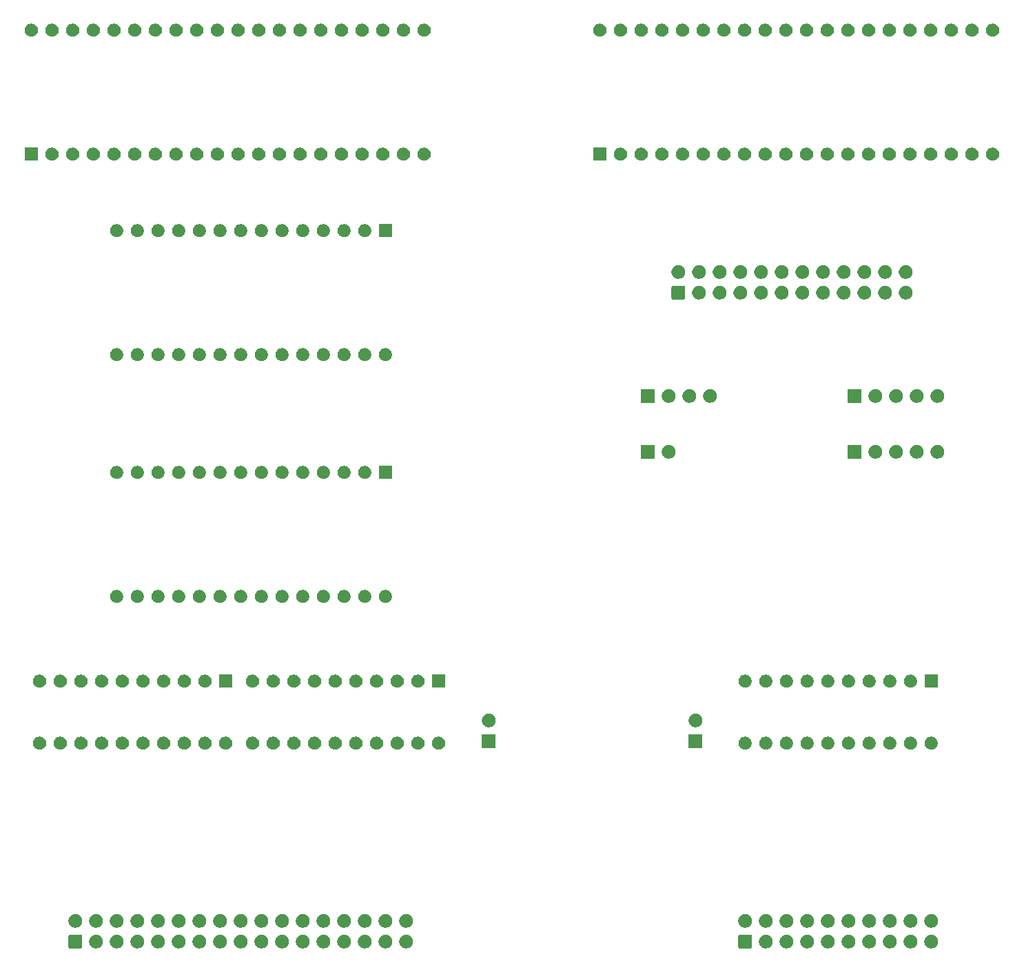
<source format=gbr>
G04 #@! TF.GenerationSoftware,KiCad,Pcbnew,(5.1.6)-1*
G04 #@! TF.CreationDate,2020-08-15T13:17:47-05:00*
G04 #@! TF.ProjectId,6502_homebrew_computer,36353032-5f68-46f6-9d65-627265775f63,0.01*
G04 #@! TF.SameCoordinates,Original*
G04 #@! TF.FileFunction,Soldermask,Bot*
G04 #@! TF.FilePolarity,Negative*
%FSLAX46Y46*%
G04 Gerber Fmt 4.6, Leading zero omitted, Abs format (unit mm)*
G04 Created by KiCad (PCBNEW (5.1.6)-1) date 2020-08-15 13:17:47*
%MOMM*%
%LPD*%
G01*
G04 APERTURE LIST*
%ADD10C,0.100000*%
G04 APERTURE END LIST*
D10*
G36*
X145361936Y-148280665D02*
G01*
X145516626Y-148344739D01*
X145586076Y-148391145D01*
X145655844Y-148437762D01*
X145774238Y-148556156D01*
X145820855Y-148625924D01*
X145867261Y-148695374D01*
X145931335Y-148850064D01*
X145964000Y-149014282D01*
X145964000Y-149181718D01*
X145931335Y-149345936D01*
X145867261Y-149500626D01*
X145820855Y-149570076D01*
X145774238Y-149639844D01*
X145655844Y-149758238D01*
X145622071Y-149780804D01*
X145516626Y-149851261D01*
X145384794Y-149905867D01*
X145361936Y-149915335D01*
X145197718Y-149948000D01*
X145030282Y-149948000D01*
X144866064Y-149915335D01*
X144843206Y-149905867D01*
X144711374Y-149851261D01*
X144605929Y-149780804D01*
X144572156Y-149758238D01*
X144453762Y-149639844D01*
X144407145Y-149570076D01*
X144360739Y-149500626D01*
X144296665Y-149345936D01*
X144264000Y-149181718D01*
X144264000Y-149014282D01*
X144296665Y-148850064D01*
X144360739Y-148695374D01*
X144407145Y-148625924D01*
X144453762Y-148556156D01*
X144572156Y-148437762D01*
X144641924Y-148391145D01*
X144711374Y-148344739D01*
X144866064Y-148280665D01*
X145030282Y-148248000D01*
X145197718Y-148248000D01*
X145361936Y-148280665D01*
G37*
G36*
X70685936Y-148280665D02*
G01*
X70840626Y-148344739D01*
X70910076Y-148391145D01*
X70979844Y-148437762D01*
X71098238Y-148556156D01*
X71144855Y-148625924D01*
X71191261Y-148695374D01*
X71255335Y-148850064D01*
X71288000Y-149014282D01*
X71288000Y-149181718D01*
X71255335Y-149345936D01*
X71191261Y-149500626D01*
X71144855Y-149570076D01*
X71098238Y-149639844D01*
X70979844Y-149758238D01*
X70946071Y-149780804D01*
X70840626Y-149851261D01*
X70708794Y-149905867D01*
X70685936Y-149915335D01*
X70521718Y-149948000D01*
X70354282Y-149948000D01*
X70190064Y-149915335D01*
X70167206Y-149905867D01*
X70035374Y-149851261D01*
X69929929Y-149780804D01*
X69896156Y-149758238D01*
X69777762Y-149639844D01*
X69731145Y-149570076D01*
X69684739Y-149500626D01*
X69620665Y-149345936D01*
X69588000Y-149181718D01*
X69588000Y-149014282D01*
X69620665Y-148850064D01*
X69684739Y-148695374D01*
X69731145Y-148625924D01*
X69777762Y-148556156D01*
X69896156Y-148437762D01*
X69965924Y-148391145D01*
X70035374Y-148344739D01*
X70190064Y-148280665D01*
X70354282Y-148248000D01*
X70521718Y-148248000D01*
X70685936Y-148280665D01*
G37*
G36*
X40640804Y-148252275D02*
G01*
X40679706Y-148264075D01*
X40715553Y-148283236D01*
X40746976Y-148309024D01*
X40772764Y-148340447D01*
X40791925Y-148376294D01*
X40803725Y-148415196D01*
X40808000Y-148458595D01*
X40808000Y-149737405D01*
X40803725Y-149780804D01*
X40791925Y-149819706D01*
X40772764Y-149855553D01*
X40746976Y-149886976D01*
X40715553Y-149912764D01*
X40679706Y-149931925D01*
X40640804Y-149943725D01*
X40597405Y-149948000D01*
X39318595Y-149948000D01*
X39275196Y-149943725D01*
X39236294Y-149931925D01*
X39200447Y-149912764D01*
X39169024Y-149886976D01*
X39143236Y-149855553D01*
X39124075Y-149819706D01*
X39112275Y-149780804D01*
X39108000Y-149737405D01*
X39108000Y-148458595D01*
X39112275Y-148415196D01*
X39124075Y-148376294D01*
X39143236Y-148340447D01*
X39169024Y-148309024D01*
X39200447Y-148283236D01*
X39236294Y-148264075D01*
X39275196Y-148252275D01*
X39318595Y-148248000D01*
X40597405Y-148248000D01*
X40640804Y-148252275D01*
G37*
G36*
X42745936Y-148280665D02*
G01*
X42900626Y-148344739D01*
X42970076Y-148391145D01*
X43039844Y-148437762D01*
X43158238Y-148556156D01*
X43204855Y-148625924D01*
X43251261Y-148695374D01*
X43315335Y-148850064D01*
X43348000Y-149014282D01*
X43348000Y-149181718D01*
X43315335Y-149345936D01*
X43251261Y-149500626D01*
X43204855Y-149570076D01*
X43158238Y-149639844D01*
X43039844Y-149758238D01*
X43006071Y-149780804D01*
X42900626Y-149851261D01*
X42768794Y-149905867D01*
X42745936Y-149915335D01*
X42581718Y-149948000D01*
X42414282Y-149948000D01*
X42250064Y-149915335D01*
X42227206Y-149905867D01*
X42095374Y-149851261D01*
X41989929Y-149780804D01*
X41956156Y-149758238D01*
X41837762Y-149639844D01*
X41791145Y-149570076D01*
X41744739Y-149500626D01*
X41680665Y-149345936D01*
X41648000Y-149181718D01*
X41648000Y-149014282D01*
X41680665Y-148850064D01*
X41744739Y-148695374D01*
X41791145Y-148625924D01*
X41837762Y-148556156D01*
X41956156Y-148437762D01*
X42025924Y-148391145D01*
X42095374Y-148344739D01*
X42250064Y-148280665D01*
X42414282Y-148248000D01*
X42581718Y-148248000D01*
X42745936Y-148280665D01*
G37*
G36*
X45285936Y-148280665D02*
G01*
X45440626Y-148344739D01*
X45510076Y-148391145D01*
X45579844Y-148437762D01*
X45698238Y-148556156D01*
X45744855Y-148625924D01*
X45791261Y-148695374D01*
X45855335Y-148850064D01*
X45888000Y-149014282D01*
X45888000Y-149181718D01*
X45855335Y-149345936D01*
X45791261Y-149500626D01*
X45744855Y-149570076D01*
X45698238Y-149639844D01*
X45579844Y-149758238D01*
X45546071Y-149780804D01*
X45440626Y-149851261D01*
X45308794Y-149905867D01*
X45285936Y-149915335D01*
X45121718Y-149948000D01*
X44954282Y-149948000D01*
X44790064Y-149915335D01*
X44767206Y-149905867D01*
X44635374Y-149851261D01*
X44529929Y-149780804D01*
X44496156Y-149758238D01*
X44377762Y-149639844D01*
X44331145Y-149570076D01*
X44284739Y-149500626D01*
X44220665Y-149345936D01*
X44188000Y-149181718D01*
X44188000Y-149014282D01*
X44220665Y-148850064D01*
X44284739Y-148695374D01*
X44331145Y-148625924D01*
X44377762Y-148556156D01*
X44496156Y-148437762D01*
X44565924Y-148391145D01*
X44635374Y-148344739D01*
X44790064Y-148280665D01*
X44954282Y-148248000D01*
X45121718Y-148248000D01*
X45285936Y-148280665D01*
G37*
G36*
X47825936Y-148280665D02*
G01*
X47980626Y-148344739D01*
X48050076Y-148391145D01*
X48119844Y-148437762D01*
X48238238Y-148556156D01*
X48284855Y-148625924D01*
X48331261Y-148695374D01*
X48395335Y-148850064D01*
X48428000Y-149014282D01*
X48428000Y-149181718D01*
X48395335Y-149345936D01*
X48331261Y-149500626D01*
X48284855Y-149570076D01*
X48238238Y-149639844D01*
X48119844Y-149758238D01*
X48086071Y-149780804D01*
X47980626Y-149851261D01*
X47848794Y-149905867D01*
X47825936Y-149915335D01*
X47661718Y-149948000D01*
X47494282Y-149948000D01*
X47330064Y-149915335D01*
X47307206Y-149905867D01*
X47175374Y-149851261D01*
X47069929Y-149780804D01*
X47036156Y-149758238D01*
X46917762Y-149639844D01*
X46871145Y-149570076D01*
X46824739Y-149500626D01*
X46760665Y-149345936D01*
X46728000Y-149181718D01*
X46728000Y-149014282D01*
X46760665Y-148850064D01*
X46824739Y-148695374D01*
X46871145Y-148625924D01*
X46917762Y-148556156D01*
X47036156Y-148437762D01*
X47105924Y-148391145D01*
X47175374Y-148344739D01*
X47330064Y-148280665D01*
X47494282Y-148248000D01*
X47661718Y-148248000D01*
X47825936Y-148280665D01*
G37*
G36*
X50365936Y-148280665D02*
G01*
X50520626Y-148344739D01*
X50590076Y-148391145D01*
X50659844Y-148437762D01*
X50778238Y-148556156D01*
X50824855Y-148625924D01*
X50871261Y-148695374D01*
X50935335Y-148850064D01*
X50968000Y-149014282D01*
X50968000Y-149181718D01*
X50935335Y-149345936D01*
X50871261Y-149500626D01*
X50824855Y-149570076D01*
X50778238Y-149639844D01*
X50659844Y-149758238D01*
X50626071Y-149780804D01*
X50520626Y-149851261D01*
X50388794Y-149905867D01*
X50365936Y-149915335D01*
X50201718Y-149948000D01*
X50034282Y-149948000D01*
X49870064Y-149915335D01*
X49847206Y-149905867D01*
X49715374Y-149851261D01*
X49609929Y-149780804D01*
X49576156Y-149758238D01*
X49457762Y-149639844D01*
X49411145Y-149570076D01*
X49364739Y-149500626D01*
X49300665Y-149345936D01*
X49268000Y-149181718D01*
X49268000Y-149014282D01*
X49300665Y-148850064D01*
X49364739Y-148695374D01*
X49411145Y-148625924D01*
X49457762Y-148556156D01*
X49576156Y-148437762D01*
X49645924Y-148391145D01*
X49715374Y-148344739D01*
X49870064Y-148280665D01*
X50034282Y-148248000D01*
X50201718Y-148248000D01*
X50365936Y-148280665D01*
G37*
G36*
X52905936Y-148280665D02*
G01*
X53060626Y-148344739D01*
X53130076Y-148391145D01*
X53199844Y-148437762D01*
X53318238Y-148556156D01*
X53364855Y-148625924D01*
X53411261Y-148695374D01*
X53475335Y-148850064D01*
X53508000Y-149014282D01*
X53508000Y-149181718D01*
X53475335Y-149345936D01*
X53411261Y-149500626D01*
X53364855Y-149570076D01*
X53318238Y-149639844D01*
X53199844Y-149758238D01*
X53166071Y-149780804D01*
X53060626Y-149851261D01*
X52928794Y-149905867D01*
X52905936Y-149915335D01*
X52741718Y-149948000D01*
X52574282Y-149948000D01*
X52410064Y-149915335D01*
X52387206Y-149905867D01*
X52255374Y-149851261D01*
X52149929Y-149780804D01*
X52116156Y-149758238D01*
X51997762Y-149639844D01*
X51951145Y-149570076D01*
X51904739Y-149500626D01*
X51840665Y-149345936D01*
X51808000Y-149181718D01*
X51808000Y-149014282D01*
X51840665Y-148850064D01*
X51904739Y-148695374D01*
X51951145Y-148625924D01*
X51997762Y-148556156D01*
X52116156Y-148437762D01*
X52185924Y-148391145D01*
X52255374Y-148344739D01*
X52410064Y-148280665D01*
X52574282Y-148248000D01*
X52741718Y-148248000D01*
X52905936Y-148280665D01*
G37*
G36*
X55445936Y-148280665D02*
G01*
X55600626Y-148344739D01*
X55670076Y-148391145D01*
X55739844Y-148437762D01*
X55858238Y-148556156D01*
X55904855Y-148625924D01*
X55951261Y-148695374D01*
X56015335Y-148850064D01*
X56048000Y-149014282D01*
X56048000Y-149181718D01*
X56015335Y-149345936D01*
X55951261Y-149500626D01*
X55904855Y-149570076D01*
X55858238Y-149639844D01*
X55739844Y-149758238D01*
X55706071Y-149780804D01*
X55600626Y-149851261D01*
X55468794Y-149905867D01*
X55445936Y-149915335D01*
X55281718Y-149948000D01*
X55114282Y-149948000D01*
X54950064Y-149915335D01*
X54927206Y-149905867D01*
X54795374Y-149851261D01*
X54689929Y-149780804D01*
X54656156Y-149758238D01*
X54537762Y-149639844D01*
X54491145Y-149570076D01*
X54444739Y-149500626D01*
X54380665Y-149345936D01*
X54348000Y-149181718D01*
X54348000Y-149014282D01*
X54380665Y-148850064D01*
X54444739Y-148695374D01*
X54491145Y-148625924D01*
X54537762Y-148556156D01*
X54656156Y-148437762D01*
X54725924Y-148391145D01*
X54795374Y-148344739D01*
X54950064Y-148280665D01*
X55114282Y-148248000D01*
X55281718Y-148248000D01*
X55445936Y-148280665D01*
G37*
G36*
X57985936Y-148280665D02*
G01*
X58140626Y-148344739D01*
X58210076Y-148391145D01*
X58279844Y-148437762D01*
X58398238Y-148556156D01*
X58444855Y-148625924D01*
X58491261Y-148695374D01*
X58555335Y-148850064D01*
X58588000Y-149014282D01*
X58588000Y-149181718D01*
X58555335Y-149345936D01*
X58491261Y-149500626D01*
X58444855Y-149570076D01*
X58398238Y-149639844D01*
X58279844Y-149758238D01*
X58246071Y-149780804D01*
X58140626Y-149851261D01*
X58008794Y-149905867D01*
X57985936Y-149915335D01*
X57821718Y-149948000D01*
X57654282Y-149948000D01*
X57490064Y-149915335D01*
X57467206Y-149905867D01*
X57335374Y-149851261D01*
X57229929Y-149780804D01*
X57196156Y-149758238D01*
X57077762Y-149639844D01*
X57031145Y-149570076D01*
X56984739Y-149500626D01*
X56920665Y-149345936D01*
X56888000Y-149181718D01*
X56888000Y-149014282D01*
X56920665Y-148850064D01*
X56984739Y-148695374D01*
X57031145Y-148625924D01*
X57077762Y-148556156D01*
X57196156Y-148437762D01*
X57265924Y-148391145D01*
X57335374Y-148344739D01*
X57490064Y-148280665D01*
X57654282Y-148248000D01*
X57821718Y-148248000D01*
X57985936Y-148280665D01*
G37*
G36*
X60525936Y-148280665D02*
G01*
X60680626Y-148344739D01*
X60750076Y-148391145D01*
X60819844Y-148437762D01*
X60938238Y-148556156D01*
X60984855Y-148625924D01*
X61031261Y-148695374D01*
X61095335Y-148850064D01*
X61128000Y-149014282D01*
X61128000Y-149181718D01*
X61095335Y-149345936D01*
X61031261Y-149500626D01*
X60984855Y-149570076D01*
X60938238Y-149639844D01*
X60819844Y-149758238D01*
X60786071Y-149780804D01*
X60680626Y-149851261D01*
X60548794Y-149905867D01*
X60525936Y-149915335D01*
X60361718Y-149948000D01*
X60194282Y-149948000D01*
X60030064Y-149915335D01*
X60007206Y-149905867D01*
X59875374Y-149851261D01*
X59769929Y-149780804D01*
X59736156Y-149758238D01*
X59617762Y-149639844D01*
X59571145Y-149570076D01*
X59524739Y-149500626D01*
X59460665Y-149345936D01*
X59428000Y-149181718D01*
X59428000Y-149014282D01*
X59460665Y-148850064D01*
X59524739Y-148695374D01*
X59571145Y-148625924D01*
X59617762Y-148556156D01*
X59736156Y-148437762D01*
X59805924Y-148391145D01*
X59875374Y-148344739D01*
X60030064Y-148280665D01*
X60194282Y-148248000D01*
X60361718Y-148248000D01*
X60525936Y-148280665D01*
G37*
G36*
X63065936Y-148280665D02*
G01*
X63220626Y-148344739D01*
X63290076Y-148391145D01*
X63359844Y-148437762D01*
X63478238Y-148556156D01*
X63524855Y-148625924D01*
X63571261Y-148695374D01*
X63635335Y-148850064D01*
X63668000Y-149014282D01*
X63668000Y-149181718D01*
X63635335Y-149345936D01*
X63571261Y-149500626D01*
X63524855Y-149570076D01*
X63478238Y-149639844D01*
X63359844Y-149758238D01*
X63326071Y-149780804D01*
X63220626Y-149851261D01*
X63088794Y-149905867D01*
X63065936Y-149915335D01*
X62901718Y-149948000D01*
X62734282Y-149948000D01*
X62570064Y-149915335D01*
X62547206Y-149905867D01*
X62415374Y-149851261D01*
X62309929Y-149780804D01*
X62276156Y-149758238D01*
X62157762Y-149639844D01*
X62111145Y-149570076D01*
X62064739Y-149500626D01*
X62000665Y-149345936D01*
X61968000Y-149181718D01*
X61968000Y-149014282D01*
X62000665Y-148850064D01*
X62064739Y-148695374D01*
X62111145Y-148625924D01*
X62157762Y-148556156D01*
X62276156Y-148437762D01*
X62345924Y-148391145D01*
X62415374Y-148344739D01*
X62570064Y-148280665D01*
X62734282Y-148248000D01*
X62901718Y-148248000D01*
X63065936Y-148280665D01*
G37*
G36*
X65605936Y-148280665D02*
G01*
X65760626Y-148344739D01*
X65830076Y-148391145D01*
X65899844Y-148437762D01*
X66018238Y-148556156D01*
X66064855Y-148625924D01*
X66111261Y-148695374D01*
X66175335Y-148850064D01*
X66208000Y-149014282D01*
X66208000Y-149181718D01*
X66175335Y-149345936D01*
X66111261Y-149500626D01*
X66064855Y-149570076D01*
X66018238Y-149639844D01*
X65899844Y-149758238D01*
X65866071Y-149780804D01*
X65760626Y-149851261D01*
X65628794Y-149905867D01*
X65605936Y-149915335D01*
X65441718Y-149948000D01*
X65274282Y-149948000D01*
X65110064Y-149915335D01*
X65087206Y-149905867D01*
X64955374Y-149851261D01*
X64849929Y-149780804D01*
X64816156Y-149758238D01*
X64697762Y-149639844D01*
X64651145Y-149570076D01*
X64604739Y-149500626D01*
X64540665Y-149345936D01*
X64508000Y-149181718D01*
X64508000Y-149014282D01*
X64540665Y-148850064D01*
X64604739Y-148695374D01*
X64651145Y-148625924D01*
X64697762Y-148556156D01*
X64816156Y-148437762D01*
X64885924Y-148391145D01*
X64955374Y-148344739D01*
X65110064Y-148280665D01*
X65274282Y-148248000D01*
X65441718Y-148248000D01*
X65605936Y-148280665D01*
G37*
G36*
X68145936Y-148280665D02*
G01*
X68300626Y-148344739D01*
X68370076Y-148391145D01*
X68439844Y-148437762D01*
X68558238Y-148556156D01*
X68604855Y-148625924D01*
X68651261Y-148695374D01*
X68715335Y-148850064D01*
X68748000Y-149014282D01*
X68748000Y-149181718D01*
X68715335Y-149345936D01*
X68651261Y-149500626D01*
X68604855Y-149570076D01*
X68558238Y-149639844D01*
X68439844Y-149758238D01*
X68406071Y-149780804D01*
X68300626Y-149851261D01*
X68168794Y-149905867D01*
X68145936Y-149915335D01*
X67981718Y-149948000D01*
X67814282Y-149948000D01*
X67650064Y-149915335D01*
X67627206Y-149905867D01*
X67495374Y-149851261D01*
X67389929Y-149780804D01*
X67356156Y-149758238D01*
X67237762Y-149639844D01*
X67191145Y-149570076D01*
X67144739Y-149500626D01*
X67080665Y-149345936D01*
X67048000Y-149181718D01*
X67048000Y-149014282D01*
X67080665Y-148850064D01*
X67144739Y-148695374D01*
X67191145Y-148625924D01*
X67237762Y-148556156D01*
X67356156Y-148437762D01*
X67425924Y-148391145D01*
X67495374Y-148344739D01*
X67650064Y-148280665D01*
X67814282Y-148248000D01*
X67981718Y-148248000D01*
X68145936Y-148280665D01*
G37*
G36*
X75765936Y-148280665D02*
G01*
X75920626Y-148344739D01*
X75990076Y-148391145D01*
X76059844Y-148437762D01*
X76178238Y-148556156D01*
X76224855Y-148625924D01*
X76271261Y-148695374D01*
X76335335Y-148850064D01*
X76368000Y-149014282D01*
X76368000Y-149181718D01*
X76335335Y-149345936D01*
X76271261Y-149500626D01*
X76224855Y-149570076D01*
X76178238Y-149639844D01*
X76059844Y-149758238D01*
X76026071Y-149780804D01*
X75920626Y-149851261D01*
X75788794Y-149905867D01*
X75765936Y-149915335D01*
X75601718Y-149948000D01*
X75434282Y-149948000D01*
X75270064Y-149915335D01*
X75247206Y-149905867D01*
X75115374Y-149851261D01*
X75009929Y-149780804D01*
X74976156Y-149758238D01*
X74857762Y-149639844D01*
X74811145Y-149570076D01*
X74764739Y-149500626D01*
X74700665Y-149345936D01*
X74668000Y-149181718D01*
X74668000Y-149014282D01*
X74700665Y-148850064D01*
X74764739Y-148695374D01*
X74811145Y-148625924D01*
X74857762Y-148556156D01*
X74976156Y-148437762D01*
X75045924Y-148391145D01*
X75115374Y-148344739D01*
X75270064Y-148280665D01*
X75434282Y-148248000D01*
X75601718Y-148248000D01*
X75765936Y-148280665D01*
G37*
G36*
X73225936Y-148280665D02*
G01*
X73380626Y-148344739D01*
X73450076Y-148391145D01*
X73519844Y-148437762D01*
X73638238Y-148556156D01*
X73684855Y-148625924D01*
X73731261Y-148695374D01*
X73795335Y-148850064D01*
X73828000Y-149014282D01*
X73828000Y-149181718D01*
X73795335Y-149345936D01*
X73731261Y-149500626D01*
X73684855Y-149570076D01*
X73638238Y-149639844D01*
X73519844Y-149758238D01*
X73486071Y-149780804D01*
X73380626Y-149851261D01*
X73248794Y-149905867D01*
X73225936Y-149915335D01*
X73061718Y-149948000D01*
X72894282Y-149948000D01*
X72730064Y-149915335D01*
X72707206Y-149905867D01*
X72575374Y-149851261D01*
X72469929Y-149780804D01*
X72436156Y-149758238D01*
X72317762Y-149639844D01*
X72271145Y-149570076D01*
X72224739Y-149500626D01*
X72160665Y-149345936D01*
X72128000Y-149181718D01*
X72128000Y-149014282D01*
X72160665Y-148850064D01*
X72224739Y-148695374D01*
X72271145Y-148625924D01*
X72317762Y-148556156D01*
X72436156Y-148437762D01*
X72505924Y-148391145D01*
X72575374Y-148344739D01*
X72730064Y-148280665D01*
X72894282Y-148248000D01*
X73061718Y-148248000D01*
X73225936Y-148280665D01*
G37*
G36*
X142821936Y-148280665D02*
G01*
X142976626Y-148344739D01*
X143046076Y-148391145D01*
X143115844Y-148437762D01*
X143234238Y-148556156D01*
X143280855Y-148625924D01*
X143327261Y-148695374D01*
X143391335Y-148850064D01*
X143424000Y-149014282D01*
X143424000Y-149181718D01*
X143391335Y-149345936D01*
X143327261Y-149500626D01*
X143280855Y-149570076D01*
X143234238Y-149639844D01*
X143115844Y-149758238D01*
X143082071Y-149780804D01*
X142976626Y-149851261D01*
X142844794Y-149905867D01*
X142821936Y-149915335D01*
X142657718Y-149948000D01*
X142490282Y-149948000D01*
X142326064Y-149915335D01*
X142303206Y-149905867D01*
X142171374Y-149851261D01*
X142065929Y-149780804D01*
X142032156Y-149758238D01*
X141913762Y-149639844D01*
X141867145Y-149570076D01*
X141820739Y-149500626D01*
X141756665Y-149345936D01*
X141724000Y-149181718D01*
X141724000Y-149014282D01*
X141756665Y-148850064D01*
X141820739Y-148695374D01*
X141867145Y-148625924D01*
X141913762Y-148556156D01*
X142032156Y-148437762D01*
X142101924Y-148391145D01*
X142171374Y-148344739D01*
X142326064Y-148280665D01*
X142490282Y-148248000D01*
X142657718Y-148248000D01*
X142821936Y-148280665D01*
G37*
G36*
X140281936Y-148280665D02*
G01*
X140436626Y-148344739D01*
X140506076Y-148391145D01*
X140575844Y-148437762D01*
X140694238Y-148556156D01*
X140740855Y-148625924D01*
X140787261Y-148695374D01*
X140851335Y-148850064D01*
X140884000Y-149014282D01*
X140884000Y-149181718D01*
X140851335Y-149345936D01*
X140787261Y-149500626D01*
X140740855Y-149570076D01*
X140694238Y-149639844D01*
X140575844Y-149758238D01*
X140542071Y-149780804D01*
X140436626Y-149851261D01*
X140304794Y-149905867D01*
X140281936Y-149915335D01*
X140117718Y-149948000D01*
X139950282Y-149948000D01*
X139786064Y-149915335D01*
X139763206Y-149905867D01*
X139631374Y-149851261D01*
X139525929Y-149780804D01*
X139492156Y-149758238D01*
X139373762Y-149639844D01*
X139327145Y-149570076D01*
X139280739Y-149500626D01*
X139216665Y-149345936D01*
X139184000Y-149181718D01*
X139184000Y-149014282D01*
X139216665Y-148850064D01*
X139280739Y-148695374D01*
X139327145Y-148625924D01*
X139373762Y-148556156D01*
X139492156Y-148437762D01*
X139561924Y-148391145D01*
X139631374Y-148344739D01*
X139786064Y-148280665D01*
X139950282Y-148248000D01*
X140117718Y-148248000D01*
X140281936Y-148280665D01*
G37*
G36*
X137741936Y-148280665D02*
G01*
X137896626Y-148344739D01*
X137966076Y-148391145D01*
X138035844Y-148437762D01*
X138154238Y-148556156D01*
X138200855Y-148625924D01*
X138247261Y-148695374D01*
X138311335Y-148850064D01*
X138344000Y-149014282D01*
X138344000Y-149181718D01*
X138311335Y-149345936D01*
X138247261Y-149500626D01*
X138200855Y-149570076D01*
X138154238Y-149639844D01*
X138035844Y-149758238D01*
X138002071Y-149780804D01*
X137896626Y-149851261D01*
X137764794Y-149905867D01*
X137741936Y-149915335D01*
X137577718Y-149948000D01*
X137410282Y-149948000D01*
X137246064Y-149915335D01*
X137223206Y-149905867D01*
X137091374Y-149851261D01*
X136985929Y-149780804D01*
X136952156Y-149758238D01*
X136833762Y-149639844D01*
X136787145Y-149570076D01*
X136740739Y-149500626D01*
X136676665Y-149345936D01*
X136644000Y-149181718D01*
X136644000Y-149014282D01*
X136676665Y-148850064D01*
X136740739Y-148695374D01*
X136787145Y-148625924D01*
X136833762Y-148556156D01*
X136952156Y-148437762D01*
X137021924Y-148391145D01*
X137091374Y-148344739D01*
X137246064Y-148280665D01*
X137410282Y-148248000D01*
X137577718Y-148248000D01*
X137741936Y-148280665D01*
G37*
G36*
X135201936Y-148280665D02*
G01*
X135356626Y-148344739D01*
X135426076Y-148391145D01*
X135495844Y-148437762D01*
X135614238Y-148556156D01*
X135660855Y-148625924D01*
X135707261Y-148695374D01*
X135771335Y-148850064D01*
X135804000Y-149014282D01*
X135804000Y-149181718D01*
X135771335Y-149345936D01*
X135707261Y-149500626D01*
X135660855Y-149570076D01*
X135614238Y-149639844D01*
X135495844Y-149758238D01*
X135462071Y-149780804D01*
X135356626Y-149851261D01*
X135224794Y-149905867D01*
X135201936Y-149915335D01*
X135037718Y-149948000D01*
X134870282Y-149948000D01*
X134706064Y-149915335D01*
X134683206Y-149905867D01*
X134551374Y-149851261D01*
X134445929Y-149780804D01*
X134412156Y-149758238D01*
X134293762Y-149639844D01*
X134247145Y-149570076D01*
X134200739Y-149500626D01*
X134136665Y-149345936D01*
X134104000Y-149181718D01*
X134104000Y-149014282D01*
X134136665Y-148850064D01*
X134200739Y-148695374D01*
X134247145Y-148625924D01*
X134293762Y-148556156D01*
X134412156Y-148437762D01*
X134481924Y-148391145D01*
X134551374Y-148344739D01*
X134706064Y-148280665D01*
X134870282Y-148248000D01*
X135037718Y-148248000D01*
X135201936Y-148280665D01*
G37*
G36*
X132661936Y-148280665D02*
G01*
X132816626Y-148344739D01*
X132886076Y-148391145D01*
X132955844Y-148437762D01*
X133074238Y-148556156D01*
X133120855Y-148625924D01*
X133167261Y-148695374D01*
X133231335Y-148850064D01*
X133264000Y-149014282D01*
X133264000Y-149181718D01*
X133231335Y-149345936D01*
X133167261Y-149500626D01*
X133120855Y-149570076D01*
X133074238Y-149639844D01*
X132955844Y-149758238D01*
X132922071Y-149780804D01*
X132816626Y-149851261D01*
X132684794Y-149905867D01*
X132661936Y-149915335D01*
X132497718Y-149948000D01*
X132330282Y-149948000D01*
X132166064Y-149915335D01*
X132143206Y-149905867D01*
X132011374Y-149851261D01*
X131905929Y-149780804D01*
X131872156Y-149758238D01*
X131753762Y-149639844D01*
X131707145Y-149570076D01*
X131660739Y-149500626D01*
X131596665Y-149345936D01*
X131564000Y-149181718D01*
X131564000Y-149014282D01*
X131596665Y-148850064D01*
X131660739Y-148695374D01*
X131707145Y-148625924D01*
X131753762Y-148556156D01*
X131872156Y-148437762D01*
X131941924Y-148391145D01*
X132011374Y-148344739D01*
X132166064Y-148280665D01*
X132330282Y-148248000D01*
X132497718Y-148248000D01*
X132661936Y-148280665D01*
G37*
G36*
X130121936Y-148280665D02*
G01*
X130276626Y-148344739D01*
X130346076Y-148391145D01*
X130415844Y-148437762D01*
X130534238Y-148556156D01*
X130580855Y-148625924D01*
X130627261Y-148695374D01*
X130691335Y-148850064D01*
X130724000Y-149014282D01*
X130724000Y-149181718D01*
X130691335Y-149345936D01*
X130627261Y-149500626D01*
X130580855Y-149570076D01*
X130534238Y-149639844D01*
X130415844Y-149758238D01*
X130382071Y-149780804D01*
X130276626Y-149851261D01*
X130144794Y-149905867D01*
X130121936Y-149915335D01*
X129957718Y-149948000D01*
X129790282Y-149948000D01*
X129626064Y-149915335D01*
X129603206Y-149905867D01*
X129471374Y-149851261D01*
X129365929Y-149780804D01*
X129332156Y-149758238D01*
X129213762Y-149639844D01*
X129167145Y-149570076D01*
X129120739Y-149500626D01*
X129056665Y-149345936D01*
X129024000Y-149181718D01*
X129024000Y-149014282D01*
X129056665Y-148850064D01*
X129120739Y-148695374D01*
X129167145Y-148625924D01*
X129213762Y-148556156D01*
X129332156Y-148437762D01*
X129401924Y-148391145D01*
X129471374Y-148344739D01*
X129626064Y-148280665D01*
X129790282Y-148248000D01*
X129957718Y-148248000D01*
X130121936Y-148280665D01*
G37*
G36*
X127581936Y-148280665D02*
G01*
X127736626Y-148344739D01*
X127806076Y-148391145D01*
X127875844Y-148437762D01*
X127994238Y-148556156D01*
X128040855Y-148625924D01*
X128087261Y-148695374D01*
X128151335Y-148850064D01*
X128184000Y-149014282D01*
X128184000Y-149181718D01*
X128151335Y-149345936D01*
X128087261Y-149500626D01*
X128040855Y-149570076D01*
X127994238Y-149639844D01*
X127875844Y-149758238D01*
X127842071Y-149780804D01*
X127736626Y-149851261D01*
X127604794Y-149905867D01*
X127581936Y-149915335D01*
X127417718Y-149948000D01*
X127250282Y-149948000D01*
X127086064Y-149915335D01*
X127063206Y-149905867D01*
X126931374Y-149851261D01*
X126825929Y-149780804D01*
X126792156Y-149758238D01*
X126673762Y-149639844D01*
X126627145Y-149570076D01*
X126580739Y-149500626D01*
X126516665Y-149345936D01*
X126484000Y-149181718D01*
X126484000Y-149014282D01*
X126516665Y-148850064D01*
X126580739Y-148695374D01*
X126627145Y-148625924D01*
X126673762Y-148556156D01*
X126792156Y-148437762D01*
X126861924Y-148391145D01*
X126931374Y-148344739D01*
X127086064Y-148280665D01*
X127250282Y-148248000D01*
X127417718Y-148248000D01*
X127581936Y-148280665D01*
G37*
G36*
X125041936Y-148280665D02*
G01*
X125196626Y-148344739D01*
X125266076Y-148391145D01*
X125335844Y-148437762D01*
X125454238Y-148556156D01*
X125500855Y-148625924D01*
X125547261Y-148695374D01*
X125611335Y-148850064D01*
X125644000Y-149014282D01*
X125644000Y-149181718D01*
X125611335Y-149345936D01*
X125547261Y-149500626D01*
X125500855Y-149570076D01*
X125454238Y-149639844D01*
X125335844Y-149758238D01*
X125302071Y-149780804D01*
X125196626Y-149851261D01*
X125064794Y-149905867D01*
X125041936Y-149915335D01*
X124877718Y-149948000D01*
X124710282Y-149948000D01*
X124546064Y-149915335D01*
X124523206Y-149905867D01*
X124391374Y-149851261D01*
X124285929Y-149780804D01*
X124252156Y-149758238D01*
X124133762Y-149639844D01*
X124087145Y-149570076D01*
X124040739Y-149500626D01*
X123976665Y-149345936D01*
X123944000Y-149181718D01*
X123944000Y-149014282D01*
X123976665Y-148850064D01*
X124040739Y-148695374D01*
X124087145Y-148625924D01*
X124133762Y-148556156D01*
X124252156Y-148437762D01*
X124321924Y-148391145D01*
X124391374Y-148344739D01*
X124546064Y-148280665D01*
X124710282Y-148248000D01*
X124877718Y-148248000D01*
X125041936Y-148280665D01*
G37*
G36*
X122936804Y-148252275D02*
G01*
X122975706Y-148264075D01*
X123011553Y-148283236D01*
X123042976Y-148309024D01*
X123068764Y-148340447D01*
X123087925Y-148376294D01*
X123099725Y-148415196D01*
X123104000Y-148458595D01*
X123104000Y-149737405D01*
X123099725Y-149780804D01*
X123087925Y-149819706D01*
X123068764Y-149855553D01*
X123042976Y-149886976D01*
X123011553Y-149912764D01*
X122975706Y-149931925D01*
X122936804Y-149943725D01*
X122893405Y-149948000D01*
X121614595Y-149948000D01*
X121571196Y-149943725D01*
X121532294Y-149931925D01*
X121496447Y-149912764D01*
X121465024Y-149886976D01*
X121439236Y-149855553D01*
X121420075Y-149819706D01*
X121408275Y-149780804D01*
X121404000Y-149737405D01*
X121404000Y-148458595D01*
X121408275Y-148415196D01*
X121420075Y-148376294D01*
X121439236Y-148340447D01*
X121465024Y-148309024D01*
X121496447Y-148283236D01*
X121532294Y-148264075D01*
X121571196Y-148252275D01*
X121614595Y-148248000D01*
X122893405Y-148248000D01*
X122936804Y-148252275D01*
G37*
G36*
X80845936Y-148280665D02*
G01*
X81000626Y-148344739D01*
X81070076Y-148391145D01*
X81139844Y-148437762D01*
X81258238Y-148556156D01*
X81304855Y-148625924D01*
X81351261Y-148695374D01*
X81415335Y-148850064D01*
X81448000Y-149014282D01*
X81448000Y-149181718D01*
X81415335Y-149345936D01*
X81351261Y-149500626D01*
X81304855Y-149570076D01*
X81258238Y-149639844D01*
X81139844Y-149758238D01*
X81106071Y-149780804D01*
X81000626Y-149851261D01*
X80868794Y-149905867D01*
X80845936Y-149915335D01*
X80681718Y-149948000D01*
X80514282Y-149948000D01*
X80350064Y-149915335D01*
X80327206Y-149905867D01*
X80195374Y-149851261D01*
X80089929Y-149780804D01*
X80056156Y-149758238D01*
X79937762Y-149639844D01*
X79891145Y-149570076D01*
X79844739Y-149500626D01*
X79780665Y-149345936D01*
X79748000Y-149181718D01*
X79748000Y-149014282D01*
X79780665Y-148850064D01*
X79844739Y-148695374D01*
X79891145Y-148625924D01*
X79937762Y-148556156D01*
X80056156Y-148437762D01*
X80125924Y-148391145D01*
X80195374Y-148344739D01*
X80350064Y-148280665D01*
X80514282Y-148248000D01*
X80681718Y-148248000D01*
X80845936Y-148280665D01*
G37*
G36*
X78305936Y-148280665D02*
G01*
X78460626Y-148344739D01*
X78530076Y-148391145D01*
X78599844Y-148437762D01*
X78718238Y-148556156D01*
X78764855Y-148625924D01*
X78811261Y-148695374D01*
X78875335Y-148850064D01*
X78908000Y-149014282D01*
X78908000Y-149181718D01*
X78875335Y-149345936D01*
X78811261Y-149500626D01*
X78764855Y-149570076D01*
X78718238Y-149639844D01*
X78599844Y-149758238D01*
X78566071Y-149780804D01*
X78460626Y-149851261D01*
X78328794Y-149905867D01*
X78305936Y-149915335D01*
X78141718Y-149948000D01*
X77974282Y-149948000D01*
X77810064Y-149915335D01*
X77787206Y-149905867D01*
X77655374Y-149851261D01*
X77549929Y-149780804D01*
X77516156Y-149758238D01*
X77397762Y-149639844D01*
X77351145Y-149570076D01*
X77304739Y-149500626D01*
X77240665Y-149345936D01*
X77208000Y-149181718D01*
X77208000Y-149014282D01*
X77240665Y-148850064D01*
X77304739Y-148695374D01*
X77351145Y-148625924D01*
X77397762Y-148556156D01*
X77516156Y-148437762D01*
X77585924Y-148391145D01*
X77655374Y-148344739D01*
X77810064Y-148280665D01*
X77974282Y-148248000D01*
X78141718Y-148248000D01*
X78305936Y-148280665D01*
G37*
G36*
X47825936Y-145740665D02*
G01*
X47980626Y-145804739D01*
X48050076Y-145851145D01*
X48119844Y-145897762D01*
X48238238Y-146016156D01*
X48284855Y-146085924D01*
X48331261Y-146155374D01*
X48395335Y-146310064D01*
X48428000Y-146474282D01*
X48428000Y-146641718D01*
X48395335Y-146805936D01*
X48331261Y-146960626D01*
X48284855Y-147030076D01*
X48238238Y-147099844D01*
X48119844Y-147218238D01*
X48050076Y-147264855D01*
X47980626Y-147311261D01*
X47825936Y-147375335D01*
X47661718Y-147408000D01*
X47494282Y-147408000D01*
X47330064Y-147375335D01*
X47175374Y-147311261D01*
X47105924Y-147264855D01*
X47036156Y-147218238D01*
X46917762Y-147099844D01*
X46871145Y-147030076D01*
X46824739Y-146960626D01*
X46760665Y-146805936D01*
X46728000Y-146641718D01*
X46728000Y-146474282D01*
X46760665Y-146310064D01*
X46824739Y-146155374D01*
X46871145Y-146085924D01*
X46917762Y-146016156D01*
X47036156Y-145897762D01*
X47105924Y-145851145D01*
X47175374Y-145804739D01*
X47330064Y-145740665D01*
X47494282Y-145708000D01*
X47661718Y-145708000D01*
X47825936Y-145740665D01*
G37*
G36*
X50365936Y-145740665D02*
G01*
X50520626Y-145804739D01*
X50590076Y-145851145D01*
X50659844Y-145897762D01*
X50778238Y-146016156D01*
X50824855Y-146085924D01*
X50871261Y-146155374D01*
X50935335Y-146310064D01*
X50968000Y-146474282D01*
X50968000Y-146641718D01*
X50935335Y-146805936D01*
X50871261Y-146960626D01*
X50824855Y-147030076D01*
X50778238Y-147099844D01*
X50659844Y-147218238D01*
X50590076Y-147264855D01*
X50520626Y-147311261D01*
X50365936Y-147375335D01*
X50201718Y-147408000D01*
X50034282Y-147408000D01*
X49870064Y-147375335D01*
X49715374Y-147311261D01*
X49645924Y-147264855D01*
X49576156Y-147218238D01*
X49457762Y-147099844D01*
X49411145Y-147030076D01*
X49364739Y-146960626D01*
X49300665Y-146805936D01*
X49268000Y-146641718D01*
X49268000Y-146474282D01*
X49300665Y-146310064D01*
X49364739Y-146155374D01*
X49411145Y-146085924D01*
X49457762Y-146016156D01*
X49576156Y-145897762D01*
X49645924Y-145851145D01*
X49715374Y-145804739D01*
X49870064Y-145740665D01*
X50034282Y-145708000D01*
X50201718Y-145708000D01*
X50365936Y-145740665D01*
G37*
G36*
X52905936Y-145740665D02*
G01*
X53060626Y-145804739D01*
X53130076Y-145851145D01*
X53199844Y-145897762D01*
X53318238Y-146016156D01*
X53364855Y-146085924D01*
X53411261Y-146155374D01*
X53475335Y-146310064D01*
X53508000Y-146474282D01*
X53508000Y-146641718D01*
X53475335Y-146805936D01*
X53411261Y-146960626D01*
X53364855Y-147030076D01*
X53318238Y-147099844D01*
X53199844Y-147218238D01*
X53130076Y-147264855D01*
X53060626Y-147311261D01*
X52905936Y-147375335D01*
X52741718Y-147408000D01*
X52574282Y-147408000D01*
X52410064Y-147375335D01*
X52255374Y-147311261D01*
X52185924Y-147264855D01*
X52116156Y-147218238D01*
X51997762Y-147099844D01*
X51951145Y-147030076D01*
X51904739Y-146960626D01*
X51840665Y-146805936D01*
X51808000Y-146641718D01*
X51808000Y-146474282D01*
X51840665Y-146310064D01*
X51904739Y-146155374D01*
X51951145Y-146085924D01*
X51997762Y-146016156D01*
X52116156Y-145897762D01*
X52185924Y-145851145D01*
X52255374Y-145804739D01*
X52410064Y-145740665D01*
X52574282Y-145708000D01*
X52741718Y-145708000D01*
X52905936Y-145740665D01*
G37*
G36*
X55445936Y-145740665D02*
G01*
X55600626Y-145804739D01*
X55670076Y-145851145D01*
X55739844Y-145897762D01*
X55858238Y-146016156D01*
X55904855Y-146085924D01*
X55951261Y-146155374D01*
X56015335Y-146310064D01*
X56048000Y-146474282D01*
X56048000Y-146641718D01*
X56015335Y-146805936D01*
X55951261Y-146960626D01*
X55904855Y-147030076D01*
X55858238Y-147099844D01*
X55739844Y-147218238D01*
X55670076Y-147264855D01*
X55600626Y-147311261D01*
X55445936Y-147375335D01*
X55281718Y-147408000D01*
X55114282Y-147408000D01*
X54950064Y-147375335D01*
X54795374Y-147311261D01*
X54725924Y-147264855D01*
X54656156Y-147218238D01*
X54537762Y-147099844D01*
X54491145Y-147030076D01*
X54444739Y-146960626D01*
X54380665Y-146805936D01*
X54348000Y-146641718D01*
X54348000Y-146474282D01*
X54380665Y-146310064D01*
X54444739Y-146155374D01*
X54491145Y-146085924D01*
X54537762Y-146016156D01*
X54656156Y-145897762D01*
X54725924Y-145851145D01*
X54795374Y-145804739D01*
X54950064Y-145740665D01*
X55114282Y-145708000D01*
X55281718Y-145708000D01*
X55445936Y-145740665D01*
G37*
G36*
X57985936Y-145740665D02*
G01*
X58140626Y-145804739D01*
X58210076Y-145851145D01*
X58279844Y-145897762D01*
X58398238Y-146016156D01*
X58444855Y-146085924D01*
X58491261Y-146155374D01*
X58555335Y-146310064D01*
X58588000Y-146474282D01*
X58588000Y-146641718D01*
X58555335Y-146805936D01*
X58491261Y-146960626D01*
X58444855Y-147030076D01*
X58398238Y-147099844D01*
X58279844Y-147218238D01*
X58210076Y-147264855D01*
X58140626Y-147311261D01*
X57985936Y-147375335D01*
X57821718Y-147408000D01*
X57654282Y-147408000D01*
X57490064Y-147375335D01*
X57335374Y-147311261D01*
X57265924Y-147264855D01*
X57196156Y-147218238D01*
X57077762Y-147099844D01*
X57031145Y-147030076D01*
X56984739Y-146960626D01*
X56920665Y-146805936D01*
X56888000Y-146641718D01*
X56888000Y-146474282D01*
X56920665Y-146310064D01*
X56984739Y-146155374D01*
X57031145Y-146085924D01*
X57077762Y-146016156D01*
X57196156Y-145897762D01*
X57265924Y-145851145D01*
X57335374Y-145804739D01*
X57490064Y-145740665D01*
X57654282Y-145708000D01*
X57821718Y-145708000D01*
X57985936Y-145740665D01*
G37*
G36*
X80845936Y-145740665D02*
G01*
X81000626Y-145804739D01*
X81070076Y-145851145D01*
X81139844Y-145897762D01*
X81258238Y-146016156D01*
X81304855Y-146085924D01*
X81351261Y-146155374D01*
X81415335Y-146310064D01*
X81448000Y-146474282D01*
X81448000Y-146641718D01*
X81415335Y-146805936D01*
X81351261Y-146960626D01*
X81304855Y-147030076D01*
X81258238Y-147099844D01*
X81139844Y-147218238D01*
X81070076Y-147264855D01*
X81000626Y-147311261D01*
X80845936Y-147375335D01*
X80681718Y-147408000D01*
X80514282Y-147408000D01*
X80350064Y-147375335D01*
X80195374Y-147311261D01*
X80125924Y-147264855D01*
X80056156Y-147218238D01*
X79937762Y-147099844D01*
X79891145Y-147030076D01*
X79844739Y-146960626D01*
X79780665Y-146805936D01*
X79748000Y-146641718D01*
X79748000Y-146474282D01*
X79780665Y-146310064D01*
X79844739Y-146155374D01*
X79891145Y-146085924D01*
X79937762Y-146016156D01*
X80056156Y-145897762D01*
X80125924Y-145851145D01*
X80195374Y-145804739D01*
X80350064Y-145740665D01*
X80514282Y-145708000D01*
X80681718Y-145708000D01*
X80845936Y-145740665D01*
G37*
G36*
X63065936Y-145740665D02*
G01*
X63220626Y-145804739D01*
X63290076Y-145851145D01*
X63359844Y-145897762D01*
X63478238Y-146016156D01*
X63524855Y-146085924D01*
X63571261Y-146155374D01*
X63635335Y-146310064D01*
X63668000Y-146474282D01*
X63668000Y-146641718D01*
X63635335Y-146805936D01*
X63571261Y-146960626D01*
X63524855Y-147030076D01*
X63478238Y-147099844D01*
X63359844Y-147218238D01*
X63290076Y-147264855D01*
X63220626Y-147311261D01*
X63065936Y-147375335D01*
X62901718Y-147408000D01*
X62734282Y-147408000D01*
X62570064Y-147375335D01*
X62415374Y-147311261D01*
X62345924Y-147264855D01*
X62276156Y-147218238D01*
X62157762Y-147099844D01*
X62111145Y-147030076D01*
X62064739Y-146960626D01*
X62000665Y-146805936D01*
X61968000Y-146641718D01*
X61968000Y-146474282D01*
X62000665Y-146310064D01*
X62064739Y-146155374D01*
X62111145Y-146085924D01*
X62157762Y-146016156D01*
X62276156Y-145897762D01*
X62345924Y-145851145D01*
X62415374Y-145804739D01*
X62570064Y-145740665D01*
X62734282Y-145708000D01*
X62901718Y-145708000D01*
X63065936Y-145740665D01*
G37*
G36*
X65605936Y-145740665D02*
G01*
X65760626Y-145804739D01*
X65830076Y-145851145D01*
X65899844Y-145897762D01*
X66018238Y-146016156D01*
X66064855Y-146085924D01*
X66111261Y-146155374D01*
X66175335Y-146310064D01*
X66208000Y-146474282D01*
X66208000Y-146641718D01*
X66175335Y-146805936D01*
X66111261Y-146960626D01*
X66064855Y-147030076D01*
X66018238Y-147099844D01*
X65899844Y-147218238D01*
X65830076Y-147264855D01*
X65760626Y-147311261D01*
X65605936Y-147375335D01*
X65441718Y-147408000D01*
X65274282Y-147408000D01*
X65110064Y-147375335D01*
X64955374Y-147311261D01*
X64885924Y-147264855D01*
X64816156Y-147218238D01*
X64697762Y-147099844D01*
X64651145Y-147030076D01*
X64604739Y-146960626D01*
X64540665Y-146805936D01*
X64508000Y-146641718D01*
X64508000Y-146474282D01*
X64540665Y-146310064D01*
X64604739Y-146155374D01*
X64651145Y-146085924D01*
X64697762Y-146016156D01*
X64816156Y-145897762D01*
X64885924Y-145851145D01*
X64955374Y-145804739D01*
X65110064Y-145740665D01*
X65274282Y-145708000D01*
X65441718Y-145708000D01*
X65605936Y-145740665D01*
G37*
G36*
X68145936Y-145740665D02*
G01*
X68300626Y-145804739D01*
X68370076Y-145851145D01*
X68439844Y-145897762D01*
X68558238Y-146016156D01*
X68604855Y-146085924D01*
X68651261Y-146155374D01*
X68715335Y-146310064D01*
X68748000Y-146474282D01*
X68748000Y-146641718D01*
X68715335Y-146805936D01*
X68651261Y-146960626D01*
X68604855Y-147030076D01*
X68558238Y-147099844D01*
X68439844Y-147218238D01*
X68370076Y-147264855D01*
X68300626Y-147311261D01*
X68145936Y-147375335D01*
X67981718Y-147408000D01*
X67814282Y-147408000D01*
X67650064Y-147375335D01*
X67495374Y-147311261D01*
X67425924Y-147264855D01*
X67356156Y-147218238D01*
X67237762Y-147099844D01*
X67191145Y-147030076D01*
X67144739Y-146960626D01*
X67080665Y-146805936D01*
X67048000Y-146641718D01*
X67048000Y-146474282D01*
X67080665Y-146310064D01*
X67144739Y-146155374D01*
X67191145Y-146085924D01*
X67237762Y-146016156D01*
X67356156Y-145897762D01*
X67425924Y-145851145D01*
X67495374Y-145804739D01*
X67650064Y-145740665D01*
X67814282Y-145708000D01*
X67981718Y-145708000D01*
X68145936Y-145740665D01*
G37*
G36*
X70685936Y-145740665D02*
G01*
X70840626Y-145804739D01*
X70910076Y-145851145D01*
X70979844Y-145897762D01*
X71098238Y-146016156D01*
X71144855Y-146085924D01*
X71191261Y-146155374D01*
X71255335Y-146310064D01*
X71288000Y-146474282D01*
X71288000Y-146641718D01*
X71255335Y-146805936D01*
X71191261Y-146960626D01*
X71144855Y-147030076D01*
X71098238Y-147099844D01*
X70979844Y-147218238D01*
X70910076Y-147264855D01*
X70840626Y-147311261D01*
X70685936Y-147375335D01*
X70521718Y-147408000D01*
X70354282Y-147408000D01*
X70190064Y-147375335D01*
X70035374Y-147311261D01*
X69965924Y-147264855D01*
X69896156Y-147218238D01*
X69777762Y-147099844D01*
X69731145Y-147030076D01*
X69684739Y-146960626D01*
X69620665Y-146805936D01*
X69588000Y-146641718D01*
X69588000Y-146474282D01*
X69620665Y-146310064D01*
X69684739Y-146155374D01*
X69731145Y-146085924D01*
X69777762Y-146016156D01*
X69896156Y-145897762D01*
X69965924Y-145851145D01*
X70035374Y-145804739D01*
X70190064Y-145740665D01*
X70354282Y-145708000D01*
X70521718Y-145708000D01*
X70685936Y-145740665D01*
G37*
G36*
X73225936Y-145740665D02*
G01*
X73380626Y-145804739D01*
X73450076Y-145851145D01*
X73519844Y-145897762D01*
X73638238Y-146016156D01*
X73684855Y-146085924D01*
X73731261Y-146155374D01*
X73795335Y-146310064D01*
X73828000Y-146474282D01*
X73828000Y-146641718D01*
X73795335Y-146805936D01*
X73731261Y-146960626D01*
X73684855Y-147030076D01*
X73638238Y-147099844D01*
X73519844Y-147218238D01*
X73450076Y-147264855D01*
X73380626Y-147311261D01*
X73225936Y-147375335D01*
X73061718Y-147408000D01*
X72894282Y-147408000D01*
X72730064Y-147375335D01*
X72575374Y-147311261D01*
X72505924Y-147264855D01*
X72436156Y-147218238D01*
X72317762Y-147099844D01*
X72271145Y-147030076D01*
X72224739Y-146960626D01*
X72160665Y-146805936D01*
X72128000Y-146641718D01*
X72128000Y-146474282D01*
X72160665Y-146310064D01*
X72224739Y-146155374D01*
X72271145Y-146085924D01*
X72317762Y-146016156D01*
X72436156Y-145897762D01*
X72505924Y-145851145D01*
X72575374Y-145804739D01*
X72730064Y-145740665D01*
X72894282Y-145708000D01*
X73061718Y-145708000D01*
X73225936Y-145740665D01*
G37*
G36*
X75765936Y-145740665D02*
G01*
X75920626Y-145804739D01*
X75990076Y-145851145D01*
X76059844Y-145897762D01*
X76178238Y-146016156D01*
X76224855Y-146085924D01*
X76271261Y-146155374D01*
X76335335Y-146310064D01*
X76368000Y-146474282D01*
X76368000Y-146641718D01*
X76335335Y-146805936D01*
X76271261Y-146960626D01*
X76224855Y-147030076D01*
X76178238Y-147099844D01*
X76059844Y-147218238D01*
X75990076Y-147264855D01*
X75920626Y-147311261D01*
X75765936Y-147375335D01*
X75601718Y-147408000D01*
X75434282Y-147408000D01*
X75270064Y-147375335D01*
X75115374Y-147311261D01*
X75045924Y-147264855D01*
X74976156Y-147218238D01*
X74857762Y-147099844D01*
X74811145Y-147030076D01*
X74764739Y-146960626D01*
X74700665Y-146805936D01*
X74668000Y-146641718D01*
X74668000Y-146474282D01*
X74700665Y-146310064D01*
X74764739Y-146155374D01*
X74811145Y-146085924D01*
X74857762Y-146016156D01*
X74976156Y-145897762D01*
X75045924Y-145851145D01*
X75115374Y-145804739D01*
X75270064Y-145740665D01*
X75434282Y-145708000D01*
X75601718Y-145708000D01*
X75765936Y-145740665D01*
G37*
G36*
X78305936Y-145740665D02*
G01*
X78460626Y-145804739D01*
X78530076Y-145851145D01*
X78599844Y-145897762D01*
X78718238Y-146016156D01*
X78764855Y-146085924D01*
X78811261Y-146155374D01*
X78875335Y-146310064D01*
X78908000Y-146474282D01*
X78908000Y-146641718D01*
X78875335Y-146805936D01*
X78811261Y-146960626D01*
X78764855Y-147030076D01*
X78718238Y-147099844D01*
X78599844Y-147218238D01*
X78530076Y-147264855D01*
X78460626Y-147311261D01*
X78305936Y-147375335D01*
X78141718Y-147408000D01*
X77974282Y-147408000D01*
X77810064Y-147375335D01*
X77655374Y-147311261D01*
X77585924Y-147264855D01*
X77516156Y-147218238D01*
X77397762Y-147099844D01*
X77351145Y-147030076D01*
X77304739Y-146960626D01*
X77240665Y-146805936D01*
X77208000Y-146641718D01*
X77208000Y-146474282D01*
X77240665Y-146310064D01*
X77304739Y-146155374D01*
X77351145Y-146085924D01*
X77397762Y-146016156D01*
X77516156Y-145897762D01*
X77585924Y-145851145D01*
X77655374Y-145804739D01*
X77810064Y-145740665D01*
X77974282Y-145708000D01*
X78141718Y-145708000D01*
X78305936Y-145740665D01*
G37*
G36*
X135201936Y-145740665D02*
G01*
X135356626Y-145804739D01*
X135426076Y-145851145D01*
X135495844Y-145897762D01*
X135614238Y-146016156D01*
X135660855Y-146085924D01*
X135707261Y-146155374D01*
X135771335Y-146310064D01*
X135804000Y-146474282D01*
X135804000Y-146641718D01*
X135771335Y-146805936D01*
X135707261Y-146960626D01*
X135660855Y-147030076D01*
X135614238Y-147099844D01*
X135495844Y-147218238D01*
X135426076Y-147264855D01*
X135356626Y-147311261D01*
X135201936Y-147375335D01*
X135037718Y-147408000D01*
X134870282Y-147408000D01*
X134706064Y-147375335D01*
X134551374Y-147311261D01*
X134481924Y-147264855D01*
X134412156Y-147218238D01*
X134293762Y-147099844D01*
X134247145Y-147030076D01*
X134200739Y-146960626D01*
X134136665Y-146805936D01*
X134104000Y-146641718D01*
X134104000Y-146474282D01*
X134136665Y-146310064D01*
X134200739Y-146155374D01*
X134247145Y-146085924D01*
X134293762Y-146016156D01*
X134412156Y-145897762D01*
X134481924Y-145851145D01*
X134551374Y-145804739D01*
X134706064Y-145740665D01*
X134870282Y-145708000D01*
X135037718Y-145708000D01*
X135201936Y-145740665D01*
G37*
G36*
X42745936Y-145740665D02*
G01*
X42900626Y-145804739D01*
X42970076Y-145851145D01*
X43039844Y-145897762D01*
X43158238Y-146016156D01*
X43204855Y-146085924D01*
X43251261Y-146155374D01*
X43315335Y-146310064D01*
X43348000Y-146474282D01*
X43348000Y-146641718D01*
X43315335Y-146805936D01*
X43251261Y-146960626D01*
X43204855Y-147030076D01*
X43158238Y-147099844D01*
X43039844Y-147218238D01*
X42970076Y-147264855D01*
X42900626Y-147311261D01*
X42745936Y-147375335D01*
X42581718Y-147408000D01*
X42414282Y-147408000D01*
X42250064Y-147375335D01*
X42095374Y-147311261D01*
X42025924Y-147264855D01*
X41956156Y-147218238D01*
X41837762Y-147099844D01*
X41791145Y-147030076D01*
X41744739Y-146960626D01*
X41680665Y-146805936D01*
X41648000Y-146641718D01*
X41648000Y-146474282D01*
X41680665Y-146310064D01*
X41744739Y-146155374D01*
X41791145Y-146085924D01*
X41837762Y-146016156D01*
X41956156Y-145897762D01*
X42025924Y-145851145D01*
X42095374Y-145804739D01*
X42250064Y-145740665D01*
X42414282Y-145708000D01*
X42581718Y-145708000D01*
X42745936Y-145740665D01*
G37*
G36*
X145361936Y-145740665D02*
G01*
X145516626Y-145804739D01*
X145586076Y-145851145D01*
X145655844Y-145897762D01*
X145774238Y-146016156D01*
X145820855Y-146085924D01*
X145867261Y-146155374D01*
X145931335Y-146310064D01*
X145964000Y-146474282D01*
X145964000Y-146641718D01*
X145931335Y-146805936D01*
X145867261Y-146960626D01*
X145820855Y-147030076D01*
X145774238Y-147099844D01*
X145655844Y-147218238D01*
X145586076Y-147264855D01*
X145516626Y-147311261D01*
X145361936Y-147375335D01*
X145197718Y-147408000D01*
X145030282Y-147408000D01*
X144866064Y-147375335D01*
X144711374Y-147311261D01*
X144641924Y-147264855D01*
X144572156Y-147218238D01*
X144453762Y-147099844D01*
X144407145Y-147030076D01*
X144360739Y-146960626D01*
X144296665Y-146805936D01*
X144264000Y-146641718D01*
X144264000Y-146474282D01*
X144296665Y-146310064D01*
X144360739Y-146155374D01*
X144407145Y-146085924D01*
X144453762Y-146016156D01*
X144572156Y-145897762D01*
X144641924Y-145851145D01*
X144711374Y-145804739D01*
X144866064Y-145740665D01*
X145030282Y-145708000D01*
X145197718Y-145708000D01*
X145361936Y-145740665D01*
G37*
G36*
X142821936Y-145740665D02*
G01*
X142976626Y-145804739D01*
X143046076Y-145851145D01*
X143115844Y-145897762D01*
X143234238Y-146016156D01*
X143280855Y-146085924D01*
X143327261Y-146155374D01*
X143391335Y-146310064D01*
X143424000Y-146474282D01*
X143424000Y-146641718D01*
X143391335Y-146805936D01*
X143327261Y-146960626D01*
X143280855Y-147030076D01*
X143234238Y-147099844D01*
X143115844Y-147218238D01*
X143046076Y-147264855D01*
X142976626Y-147311261D01*
X142821936Y-147375335D01*
X142657718Y-147408000D01*
X142490282Y-147408000D01*
X142326064Y-147375335D01*
X142171374Y-147311261D01*
X142101924Y-147264855D01*
X142032156Y-147218238D01*
X141913762Y-147099844D01*
X141867145Y-147030076D01*
X141820739Y-146960626D01*
X141756665Y-146805936D01*
X141724000Y-146641718D01*
X141724000Y-146474282D01*
X141756665Y-146310064D01*
X141820739Y-146155374D01*
X141867145Y-146085924D01*
X141913762Y-146016156D01*
X142032156Y-145897762D01*
X142101924Y-145851145D01*
X142171374Y-145804739D01*
X142326064Y-145740665D01*
X142490282Y-145708000D01*
X142657718Y-145708000D01*
X142821936Y-145740665D01*
G37*
G36*
X122501936Y-145740665D02*
G01*
X122656626Y-145804739D01*
X122726076Y-145851145D01*
X122795844Y-145897762D01*
X122914238Y-146016156D01*
X122960855Y-146085924D01*
X123007261Y-146155374D01*
X123071335Y-146310064D01*
X123104000Y-146474282D01*
X123104000Y-146641718D01*
X123071335Y-146805936D01*
X123007261Y-146960626D01*
X122960855Y-147030076D01*
X122914238Y-147099844D01*
X122795844Y-147218238D01*
X122726076Y-147264855D01*
X122656626Y-147311261D01*
X122501936Y-147375335D01*
X122337718Y-147408000D01*
X122170282Y-147408000D01*
X122006064Y-147375335D01*
X121851374Y-147311261D01*
X121781924Y-147264855D01*
X121712156Y-147218238D01*
X121593762Y-147099844D01*
X121547145Y-147030076D01*
X121500739Y-146960626D01*
X121436665Y-146805936D01*
X121404000Y-146641718D01*
X121404000Y-146474282D01*
X121436665Y-146310064D01*
X121500739Y-146155374D01*
X121547145Y-146085924D01*
X121593762Y-146016156D01*
X121712156Y-145897762D01*
X121781924Y-145851145D01*
X121851374Y-145804739D01*
X122006064Y-145740665D01*
X122170282Y-145708000D01*
X122337718Y-145708000D01*
X122501936Y-145740665D01*
G37*
G36*
X125041936Y-145740665D02*
G01*
X125196626Y-145804739D01*
X125266076Y-145851145D01*
X125335844Y-145897762D01*
X125454238Y-146016156D01*
X125500855Y-146085924D01*
X125547261Y-146155374D01*
X125611335Y-146310064D01*
X125644000Y-146474282D01*
X125644000Y-146641718D01*
X125611335Y-146805936D01*
X125547261Y-146960626D01*
X125500855Y-147030076D01*
X125454238Y-147099844D01*
X125335844Y-147218238D01*
X125266076Y-147264855D01*
X125196626Y-147311261D01*
X125041936Y-147375335D01*
X124877718Y-147408000D01*
X124710282Y-147408000D01*
X124546064Y-147375335D01*
X124391374Y-147311261D01*
X124321924Y-147264855D01*
X124252156Y-147218238D01*
X124133762Y-147099844D01*
X124087145Y-147030076D01*
X124040739Y-146960626D01*
X123976665Y-146805936D01*
X123944000Y-146641718D01*
X123944000Y-146474282D01*
X123976665Y-146310064D01*
X124040739Y-146155374D01*
X124087145Y-146085924D01*
X124133762Y-146016156D01*
X124252156Y-145897762D01*
X124321924Y-145851145D01*
X124391374Y-145804739D01*
X124546064Y-145740665D01*
X124710282Y-145708000D01*
X124877718Y-145708000D01*
X125041936Y-145740665D01*
G37*
G36*
X127581936Y-145740665D02*
G01*
X127736626Y-145804739D01*
X127806076Y-145851145D01*
X127875844Y-145897762D01*
X127994238Y-146016156D01*
X128040855Y-146085924D01*
X128087261Y-146155374D01*
X128151335Y-146310064D01*
X128184000Y-146474282D01*
X128184000Y-146641718D01*
X128151335Y-146805936D01*
X128087261Y-146960626D01*
X128040855Y-147030076D01*
X127994238Y-147099844D01*
X127875844Y-147218238D01*
X127806076Y-147264855D01*
X127736626Y-147311261D01*
X127581936Y-147375335D01*
X127417718Y-147408000D01*
X127250282Y-147408000D01*
X127086064Y-147375335D01*
X126931374Y-147311261D01*
X126861924Y-147264855D01*
X126792156Y-147218238D01*
X126673762Y-147099844D01*
X126627145Y-147030076D01*
X126580739Y-146960626D01*
X126516665Y-146805936D01*
X126484000Y-146641718D01*
X126484000Y-146474282D01*
X126516665Y-146310064D01*
X126580739Y-146155374D01*
X126627145Y-146085924D01*
X126673762Y-146016156D01*
X126792156Y-145897762D01*
X126861924Y-145851145D01*
X126931374Y-145804739D01*
X127086064Y-145740665D01*
X127250282Y-145708000D01*
X127417718Y-145708000D01*
X127581936Y-145740665D01*
G37*
G36*
X130121936Y-145740665D02*
G01*
X130276626Y-145804739D01*
X130346076Y-145851145D01*
X130415844Y-145897762D01*
X130534238Y-146016156D01*
X130580855Y-146085924D01*
X130627261Y-146155374D01*
X130691335Y-146310064D01*
X130724000Y-146474282D01*
X130724000Y-146641718D01*
X130691335Y-146805936D01*
X130627261Y-146960626D01*
X130580855Y-147030076D01*
X130534238Y-147099844D01*
X130415844Y-147218238D01*
X130346076Y-147264855D01*
X130276626Y-147311261D01*
X130121936Y-147375335D01*
X129957718Y-147408000D01*
X129790282Y-147408000D01*
X129626064Y-147375335D01*
X129471374Y-147311261D01*
X129401924Y-147264855D01*
X129332156Y-147218238D01*
X129213762Y-147099844D01*
X129167145Y-147030076D01*
X129120739Y-146960626D01*
X129056665Y-146805936D01*
X129024000Y-146641718D01*
X129024000Y-146474282D01*
X129056665Y-146310064D01*
X129120739Y-146155374D01*
X129167145Y-146085924D01*
X129213762Y-146016156D01*
X129332156Y-145897762D01*
X129401924Y-145851145D01*
X129471374Y-145804739D01*
X129626064Y-145740665D01*
X129790282Y-145708000D01*
X129957718Y-145708000D01*
X130121936Y-145740665D01*
G37*
G36*
X132661936Y-145740665D02*
G01*
X132816626Y-145804739D01*
X132886076Y-145851145D01*
X132955844Y-145897762D01*
X133074238Y-146016156D01*
X133120855Y-146085924D01*
X133167261Y-146155374D01*
X133231335Y-146310064D01*
X133264000Y-146474282D01*
X133264000Y-146641718D01*
X133231335Y-146805936D01*
X133167261Y-146960626D01*
X133120855Y-147030076D01*
X133074238Y-147099844D01*
X132955844Y-147218238D01*
X132886076Y-147264855D01*
X132816626Y-147311261D01*
X132661936Y-147375335D01*
X132497718Y-147408000D01*
X132330282Y-147408000D01*
X132166064Y-147375335D01*
X132011374Y-147311261D01*
X131941924Y-147264855D01*
X131872156Y-147218238D01*
X131753762Y-147099844D01*
X131707145Y-147030076D01*
X131660739Y-146960626D01*
X131596665Y-146805936D01*
X131564000Y-146641718D01*
X131564000Y-146474282D01*
X131596665Y-146310064D01*
X131660739Y-146155374D01*
X131707145Y-146085924D01*
X131753762Y-146016156D01*
X131872156Y-145897762D01*
X131941924Y-145851145D01*
X132011374Y-145804739D01*
X132166064Y-145740665D01*
X132330282Y-145708000D01*
X132497718Y-145708000D01*
X132661936Y-145740665D01*
G37*
G36*
X45285936Y-145740665D02*
G01*
X45440626Y-145804739D01*
X45510076Y-145851145D01*
X45579844Y-145897762D01*
X45698238Y-146016156D01*
X45744855Y-146085924D01*
X45791261Y-146155374D01*
X45855335Y-146310064D01*
X45888000Y-146474282D01*
X45888000Y-146641718D01*
X45855335Y-146805936D01*
X45791261Y-146960626D01*
X45744855Y-147030076D01*
X45698238Y-147099844D01*
X45579844Y-147218238D01*
X45510076Y-147264855D01*
X45440626Y-147311261D01*
X45285936Y-147375335D01*
X45121718Y-147408000D01*
X44954282Y-147408000D01*
X44790064Y-147375335D01*
X44635374Y-147311261D01*
X44565924Y-147264855D01*
X44496156Y-147218238D01*
X44377762Y-147099844D01*
X44331145Y-147030076D01*
X44284739Y-146960626D01*
X44220665Y-146805936D01*
X44188000Y-146641718D01*
X44188000Y-146474282D01*
X44220665Y-146310064D01*
X44284739Y-146155374D01*
X44331145Y-146085924D01*
X44377762Y-146016156D01*
X44496156Y-145897762D01*
X44565924Y-145851145D01*
X44635374Y-145804739D01*
X44790064Y-145740665D01*
X44954282Y-145708000D01*
X45121718Y-145708000D01*
X45285936Y-145740665D01*
G37*
G36*
X137741936Y-145740665D02*
G01*
X137896626Y-145804739D01*
X137966076Y-145851145D01*
X138035844Y-145897762D01*
X138154238Y-146016156D01*
X138200855Y-146085924D01*
X138247261Y-146155374D01*
X138311335Y-146310064D01*
X138344000Y-146474282D01*
X138344000Y-146641718D01*
X138311335Y-146805936D01*
X138247261Y-146960626D01*
X138200855Y-147030076D01*
X138154238Y-147099844D01*
X138035844Y-147218238D01*
X137966076Y-147264855D01*
X137896626Y-147311261D01*
X137741936Y-147375335D01*
X137577718Y-147408000D01*
X137410282Y-147408000D01*
X137246064Y-147375335D01*
X137091374Y-147311261D01*
X137021924Y-147264855D01*
X136952156Y-147218238D01*
X136833762Y-147099844D01*
X136787145Y-147030076D01*
X136740739Y-146960626D01*
X136676665Y-146805936D01*
X136644000Y-146641718D01*
X136644000Y-146474282D01*
X136676665Y-146310064D01*
X136740739Y-146155374D01*
X136787145Y-146085924D01*
X136833762Y-146016156D01*
X136952156Y-145897762D01*
X137021924Y-145851145D01*
X137091374Y-145804739D01*
X137246064Y-145740665D01*
X137410282Y-145708000D01*
X137577718Y-145708000D01*
X137741936Y-145740665D01*
G37*
G36*
X140281936Y-145740665D02*
G01*
X140436626Y-145804739D01*
X140506076Y-145851145D01*
X140575844Y-145897762D01*
X140694238Y-146016156D01*
X140740855Y-146085924D01*
X140787261Y-146155374D01*
X140851335Y-146310064D01*
X140884000Y-146474282D01*
X140884000Y-146641718D01*
X140851335Y-146805936D01*
X140787261Y-146960626D01*
X140740855Y-147030076D01*
X140694238Y-147099844D01*
X140575844Y-147218238D01*
X140506076Y-147264855D01*
X140436626Y-147311261D01*
X140281936Y-147375335D01*
X140117718Y-147408000D01*
X139950282Y-147408000D01*
X139786064Y-147375335D01*
X139631374Y-147311261D01*
X139561924Y-147264855D01*
X139492156Y-147218238D01*
X139373762Y-147099844D01*
X139327145Y-147030076D01*
X139280739Y-146960626D01*
X139216665Y-146805936D01*
X139184000Y-146641718D01*
X139184000Y-146474282D01*
X139216665Y-146310064D01*
X139280739Y-146155374D01*
X139327145Y-146085924D01*
X139373762Y-146016156D01*
X139492156Y-145897762D01*
X139561924Y-145851145D01*
X139631374Y-145804739D01*
X139786064Y-145740665D01*
X139950282Y-145708000D01*
X140117718Y-145708000D01*
X140281936Y-145740665D01*
G37*
G36*
X60525936Y-145740665D02*
G01*
X60680626Y-145804739D01*
X60750076Y-145851145D01*
X60819844Y-145897762D01*
X60938238Y-146016156D01*
X60984855Y-146085924D01*
X61031261Y-146155374D01*
X61095335Y-146310064D01*
X61128000Y-146474282D01*
X61128000Y-146641718D01*
X61095335Y-146805936D01*
X61031261Y-146960626D01*
X60984855Y-147030076D01*
X60938238Y-147099844D01*
X60819844Y-147218238D01*
X60750076Y-147264855D01*
X60680626Y-147311261D01*
X60525936Y-147375335D01*
X60361718Y-147408000D01*
X60194282Y-147408000D01*
X60030064Y-147375335D01*
X59875374Y-147311261D01*
X59805924Y-147264855D01*
X59736156Y-147218238D01*
X59617762Y-147099844D01*
X59571145Y-147030076D01*
X59524739Y-146960626D01*
X59460665Y-146805936D01*
X59428000Y-146641718D01*
X59428000Y-146474282D01*
X59460665Y-146310064D01*
X59524739Y-146155374D01*
X59571145Y-146085924D01*
X59617762Y-146016156D01*
X59736156Y-145897762D01*
X59805924Y-145851145D01*
X59875374Y-145804739D01*
X60030064Y-145740665D01*
X60194282Y-145708000D01*
X60361718Y-145708000D01*
X60525936Y-145740665D01*
G37*
G36*
X40205936Y-145740665D02*
G01*
X40360626Y-145804739D01*
X40430076Y-145851145D01*
X40499844Y-145897762D01*
X40618238Y-146016156D01*
X40664855Y-146085924D01*
X40711261Y-146155374D01*
X40775335Y-146310064D01*
X40808000Y-146474282D01*
X40808000Y-146641718D01*
X40775335Y-146805936D01*
X40711261Y-146960626D01*
X40664855Y-147030076D01*
X40618238Y-147099844D01*
X40499844Y-147218238D01*
X40430076Y-147264855D01*
X40360626Y-147311261D01*
X40205936Y-147375335D01*
X40041718Y-147408000D01*
X39874282Y-147408000D01*
X39710064Y-147375335D01*
X39555374Y-147311261D01*
X39485924Y-147264855D01*
X39416156Y-147218238D01*
X39297762Y-147099844D01*
X39251145Y-147030076D01*
X39204739Y-146960626D01*
X39140665Y-146805936D01*
X39108000Y-146641718D01*
X39108000Y-146474282D01*
X39140665Y-146310064D01*
X39204739Y-146155374D01*
X39251145Y-146085924D01*
X39297762Y-146016156D01*
X39416156Y-145897762D01*
X39485924Y-145851145D01*
X39555374Y-145804739D01*
X39710064Y-145740665D01*
X39874282Y-145708000D01*
X40041718Y-145708000D01*
X40205936Y-145740665D01*
G37*
G36*
X127464312Y-123924248D02*
G01*
X127567351Y-123944743D01*
X127712942Y-124005049D01*
X127843970Y-124092599D01*
X127955401Y-124204030D01*
X128042951Y-124335058D01*
X128103257Y-124480649D01*
X128134000Y-124635207D01*
X128134000Y-124792793D01*
X128103257Y-124947351D01*
X128042951Y-125092942D01*
X127955401Y-125223970D01*
X127843970Y-125335401D01*
X127712942Y-125422951D01*
X127567351Y-125483257D01*
X127464312Y-125503752D01*
X127412794Y-125514000D01*
X127255206Y-125514000D01*
X127203688Y-125503752D01*
X127100649Y-125483257D01*
X126955058Y-125422951D01*
X126824030Y-125335401D01*
X126712599Y-125223970D01*
X126625049Y-125092942D01*
X126564743Y-124947351D01*
X126534000Y-124792793D01*
X126534000Y-124635207D01*
X126564743Y-124480649D01*
X126625049Y-124335058D01*
X126712599Y-124204030D01*
X126824030Y-124092599D01*
X126955058Y-124005049D01*
X127100649Y-123944743D01*
X127203688Y-123924248D01*
X127255206Y-123914000D01*
X127412794Y-123914000D01*
X127464312Y-123924248D01*
G37*
G36*
X132544312Y-123924248D02*
G01*
X132647351Y-123944743D01*
X132792942Y-124005049D01*
X132923970Y-124092599D01*
X133035401Y-124204030D01*
X133122951Y-124335058D01*
X133183257Y-124480649D01*
X133214000Y-124635207D01*
X133214000Y-124792793D01*
X133183257Y-124947351D01*
X133122951Y-125092942D01*
X133035401Y-125223970D01*
X132923970Y-125335401D01*
X132792942Y-125422951D01*
X132647351Y-125483257D01*
X132544312Y-125503752D01*
X132492794Y-125514000D01*
X132335206Y-125514000D01*
X132283688Y-125503752D01*
X132180649Y-125483257D01*
X132035058Y-125422951D01*
X131904030Y-125335401D01*
X131792599Y-125223970D01*
X131705049Y-125092942D01*
X131644743Y-124947351D01*
X131614000Y-124792793D01*
X131614000Y-124635207D01*
X131644743Y-124480649D01*
X131705049Y-124335058D01*
X131792599Y-124204030D01*
X131904030Y-124092599D01*
X132035058Y-124005049D01*
X132180649Y-123944743D01*
X132283688Y-123924248D01*
X132335206Y-123914000D01*
X132492794Y-123914000D01*
X132544312Y-123924248D01*
G37*
G36*
X135084312Y-123924248D02*
G01*
X135187351Y-123944743D01*
X135332942Y-124005049D01*
X135463970Y-124092599D01*
X135575401Y-124204030D01*
X135662951Y-124335058D01*
X135723257Y-124480649D01*
X135754000Y-124635207D01*
X135754000Y-124792793D01*
X135723257Y-124947351D01*
X135662951Y-125092942D01*
X135575401Y-125223970D01*
X135463970Y-125335401D01*
X135332942Y-125422951D01*
X135187351Y-125483257D01*
X135084312Y-125503752D01*
X135032794Y-125514000D01*
X134875206Y-125514000D01*
X134823688Y-125503752D01*
X134720649Y-125483257D01*
X134575058Y-125422951D01*
X134444030Y-125335401D01*
X134332599Y-125223970D01*
X134245049Y-125092942D01*
X134184743Y-124947351D01*
X134154000Y-124792793D01*
X134154000Y-124635207D01*
X134184743Y-124480649D01*
X134245049Y-124335058D01*
X134332599Y-124204030D01*
X134444030Y-124092599D01*
X134575058Y-124005049D01*
X134720649Y-123944743D01*
X134823688Y-123924248D01*
X134875206Y-123914000D01*
X135032794Y-123914000D01*
X135084312Y-123924248D01*
G37*
G36*
X137624312Y-123924248D02*
G01*
X137727351Y-123944743D01*
X137872942Y-124005049D01*
X138003970Y-124092599D01*
X138115401Y-124204030D01*
X138202951Y-124335058D01*
X138263257Y-124480649D01*
X138294000Y-124635207D01*
X138294000Y-124792793D01*
X138263257Y-124947351D01*
X138202951Y-125092942D01*
X138115401Y-125223970D01*
X138003970Y-125335401D01*
X137872942Y-125422951D01*
X137727351Y-125483257D01*
X137624312Y-125503752D01*
X137572794Y-125514000D01*
X137415206Y-125514000D01*
X137363688Y-125503752D01*
X137260649Y-125483257D01*
X137115058Y-125422951D01*
X136984030Y-125335401D01*
X136872599Y-125223970D01*
X136785049Y-125092942D01*
X136724743Y-124947351D01*
X136694000Y-124792793D01*
X136694000Y-124635207D01*
X136724743Y-124480649D01*
X136785049Y-124335058D01*
X136872599Y-124204030D01*
X136984030Y-124092599D01*
X137115058Y-124005049D01*
X137260649Y-123944743D01*
X137363688Y-123924248D01*
X137415206Y-123914000D01*
X137572794Y-123914000D01*
X137624312Y-123924248D01*
G37*
G36*
X140164312Y-123924248D02*
G01*
X140267351Y-123944743D01*
X140412942Y-124005049D01*
X140543970Y-124092599D01*
X140655401Y-124204030D01*
X140742951Y-124335058D01*
X140803257Y-124480649D01*
X140834000Y-124635207D01*
X140834000Y-124792793D01*
X140803257Y-124947351D01*
X140742951Y-125092942D01*
X140655401Y-125223970D01*
X140543970Y-125335401D01*
X140412942Y-125422951D01*
X140267351Y-125483257D01*
X140164312Y-125503752D01*
X140112794Y-125514000D01*
X139955206Y-125514000D01*
X139903688Y-125503752D01*
X139800649Y-125483257D01*
X139655058Y-125422951D01*
X139524030Y-125335401D01*
X139412599Y-125223970D01*
X139325049Y-125092942D01*
X139264743Y-124947351D01*
X139234000Y-124792793D01*
X139234000Y-124635207D01*
X139264743Y-124480649D01*
X139325049Y-124335058D01*
X139412599Y-124204030D01*
X139524030Y-124092599D01*
X139655058Y-124005049D01*
X139800649Y-123944743D01*
X139903688Y-123924248D01*
X139955206Y-123914000D01*
X140112794Y-123914000D01*
X140164312Y-123924248D01*
G37*
G36*
X142704312Y-123924248D02*
G01*
X142807351Y-123944743D01*
X142952942Y-124005049D01*
X143083970Y-124092599D01*
X143195401Y-124204030D01*
X143282951Y-124335058D01*
X143343257Y-124480649D01*
X143374000Y-124635207D01*
X143374000Y-124792793D01*
X143343257Y-124947351D01*
X143282951Y-125092942D01*
X143195401Y-125223970D01*
X143083970Y-125335401D01*
X142952942Y-125422951D01*
X142807351Y-125483257D01*
X142704312Y-125503752D01*
X142652794Y-125514000D01*
X142495206Y-125514000D01*
X142443688Y-125503752D01*
X142340649Y-125483257D01*
X142195058Y-125422951D01*
X142064030Y-125335401D01*
X141952599Y-125223970D01*
X141865049Y-125092942D01*
X141804743Y-124947351D01*
X141774000Y-124792793D01*
X141774000Y-124635207D01*
X141804743Y-124480649D01*
X141865049Y-124335058D01*
X141952599Y-124204030D01*
X142064030Y-124092599D01*
X142195058Y-124005049D01*
X142340649Y-123944743D01*
X142443688Y-123924248D01*
X142495206Y-123914000D01*
X142652794Y-123914000D01*
X142704312Y-123924248D01*
G37*
G36*
X50930312Y-123924248D02*
G01*
X51033351Y-123944743D01*
X51178942Y-124005049D01*
X51309970Y-124092599D01*
X51421401Y-124204030D01*
X51508951Y-124335058D01*
X51569257Y-124480649D01*
X51600000Y-124635207D01*
X51600000Y-124792793D01*
X51569257Y-124947351D01*
X51508951Y-125092942D01*
X51421401Y-125223970D01*
X51309970Y-125335401D01*
X51178942Y-125422951D01*
X51033351Y-125483257D01*
X50930312Y-125503752D01*
X50878794Y-125514000D01*
X50721206Y-125514000D01*
X50669688Y-125503752D01*
X50566649Y-125483257D01*
X50421058Y-125422951D01*
X50290030Y-125335401D01*
X50178599Y-125223970D01*
X50091049Y-125092942D01*
X50030743Y-124947351D01*
X50000000Y-124792793D01*
X50000000Y-124635207D01*
X50030743Y-124480649D01*
X50091049Y-124335058D01*
X50178599Y-124204030D01*
X50290030Y-124092599D01*
X50421058Y-124005049D01*
X50566649Y-123944743D01*
X50669688Y-123924248D01*
X50721206Y-123914000D01*
X50878794Y-123914000D01*
X50930312Y-123924248D01*
G37*
G36*
X53470312Y-123924248D02*
G01*
X53573351Y-123944743D01*
X53718942Y-124005049D01*
X53849970Y-124092599D01*
X53961401Y-124204030D01*
X54048951Y-124335058D01*
X54109257Y-124480649D01*
X54140000Y-124635207D01*
X54140000Y-124792793D01*
X54109257Y-124947351D01*
X54048951Y-125092942D01*
X53961401Y-125223970D01*
X53849970Y-125335401D01*
X53718942Y-125422951D01*
X53573351Y-125483257D01*
X53470312Y-125503752D01*
X53418794Y-125514000D01*
X53261206Y-125514000D01*
X53209688Y-125503752D01*
X53106649Y-125483257D01*
X52961058Y-125422951D01*
X52830030Y-125335401D01*
X52718599Y-125223970D01*
X52631049Y-125092942D01*
X52570743Y-124947351D01*
X52540000Y-124792793D01*
X52540000Y-124635207D01*
X52570743Y-124480649D01*
X52631049Y-124335058D01*
X52718599Y-124204030D01*
X52830030Y-124092599D01*
X52961058Y-124005049D01*
X53106649Y-123944743D01*
X53209688Y-123924248D01*
X53261206Y-123914000D01*
X53418794Y-123914000D01*
X53470312Y-123924248D01*
G37*
G36*
X48390312Y-123924248D02*
G01*
X48493351Y-123944743D01*
X48638942Y-124005049D01*
X48769970Y-124092599D01*
X48881401Y-124204030D01*
X48968951Y-124335058D01*
X49029257Y-124480649D01*
X49060000Y-124635207D01*
X49060000Y-124792793D01*
X49029257Y-124947351D01*
X48968951Y-125092942D01*
X48881401Y-125223970D01*
X48769970Y-125335401D01*
X48638942Y-125422951D01*
X48493351Y-125483257D01*
X48390312Y-125503752D01*
X48338794Y-125514000D01*
X48181206Y-125514000D01*
X48129688Y-125503752D01*
X48026649Y-125483257D01*
X47881058Y-125422951D01*
X47750030Y-125335401D01*
X47638599Y-125223970D01*
X47551049Y-125092942D01*
X47490743Y-124947351D01*
X47460000Y-124792793D01*
X47460000Y-124635207D01*
X47490743Y-124480649D01*
X47551049Y-124335058D01*
X47638599Y-124204030D01*
X47750030Y-124092599D01*
X47881058Y-124005049D01*
X48026649Y-123944743D01*
X48129688Y-123924248D01*
X48181206Y-123914000D01*
X48338794Y-123914000D01*
X48390312Y-123924248D01*
G37*
G36*
X45850312Y-123924248D02*
G01*
X45953351Y-123944743D01*
X46098942Y-124005049D01*
X46229970Y-124092599D01*
X46341401Y-124204030D01*
X46428951Y-124335058D01*
X46489257Y-124480649D01*
X46520000Y-124635207D01*
X46520000Y-124792793D01*
X46489257Y-124947351D01*
X46428951Y-125092942D01*
X46341401Y-125223970D01*
X46229970Y-125335401D01*
X46098942Y-125422951D01*
X45953351Y-125483257D01*
X45850312Y-125503752D01*
X45798794Y-125514000D01*
X45641206Y-125514000D01*
X45589688Y-125503752D01*
X45486649Y-125483257D01*
X45341058Y-125422951D01*
X45210030Y-125335401D01*
X45098599Y-125223970D01*
X45011049Y-125092942D01*
X44950743Y-124947351D01*
X44920000Y-124792793D01*
X44920000Y-124635207D01*
X44950743Y-124480649D01*
X45011049Y-124335058D01*
X45098599Y-124204030D01*
X45210030Y-124092599D01*
X45341058Y-124005049D01*
X45486649Y-123944743D01*
X45589688Y-123924248D01*
X45641206Y-123914000D01*
X45798794Y-123914000D01*
X45850312Y-123924248D01*
G37*
G36*
X43310312Y-123924248D02*
G01*
X43413351Y-123944743D01*
X43558942Y-124005049D01*
X43689970Y-124092599D01*
X43801401Y-124204030D01*
X43888951Y-124335058D01*
X43949257Y-124480649D01*
X43980000Y-124635207D01*
X43980000Y-124792793D01*
X43949257Y-124947351D01*
X43888951Y-125092942D01*
X43801401Y-125223970D01*
X43689970Y-125335401D01*
X43558942Y-125422951D01*
X43413351Y-125483257D01*
X43310312Y-125503752D01*
X43258794Y-125514000D01*
X43101206Y-125514000D01*
X43049688Y-125503752D01*
X42946649Y-125483257D01*
X42801058Y-125422951D01*
X42670030Y-125335401D01*
X42558599Y-125223970D01*
X42471049Y-125092942D01*
X42410743Y-124947351D01*
X42380000Y-124792793D01*
X42380000Y-124635207D01*
X42410743Y-124480649D01*
X42471049Y-124335058D01*
X42558599Y-124204030D01*
X42670030Y-124092599D01*
X42801058Y-124005049D01*
X42946649Y-123944743D01*
X43049688Y-123924248D01*
X43101206Y-123914000D01*
X43258794Y-123914000D01*
X43310312Y-123924248D01*
G37*
G36*
X40770312Y-123924248D02*
G01*
X40873351Y-123944743D01*
X41018942Y-124005049D01*
X41149970Y-124092599D01*
X41261401Y-124204030D01*
X41348951Y-124335058D01*
X41409257Y-124480649D01*
X41440000Y-124635207D01*
X41440000Y-124792793D01*
X41409257Y-124947351D01*
X41348951Y-125092942D01*
X41261401Y-125223970D01*
X41149970Y-125335401D01*
X41018942Y-125422951D01*
X40873351Y-125483257D01*
X40770312Y-125503752D01*
X40718794Y-125514000D01*
X40561206Y-125514000D01*
X40509688Y-125503752D01*
X40406649Y-125483257D01*
X40261058Y-125422951D01*
X40130030Y-125335401D01*
X40018599Y-125223970D01*
X39931049Y-125092942D01*
X39870743Y-124947351D01*
X39840000Y-124792793D01*
X39840000Y-124635207D01*
X39870743Y-124480649D01*
X39931049Y-124335058D01*
X40018599Y-124204030D01*
X40130030Y-124092599D01*
X40261058Y-124005049D01*
X40406649Y-123944743D01*
X40509688Y-123924248D01*
X40561206Y-123914000D01*
X40718794Y-123914000D01*
X40770312Y-123924248D01*
G37*
G36*
X38230312Y-123924248D02*
G01*
X38333351Y-123944743D01*
X38478942Y-124005049D01*
X38609970Y-124092599D01*
X38721401Y-124204030D01*
X38808951Y-124335058D01*
X38869257Y-124480649D01*
X38900000Y-124635207D01*
X38900000Y-124792793D01*
X38869257Y-124947351D01*
X38808951Y-125092942D01*
X38721401Y-125223970D01*
X38609970Y-125335401D01*
X38478942Y-125422951D01*
X38333351Y-125483257D01*
X38230312Y-125503752D01*
X38178794Y-125514000D01*
X38021206Y-125514000D01*
X37969688Y-125503752D01*
X37866649Y-125483257D01*
X37721058Y-125422951D01*
X37590030Y-125335401D01*
X37478599Y-125223970D01*
X37391049Y-125092942D01*
X37330743Y-124947351D01*
X37300000Y-124792793D01*
X37300000Y-124635207D01*
X37330743Y-124480649D01*
X37391049Y-124335058D01*
X37478599Y-124204030D01*
X37590030Y-124092599D01*
X37721058Y-124005049D01*
X37866649Y-123944743D01*
X37969688Y-123924248D01*
X38021206Y-123914000D01*
X38178794Y-123914000D01*
X38230312Y-123924248D01*
G37*
G36*
X35690312Y-123924248D02*
G01*
X35793351Y-123944743D01*
X35938942Y-124005049D01*
X36069970Y-124092599D01*
X36181401Y-124204030D01*
X36268951Y-124335058D01*
X36329257Y-124480649D01*
X36360000Y-124635207D01*
X36360000Y-124792793D01*
X36329257Y-124947351D01*
X36268951Y-125092942D01*
X36181401Y-125223970D01*
X36069970Y-125335401D01*
X35938942Y-125422951D01*
X35793351Y-125483257D01*
X35690312Y-125503752D01*
X35638794Y-125514000D01*
X35481206Y-125514000D01*
X35429688Y-125503752D01*
X35326649Y-125483257D01*
X35181058Y-125422951D01*
X35050030Y-125335401D01*
X34938599Y-125223970D01*
X34851049Y-125092942D01*
X34790743Y-124947351D01*
X34760000Y-124792793D01*
X34760000Y-124635207D01*
X34790743Y-124480649D01*
X34851049Y-124335058D01*
X34938599Y-124204030D01*
X35050030Y-124092599D01*
X35181058Y-124005049D01*
X35326649Y-123944743D01*
X35429688Y-123924248D01*
X35481206Y-123914000D01*
X35638794Y-123914000D01*
X35690312Y-123924248D01*
G37*
G36*
X145244312Y-123924248D02*
G01*
X145347351Y-123944743D01*
X145492942Y-124005049D01*
X145623970Y-124092599D01*
X145735401Y-124204030D01*
X145822951Y-124335058D01*
X145883257Y-124480649D01*
X145914000Y-124635207D01*
X145914000Y-124792793D01*
X145883257Y-124947351D01*
X145822951Y-125092942D01*
X145735401Y-125223970D01*
X145623970Y-125335401D01*
X145492942Y-125422951D01*
X145347351Y-125483257D01*
X145244312Y-125503752D01*
X145192794Y-125514000D01*
X145035206Y-125514000D01*
X144983688Y-125503752D01*
X144880649Y-125483257D01*
X144735058Y-125422951D01*
X144604030Y-125335401D01*
X144492599Y-125223970D01*
X144405049Y-125092942D01*
X144344743Y-124947351D01*
X144314000Y-124792793D01*
X144314000Y-124635207D01*
X144344743Y-124480649D01*
X144405049Y-124335058D01*
X144492599Y-124204030D01*
X144604030Y-124092599D01*
X144735058Y-124005049D01*
X144880649Y-123944743D01*
X144983688Y-123924248D01*
X145035206Y-123914000D01*
X145192794Y-123914000D01*
X145244312Y-123924248D01*
G37*
G36*
X69472312Y-123924248D02*
G01*
X69575351Y-123944743D01*
X69720942Y-124005049D01*
X69851970Y-124092599D01*
X69963401Y-124204030D01*
X70050951Y-124335058D01*
X70111257Y-124480649D01*
X70142000Y-124635207D01*
X70142000Y-124792793D01*
X70111257Y-124947351D01*
X70050951Y-125092942D01*
X69963401Y-125223970D01*
X69851970Y-125335401D01*
X69720942Y-125422951D01*
X69575351Y-125483257D01*
X69472312Y-125503752D01*
X69420794Y-125514000D01*
X69263206Y-125514000D01*
X69211688Y-125503752D01*
X69108649Y-125483257D01*
X68963058Y-125422951D01*
X68832030Y-125335401D01*
X68720599Y-125223970D01*
X68633049Y-125092942D01*
X68572743Y-124947351D01*
X68542000Y-124792793D01*
X68542000Y-124635207D01*
X68572743Y-124480649D01*
X68633049Y-124335058D01*
X68720599Y-124204030D01*
X68832030Y-124092599D01*
X68963058Y-124005049D01*
X69108649Y-123944743D01*
X69211688Y-123924248D01*
X69263206Y-123914000D01*
X69420794Y-123914000D01*
X69472312Y-123924248D01*
G37*
G36*
X124924312Y-123924248D02*
G01*
X125027351Y-123944743D01*
X125172942Y-124005049D01*
X125303970Y-124092599D01*
X125415401Y-124204030D01*
X125502951Y-124335058D01*
X125563257Y-124480649D01*
X125594000Y-124635207D01*
X125594000Y-124792793D01*
X125563257Y-124947351D01*
X125502951Y-125092942D01*
X125415401Y-125223970D01*
X125303970Y-125335401D01*
X125172942Y-125422951D01*
X125027351Y-125483257D01*
X124924312Y-125503752D01*
X124872794Y-125514000D01*
X124715206Y-125514000D01*
X124663688Y-125503752D01*
X124560649Y-125483257D01*
X124415058Y-125422951D01*
X124284030Y-125335401D01*
X124172599Y-125223970D01*
X124085049Y-125092942D01*
X124024743Y-124947351D01*
X123994000Y-124792793D01*
X123994000Y-124635207D01*
X124024743Y-124480649D01*
X124085049Y-124335058D01*
X124172599Y-124204030D01*
X124284030Y-124092599D01*
X124415058Y-124005049D01*
X124560649Y-123944743D01*
X124663688Y-123924248D01*
X124715206Y-123914000D01*
X124872794Y-123914000D01*
X124924312Y-123924248D01*
G37*
G36*
X56010312Y-123924248D02*
G01*
X56113351Y-123944743D01*
X56258942Y-124005049D01*
X56389970Y-124092599D01*
X56501401Y-124204030D01*
X56588951Y-124335058D01*
X56649257Y-124480649D01*
X56680000Y-124635207D01*
X56680000Y-124792793D01*
X56649257Y-124947351D01*
X56588951Y-125092942D01*
X56501401Y-125223970D01*
X56389970Y-125335401D01*
X56258942Y-125422951D01*
X56113351Y-125483257D01*
X56010312Y-125503752D01*
X55958794Y-125514000D01*
X55801206Y-125514000D01*
X55749688Y-125503752D01*
X55646649Y-125483257D01*
X55501058Y-125422951D01*
X55370030Y-125335401D01*
X55258599Y-125223970D01*
X55171049Y-125092942D01*
X55110743Y-124947351D01*
X55080000Y-124792793D01*
X55080000Y-124635207D01*
X55110743Y-124480649D01*
X55171049Y-124335058D01*
X55258599Y-124204030D01*
X55370030Y-124092599D01*
X55501058Y-124005049D01*
X55646649Y-123944743D01*
X55749688Y-123924248D01*
X55801206Y-123914000D01*
X55958794Y-123914000D01*
X56010312Y-123924248D01*
G37*
G36*
X58550312Y-123924248D02*
G01*
X58653351Y-123944743D01*
X58798942Y-124005049D01*
X58929970Y-124092599D01*
X59041401Y-124204030D01*
X59128951Y-124335058D01*
X59189257Y-124480649D01*
X59220000Y-124635207D01*
X59220000Y-124792793D01*
X59189257Y-124947351D01*
X59128951Y-125092942D01*
X59041401Y-125223970D01*
X58929970Y-125335401D01*
X58798942Y-125422951D01*
X58653351Y-125483257D01*
X58550312Y-125503752D01*
X58498794Y-125514000D01*
X58341206Y-125514000D01*
X58289688Y-125503752D01*
X58186649Y-125483257D01*
X58041058Y-125422951D01*
X57910030Y-125335401D01*
X57798599Y-125223970D01*
X57711049Y-125092942D01*
X57650743Y-124947351D01*
X57620000Y-124792793D01*
X57620000Y-124635207D01*
X57650743Y-124480649D01*
X57711049Y-124335058D01*
X57798599Y-124204030D01*
X57910030Y-124092599D01*
X58041058Y-124005049D01*
X58186649Y-123944743D01*
X58289688Y-123924248D01*
X58341206Y-123914000D01*
X58498794Y-123914000D01*
X58550312Y-123924248D01*
G37*
G36*
X61852312Y-123924248D02*
G01*
X61955351Y-123944743D01*
X62100942Y-124005049D01*
X62231970Y-124092599D01*
X62343401Y-124204030D01*
X62430951Y-124335058D01*
X62491257Y-124480649D01*
X62522000Y-124635207D01*
X62522000Y-124792793D01*
X62491257Y-124947351D01*
X62430951Y-125092942D01*
X62343401Y-125223970D01*
X62231970Y-125335401D01*
X62100942Y-125422951D01*
X61955351Y-125483257D01*
X61852312Y-125503752D01*
X61800794Y-125514000D01*
X61643206Y-125514000D01*
X61591688Y-125503752D01*
X61488649Y-125483257D01*
X61343058Y-125422951D01*
X61212030Y-125335401D01*
X61100599Y-125223970D01*
X61013049Y-125092942D01*
X60952743Y-124947351D01*
X60922000Y-124792793D01*
X60922000Y-124635207D01*
X60952743Y-124480649D01*
X61013049Y-124335058D01*
X61100599Y-124204030D01*
X61212030Y-124092599D01*
X61343058Y-124005049D01*
X61488649Y-123944743D01*
X61591688Y-123924248D01*
X61643206Y-123914000D01*
X61800794Y-123914000D01*
X61852312Y-123924248D01*
G37*
G36*
X64392312Y-123924248D02*
G01*
X64495351Y-123944743D01*
X64640942Y-124005049D01*
X64771970Y-124092599D01*
X64883401Y-124204030D01*
X64970951Y-124335058D01*
X65031257Y-124480649D01*
X65062000Y-124635207D01*
X65062000Y-124792793D01*
X65031257Y-124947351D01*
X64970951Y-125092942D01*
X64883401Y-125223970D01*
X64771970Y-125335401D01*
X64640942Y-125422951D01*
X64495351Y-125483257D01*
X64392312Y-125503752D01*
X64340794Y-125514000D01*
X64183206Y-125514000D01*
X64131688Y-125503752D01*
X64028649Y-125483257D01*
X63883058Y-125422951D01*
X63752030Y-125335401D01*
X63640599Y-125223970D01*
X63553049Y-125092942D01*
X63492743Y-124947351D01*
X63462000Y-124792793D01*
X63462000Y-124635207D01*
X63492743Y-124480649D01*
X63553049Y-124335058D01*
X63640599Y-124204030D01*
X63752030Y-124092599D01*
X63883058Y-124005049D01*
X64028649Y-123944743D01*
X64131688Y-123924248D01*
X64183206Y-123914000D01*
X64340794Y-123914000D01*
X64392312Y-123924248D01*
G37*
G36*
X66932312Y-123924248D02*
G01*
X67035351Y-123944743D01*
X67180942Y-124005049D01*
X67311970Y-124092599D01*
X67423401Y-124204030D01*
X67510951Y-124335058D01*
X67571257Y-124480649D01*
X67602000Y-124635207D01*
X67602000Y-124792793D01*
X67571257Y-124947351D01*
X67510951Y-125092942D01*
X67423401Y-125223970D01*
X67311970Y-125335401D01*
X67180942Y-125422951D01*
X67035351Y-125483257D01*
X66932312Y-125503752D01*
X66880794Y-125514000D01*
X66723206Y-125514000D01*
X66671688Y-125503752D01*
X66568649Y-125483257D01*
X66423058Y-125422951D01*
X66292030Y-125335401D01*
X66180599Y-125223970D01*
X66093049Y-125092942D01*
X66032743Y-124947351D01*
X66002000Y-124792793D01*
X66002000Y-124635207D01*
X66032743Y-124480649D01*
X66093049Y-124335058D01*
X66180599Y-124204030D01*
X66292030Y-124092599D01*
X66423058Y-124005049D01*
X66568649Y-123944743D01*
X66671688Y-123924248D01*
X66723206Y-123914000D01*
X66880794Y-123914000D01*
X66932312Y-123924248D01*
G37*
G36*
X72012312Y-123924248D02*
G01*
X72115351Y-123944743D01*
X72260942Y-124005049D01*
X72391970Y-124092599D01*
X72503401Y-124204030D01*
X72590951Y-124335058D01*
X72651257Y-124480649D01*
X72682000Y-124635207D01*
X72682000Y-124792793D01*
X72651257Y-124947351D01*
X72590951Y-125092942D01*
X72503401Y-125223970D01*
X72391970Y-125335401D01*
X72260942Y-125422951D01*
X72115351Y-125483257D01*
X72012312Y-125503752D01*
X71960794Y-125514000D01*
X71803206Y-125514000D01*
X71751688Y-125503752D01*
X71648649Y-125483257D01*
X71503058Y-125422951D01*
X71372030Y-125335401D01*
X71260599Y-125223970D01*
X71173049Y-125092942D01*
X71112743Y-124947351D01*
X71082000Y-124792793D01*
X71082000Y-124635207D01*
X71112743Y-124480649D01*
X71173049Y-124335058D01*
X71260599Y-124204030D01*
X71372030Y-124092599D01*
X71503058Y-124005049D01*
X71648649Y-123944743D01*
X71751688Y-123924248D01*
X71803206Y-123914000D01*
X71960794Y-123914000D01*
X72012312Y-123924248D01*
G37*
G36*
X74552312Y-123924248D02*
G01*
X74655351Y-123944743D01*
X74800942Y-124005049D01*
X74931970Y-124092599D01*
X75043401Y-124204030D01*
X75130951Y-124335058D01*
X75191257Y-124480649D01*
X75222000Y-124635207D01*
X75222000Y-124792793D01*
X75191257Y-124947351D01*
X75130951Y-125092942D01*
X75043401Y-125223970D01*
X74931970Y-125335401D01*
X74800942Y-125422951D01*
X74655351Y-125483257D01*
X74552312Y-125503752D01*
X74500794Y-125514000D01*
X74343206Y-125514000D01*
X74291688Y-125503752D01*
X74188649Y-125483257D01*
X74043058Y-125422951D01*
X73912030Y-125335401D01*
X73800599Y-125223970D01*
X73713049Y-125092942D01*
X73652743Y-124947351D01*
X73622000Y-124792793D01*
X73622000Y-124635207D01*
X73652743Y-124480649D01*
X73713049Y-124335058D01*
X73800599Y-124204030D01*
X73912030Y-124092599D01*
X74043058Y-124005049D01*
X74188649Y-123944743D01*
X74291688Y-123924248D01*
X74343206Y-123914000D01*
X74500794Y-123914000D01*
X74552312Y-123924248D01*
G37*
G36*
X130004312Y-123924248D02*
G01*
X130107351Y-123944743D01*
X130252942Y-124005049D01*
X130383970Y-124092599D01*
X130495401Y-124204030D01*
X130582951Y-124335058D01*
X130643257Y-124480649D01*
X130674000Y-124635207D01*
X130674000Y-124792793D01*
X130643257Y-124947351D01*
X130582951Y-125092942D01*
X130495401Y-125223970D01*
X130383970Y-125335401D01*
X130252942Y-125422951D01*
X130107351Y-125483257D01*
X130004312Y-125503752D01*
X129952794Y-125514000D01*
X129795206Y-125514000D01*
X129743688Y-125503752D01*
X129640649Y-125483257D01*
X129495058Y-125422951D01*
X129364030Y-125335401D01*
X129252599Y-125223970D01*
X129165049Y-125092942D01*
X129104743Y-124947351D01*
X129074000Y-124792793D01*
X129074000Y-124635207D01*
X129104743Y-124480649D01*
X129165049Y-124335058D01*
X129252599Y-124204030D01*
X129364030Y-124092599D01*
X129495058Y-124005049D01*
X129640649Y-123944743D01*
X129743688Y-123924248D01*
X129795206Y-123914000D01*
X129952794Y-123914000D01*
X130004312Y-123924248D01*
G37*
G36*
X77092312Y-123924248D02*
G01*
X77195351Y-123944743D01*
X77340942Y-124005049D01*
X77471970Y-124092599D01*
X77583401Y-124204030D01*
X77670951Y-124335058D01*
X77731257Y-124480649D01*
X77762000Y-124635207D01*
X77762000Y-124792793D01*
X77731257Y-124947351D01*
X77670951Y-125092942D01*
X77583401Y-125223970D01*
X77471970Y-125335401D01*
X77340942Y-125422951D01*
X77195351Y-125483257D01*
X77092312Y-125503752D01*
X77040794Y-125514000D01*
X76883206Y-125514000D01*
X76831688Y-125503752D01*
X76728649Y-125483257D01*
X76583058Y-125422951D01*
X76452030Y-125335401D01*
X76340599Y-125223970D01*
X76253049Y-125092942D01*
X76192743Y-124947351D01*
X76162000Y-124792793D01*
X76162000Y-124635207D01*
X76192743Y-124480649D01*
X76253049Y-124335058D01*
X76340599Y-124204030D01*
X76452030Y-124092599D01*
X76583058Y-124005049D01*
X76728649Y-123944743D01*
X76831688Y-123924248D01*
X76883206Y-123914000D01*
X77040794Y-123914000D01*
X77092312Y-123924248D01*
G37*
G36*
X79632312Y-123924248D02*
G01*
X79735351Y-123944743D01*
X79880942Y-124005049D01*
X80011970Y-124092599D01*
X80123401Y-124204030D01*
X80210951Y-124335058D01*
X80271257Y-124480649D01*
X80302000Y-124635207D01*
X80302000Y-124792793D01*
X80271257Y-124947351D01*
X80210951Y-125092942D01*
X80123401Y-125223970D01*
X80011970Y-125335401D01*
X79880942Y-125422951D01*
X79735351Y-125483257D01*
X79632312Y-125503752D01*
X79580794Y-125514000D01*
X79423206Y-125514000D01*
X79371688Y-125503752D01*
X79268649Y-125483257D01*
X79123058Y-125422951D01*
X78992030Y-125335401D01*
X78880599Y-125223970D01*
X78793049Y-125092942D01*
X78732743Y-124947351D01*
X78702000Y-124792793D01*
X78702000Y-124635207D01*
X78732743Y-124480649D01*
X78793049Y-124335058D01*
X78880599Y-124204030D01*
X78992030Y-124092599D01*
X79123058Y-124005049D01*
X79268649Y-123944743D01*
X79371688Y-123924248D01*
X79423206Y-123914000D01*
X79580794Y-123914000D01*
X79632312Y-123924248D01*
G37*
G36*
X82172312Y-123924248D02*
G01*
X82275351Y-123944743D01*
X82420942Y-124005049D01*
X82551970Y-124092599D01*
X82663401Y-124204030D01*
X82750951Y-124335058D01*
X82811257Y-124480649D01*
X82842000Y-124635207D01*
X82842000Y-124792793D01*
X82811257Y-124947351D01*
X82750951Y-125092942D01*
X82663401Y-125223970D01*
X82551970Y-125335401D01*
X82420942Y-125422951D01*
X82275351Y-125483257D01*
X82172312Y-125503752D01*
X82120794Y-125514000D01*
X81963206Y-125514000D01*
X81911688Y-125503752D01*
X81808649Y-125483257D01*
X81663058Y-125422951D01*
X81532030Y-125335401D01*
X81420599Y-125223970D01*
X81333049Y-125092942D01*
X81272743Y-124947351D01*
X81242000Y-124792793D01*
X81242000Y-124635207D01*
X81272743Y-124480649D01*
X81333049Y-124335058D01*
X81420599Y-124204030D01*
X81532030Y-124092599D01*
X81663058Y-124005049D01*
X81808649Y-123944743D01*
X81911688Y-123924248D01*
X81963206Y-123914000D01*
X82120794Y-123914000D01*
X82172312Y-123924248D01*
G37*
G36*
X84712312Y-123924248D02*
G01*
X84815351Y-123944743D01*
X84960942Y-124005049D01*
X85091970Y-124092599D01*
X85203401Y-124204030D01*
X85290951Y-124335058D01*
X85351257Y-124480649D01*
X85382000Y-124635207D01*
X85382000Y-124792793D01*
X85351257Y-124947351D01*
X85290951Y-125092942D01*
X85203401Y-125223970D01*
X85091970Y-125335401D01*
X84960942Y-125422951D01*
X84815351Y-125483257D01*
X84712312Y-125503752D01*
X84660794Y-125514000D01*
X84503206Y-125514000D01*
X84451688Y-125503752D01*
X84348649Y-125483257D01*
X84203058Y-125422951D01*
X84072030Y-125335401D01*
X83960599Y-125223970D01*
X83873049Y-125092942D01*
X83812743Y-124947351D01*
X83782000Y-124792793D01*
X83782000Y-124635207D01*
X83812743Y-124480649D01*
X83873049Y-124335058D01*
X83960599Y-124204030D01*
X84072030Y-124092599D01*
X84203058Y-124005049D01*
X84348649Y-123944743D01*
X84451688Y-123924248D01*
X84503206Y-123914000D01*
X84660794Y-123914000D01*
X84712312Y-123924248D01*
G37*
G36*
X122384312Y-123924248D02*
G01*
X122487351Y-123944743D01*
X122632942Y-124005049D01*
X122763970Y-124092599D01*
X122875401Y-124204030D01*
X122962951Y-124335058D01*
X123023257Y-124480649D01*
X123054000Y-124635207D01*
X123054000Y-124792793D01*
X123023257Y-124947351D01*
X122962951Y-125092942D01*
X122875401Y-125223970D01*
X122763970Y-125335401D01*
X122632942Y-125422951D01*
X122487351Y-125483257D01*
X122384312Y-125503752D01*
X122332794Y-125514000D01*
X122175206Y-125514000D01*
X122123688Y-125503752D01*
X122020649Y-125483257D01*
X121875058Y-125422951D01*
X121744030Y-125335401D01*
X121632599Y-125223970D01*
X121545049Y-125092942D01*
X121484743Y-124947351D01*
X121454000Y-124792793D01*
X121454000Y-124635207D01*
X121484743Y-124480649D01*
X121545049Y-124335058D01*
X121632599Y-124204030D01*
X121744030Y-124092599D01*
X121875058Y-124005049D01*
X122020649Y-123944743D01*
X122123688Y-123924248D01*
X122175206Y-123914000D01*
X122332794Y-123914000D01*
X122384312Y-123924248D01*
G37*
G36*
X91608000Y-125310000D02*
G01*
X89908000Y-125310000D01*
X89908000Y-123610000D01*
X91608000Y-123610000D01*
X91608000Y-125310000D01*
G37*
G36*
X117008000Y-125310000D02*
G01*
X115308000Y-125310000D01*
X115308000Y-123610000D01*
X117008000Y-123610000D01*
X117008000Y-125310000D01*
G37*
G36*
X116405936Y-121102665D02*
G01*
X116560626Y-121166739D01*
X116630076Y-121213145D01*
X116699844Y-121259762D01*
X116818238Y-121378156D01*
X116864855Y-121447924D01*
X116911261Y-121517374D01*
X116975335Y-121672064D01*
X117008000Y-121836282D01*
X117008000Y-122003718D01*
X116975335Y-122167936D01*
X116911261Y-122322626D01*
X116864855Y-122392076D01*
X116818238Y-122461844D01*
X116699844Y-122580238D01*
X116630076Y-122626855D01*
X116560626Y-122673261D01*
X116405936Y-122737335D01*
X116241718Y-122770000D01*
X116074282Y-122770000D01*
X115910064Y-122737335D01*
X115755374Y-122673261D01*
X115685924Y-122626855D01*
X115616156Y-122580238D01*
X115497762Y-122461844D01*
X115451145Y-122392076D01*
X115404739Y-122322626D01*
X115340665Y-122167936D01*
X115308000Y-122003718D01*
X115308000Y-121836282D01*
X115340665Y-121672064D01*
X115404739Y-121517374D01*
X115451145Y-121447924D01*
X115497762Y-121378156D01*
X115616156Y-121259762D01*
X115685924Y-121213145D01*
X115755374Y-121166739D01*
X115910064Y-121102665D01*
X116074282Y-121070000D01*
X116241718Y-121070000D01*
X116405936Y-121102665D01*
G37*
G36*
X91005936Y-121102665D02*
G01*
X91160626Y-121166739D01*
X91230076Y-121213145D01*
X91299844Y-121259762D01*
X91418238Y-121378156D01*
X91464855Y-121447924D01*
X91511261Y-121517374D01*
X91575335Y-121672064D01*
X91608000Y-121836282D01*
X91608000Y-122003718D01*
X91575335Y-122167936D01*
X91511261Y-122322626D01*
X91464855Y-122392076D01*
X91418238Y-122461844D01*
X91299844Y-122580238D01*
X91230076Y-122626855D01*
X91160626Y-122673261D01*
X91005936Y-122737335D01*
X90841718Y-122770000D01*
X90674282Y-122770000D01*
X90510064Y-122737335D01*
X90355374Y-122673261D01*
X90285924Y-122626855D01*
X90216156Y-122580238D01*
X90097762Y-122461844D01*
X90051145Y-122392076D01*
X90004739Y-122322626D01*
X89940665Y-122167936D01*
X89908000Y-122003718D01*
X89908000Y-121836282D01*
X89940665Y-121672064D01*
X90004739Y-121517374D01*
X90051145Y-121447924D01*
X90097762Y-121378156D01*
X90216156Y-121259762D01*
X90285924Y-121213145D01*
X90355374Y-121166739D01*
X90510064Y-121102665D01*
X90674282Y-121070000D01*
X90841718Y-121070000D01*
X91005936Y-121102665D01*
G37*
G36*
X61852312Y-116304248D02*
G01*
X61955351Y-116324743D01*
X62100942Y-116385049D01*
X62231970Y-116472599D01*
X62343401Y-116584030D01*
X62430951Y-116715058D01*
X62491257Y-116860649D01*
X62522000Y-117015207D01*
X62522000Y-117172793D01*
X62491257Y-117327351D01*
X62430951Y-117472942D01*
X62343401Y-117603970D01*
X62231970Y-117715401D01*
X62100942Y-117802951D01*
X61955351Y-117863257D01*
X61852312Y-117883752D01*
X61800794Y-117894000D01*
X61643206Y-117894000D01*
X61591688Y-117883752D01*
X61488649Y-117863257D01*
X61343058Y-117802951D01*
X61212030Y-117715401D01*
X61100599Y-117603970D01*
X61013049Y-117472942D01*
X60952743Y-117327351D01*
X60922000Y-117172793D01*
X60922000Y-117015207D01*
X60952743Y-116860649D01*
X61013049Y-116715058D01*
X61100599Y-116584030D01*
X61212030Y-116472599D01*
X61343058Y-116385049D01*
X61488649Y-116324743D01*
X61591688Y-116304248D01*
X61643206Y-116294000D01*
X61800794Y-116294000D01*
X61852312Y-116304248D01*
G37*
G36*
X64392312Y-116304248D02*
G01*
X64495351Y-116324743D01*
X64640942Y-116385049D01*
X64771970Y-116472599D01*
X64883401Y-116584030D01*
X64970951Y-116715058D01*
X65031257Y-116860649D01*
X65062000Y-117015207D01*
X65062000Y-117172793D01*
X65031257Y-117327351D01*
X64970951Y-117472942D01*
X64883401Y-117603970D01*
X64771970Y-117715401D01*
X64640942Y-117802951D01*
X64495351Y-117863257D01*
X64392312Y-117883752D01*
X64340794Y-117894000D01*
X64183206Y-117894000D01*
X64131688Y-117883752D01*
X64028649Y-117863257D01*
X63883058Y-117802951D01*
X63752030Y-117715401D01*
X63640599Y-117603970D01*
X63553049Y-117472942D01*
X63492743Y-117327351D01*
X63462000Y-117172793D01*
X63462000Y-117015207D01*
X63492743Y-116860649D01*
X63553049Y-116715058D01*
X63640599Y-116584030D01*
X63752030Y-116472599D01*
X63883058Y-116385049D01*
X64028649Y-116324743D01*
X64131688Y-116304248D01*
X64183206Y-116294000D01*
X64340794Y-116294000D01*
X64392312Y-116304248D01*
G37*
G36*
X66932312Y-116304248D02*
G01*
X67035351Y-116324743D01*
X67180942Y-116385049D01*
X67311970Y-116472599D01*
X67423401Y-116584030D01*
X67510951Y-116715058D01*
X67571257Y-116860649D01*
X67602000Y-117015207D01*
X67602000Y-117172793D01*
X67571257Y-117327351D01*
X67510951Y-117472942D01*
X67423401Y-117603970D01*
X67311970Y-117715401D01*
X67180942Y-117802951D01*
X67035351Y-117863257D01*
X66932312Y-117883752D01*
X66880794Y-117894000D01*
X66723206Y-117894000D01*
X66671688Y-117883752D01*
X66568649Y-117863257D01*
X66423058Y-117802951D01*
X66292030Y-117715401D01*
X66180599Y-117603970D01*
X66093049Y-117472942D01*
X66032743Y-117327351D01*
X66002000Y-117172793D01*
X66002000Y-117015207D01*
X66032743Y-116860649D01*
X66093049Y-116715058D01*
X66180599Y-116584030D01*
X66292030Y-116472599D01*
X66423058Y-116385049D01*
X66568649Y-116324743D01*
X66671688Y-116304248D01*
X66723206Y-116294000D01*
X66880794Y-116294000D01*
X66932312Y-116304248D01*
G37*
G36*
X35690312Y-116304248D02*
G01*
X35793351Y-116324743D01*
X35938942Y-116385049D01*
X36069970Y-116472599D01*
X36181401Y-116584030D01*
X36268951Y-116715058D01*
X36329257Y-116860649D01*
X36360000Y-117015207D01*
X36360000Y-117172793D01*
X36329257Y-117327351D01*
X36268951Y-117472942D01*
X36181401Y-117603970D01*
X36069970Y-117715401D01*
X35938942Y-117802951D01*
X35793351Y-117863257D01*
X35690312Y-117883752D01*
X35638794Y-117894000D01*
X35481206Y-117894000D01*
X35429688Y-117883752D01*
X35326649Y-117863257D01*
X35181058Y-117802951D01*
X35050030Y-117715401D01*
X34938599Y-117603970D01*
X34851049Y-117472942D01*
X34790743Y-117327351D01*
X34760000Y-117172793D01*
X34760000Y-117015207D01*
X34790743Y-116860649D01*
X34851049Y-116715058D01*
X34938599Y-116584030D01*
X35050030Y-116472599D01*
X35181058Y-116385049D01*
X35326649Y-116324743D01*
X35429688Y-116304248D01*
X35481206Y-116294000D01*
X35638794Y-116294000D01*
X35690312Y-116304248D01*
G37*
G36*
X38230312Y-116304248D02*
G01*
X38333351Y-116324743D01*
X38478942Y-116385049D01*
X38609970Y-116472599D01*
X38721401Y-116584030D01*
X38808951Y-116715058D01*
X38869257Y-116860649D01*
X38900000Y-117015207D01*
X38900000Y-117172793D01*
X38869257Y-117327351D01*
X38808951Y-117472942D01*
X38721401Y-117603970D01*
X38609970Y-117715401D01*
X38478942Y-117802951D01*
X38333351Y-117863257D01*
X38230312Y-117883752D01*
X38178794Y-117894000D01*
X38021206Y-117894000D01*
X37969688Y-117883752D01*
X37866649Y-117863257D01*
X37721058Y-117802951D01*
X37590030Y-117715401D01*
X37478599Y-117603970D01*
X37391049Y-117472942D01*
X37330743Y-117327351D01*
X37300000Y-117172793D01*
X37300000Y-117015207D01*
X37330743Y-116860649D01*
X37391049Y-116715058D01*
X37478599Y-116584030D01*
X37590030Y-116472599D01*
X37721058Y-116385049D01*
X37866649Y-116324743D01*
X37969688Y-116304248D01*
X38021206Y-116294000D01*
X38178794Y-116294000D01*
X38230312Y-116304248D01*
G37*
G36*
X130004312Y-116304248D02*
G01*
X130107351Y-116324743D01*
X130252942Y-116385049D01*
X130383970Y-116472599D01*
X130495401Y-116584030D01*
X130582951Y-116715058D01*
X130643257Y-116860649D01*
X130674000Y-117015207D01*
X130674000Y-117172793D01*
X130643257Y-117327351D01*
X130582951Y-117472942D01*
X130495401Y-117603970D01*
X130383970Y-117715401D01*
X130252942Y-117802951D01*
X130107351Y-117863257D01*
X130004312Y-117883752D01*
X129952794Y-117894000D01*
X129795206Y-117894000D01*
X129743688Y-117883752D01*
X129640649Y-117863257D01*
X129495058Y-117802951D01*
X129364030Y-117715401D01*
X129252599Y-117603970D01*
X129165049Y-117472942D01*
X129104743Y-117327351D01*
X129074000Y-117172793D01*
X129074000Y-117015207D01*
X129104743Y-116860649D01*
X129165049Y-116715058D01*
X129252599Y-116584030D01*
X129364030Y-116472599D01*
X129495058Y-116385049D01*
X129640649Y-116324743D01*
X129743688Y-116304248D01*
X129795206Y-116294000D01*
X129952794Y-116294000D01*
X130004312Y-116304248D01*
G37*
G36*
X127464312Y-116304248D02*
G01*
X127567351Y-116324743D01*
X127712942Y-116385049D01*
X127843970Y-116472599D01*
X127955401Y-116584030D01*
X128042951Y-116715058D01*
X128103257Y-116860649D01*
X128134000Y-117015207D01*
X128134000Y-117172793D01*
X128103257Y-117327351D01*
X128042951Y-117472942D01*
X127955401Y-117603970D01*
X127843970Y-117715401D01*
X127712942Y-117802951D01*
X127567351Y-117863257D01*
X127464312Y-117883752D01*
X127412794Y-117894000D01*
X127255206Y-117894000D01*
X127203688Y-117883752D01*
X127100649Y-117863257D01*
X126955058Y-117802951D01*
X126824030Y-117715401D01*
X126712599Y-117603970D01*
X126625049Y-117472942D01*
X126564743Y-117327351D01*
X126534000Y-117172793D01*
X126534000Y-117015207D01*
X126564743Y-116860649D01*
X126625049Y-116715058D01*
X126712599Y-116584030D01*
X126824030Y-116472599D01*
X126955058Y-116385049D01*
X127100649Y-116324743D01*
X127203688Y-116304248D01*
X127255206Y-116294000D01*
X127412794Y-116294000D01*
X127464312Y-116304248D01*
G37*
G36*
X135084312Y-116304248D02*
G01*
X135187351Y-116324743D01*
X135332942Y-116385049D01*
X135463970Y-116472599D01*
X135575401Y-116584030D01*
X135662951Y-116715058D01*
X135723257Y-116860649D01*
X135754000Y-117015207D01*
X135754000Y-117172793D01*
X135723257Y-117327351D01*
X135662951Y-117472942D01*
X135575401Y-117603970D01*
X135463970Y-117715401D01*
X135332942Y-117802951D01*
X135187351Y-117863257D01*
X135084312Y-117883752D01*
X135032794Y-117894000D01*
X134875206Y-117894000D01*
X134823688Y-117883752D01*
X134720649Y-117863257D01*
X134575058Y-117802951D01*
X134444030Y-117715401D01*
X134332599Y-117603970D01*
X134245049Y-117472942D01*
X134184743Y-117327351D01*
X134154000Y-117172793D01*
X134154000Y-117015207D01*
X134184743Y-116860649D01*
X134245049Y-116715058D01*
X134332599Y-116584030D01*
X134444030Y-116472599D01*
X134575058Y-116385049D01*
X134720649Y-116324743D01*
X134823688Y-116304248D01*
X134875206Y-116294000D01*
X135032794Y-116294000D01*
X135084312Y-116304248D01*
G37*
G36*
X137624312Y-116304248D02*
G01*
X137727351Y-116324743D01*
X137872942Y-116385049D01*
X138003970Y-116472599D01*
X138115401Y-116584030D01*
X138202951Y-116715058D01*
X138263257Y-116860649D01*
X138294000Y-117015207D01*
X138294000Y-117172793D01*
X138263257Y-117327351D01*
X138202951Y-117472942D01*
X138115401Y-117603970D01*
X138003970Y-117715401D01*
X137872942Y-117802951D01*
X137727351Y-117863257D01*
X137624312Y-117883752D01*
X137572794Y-117894000D01*
X137415206Y-117894000D01*
X137363688Y-117883752D01*
X137260649Y-117863257D01*
X137115058Y-117802951D01*
X136984030Y-117715401D01*
X136872599Y-117603970D01*
X136785049Y-117472942D01*
X136724743Y-117327351D01*
X136694000Y-117172793D01*
X136694000Y-117015207D01*
X136724743Y-116860649D01*
X136785049Y-116715058D01*
X136872599Y-116584030D01*
X136984030Y-116472599D01*
X137115058Y-116385049D01*
X137260649Y-116324743D01*
X137363688Y-116304248D01*
X137415206Y-116294000D01*
X137572794Y-116294000D01*
X137624312Y-116304248D01*
G37*
G36*
X140164312Y-116304248D02*
G01*
X140267351Y-116324743D01*
X140412942Y-116385049D01*
X140543970Y-116472599D01*
X140655401Y-116584030D01*
X140742951Y-116715058D01*
X140803257Y-116860649D01*
X140834000Y-117015207D01*
X140834000Y-117172793D01*
X140803257Y-117327351D01*
X140742951Y-117472942D01*
X140655401Y-117603970D01*
X140543970Y-117715401D01*
X140412942Y-117802951D01*
X140267351Y-117863257D01*
X140164312Y-117883752D01*
X140112794Y-117894000D01*
X139955206Y-117894000D01*
X139903688Y-117883752D01*
X139800649Y-117863257D01*
X139655058Y-117802951D01*
X139524030Y-117715401D01*
X139412599Y-117603970D01*
X139325049Y-117472942D01*
X139264743Y-117327351D01*
X139234000Y-117172793D01*
X139234000Y-117015207D01*
X139264743Y-116860649D01*
X139325049Y-116715058D01*
X139412599Y-116584030D01*
X139524030Y-116472599D01*
X139655058Y-116385049D01*
X139800649Y-116324743D01*
X139903688Y-116304248D01*
X139955206Y-116294000D01*
X140112794Y-116294000D01*
X140164312Y-116304248D01*
G37*
G36*
X142704312Y-116304248D02*
G01*
X142807351Y-116324743D01*
X142952942Y-116385049D01*
X143083970Y-116472599D01*
X143195401Y-116584030D01*
X143282951Y-116715058D01*
X143343257Y-116860649D01*
X143374000Y-117015207D01*
X143374000Y-117172793D01*
X143343257Y-117327351D01*
X143282951Y-117472942D01*
X143195401Y-117603970D01*
X143083970Y-117715401D01*
X142952942Y-117802951D01*
X142807351Y-117863257D01*
X142704312Y-117883752D01*
X142652794Y-117894000D01*
X142495206Y-117894000D01*
X142443688Y-117883752D01*
X142340649Y-117863257D01*
X142195058Y-117802951D01*
X142064030Y-117715401D01*
X141952599Y-117603970D01*
X141865049Y-117472942D01*
X141804743Y-117327351D01*
X141774000Y-117172793D01*
X141774000Y-117015207D01*
X141804743Y-116860649D01*
X141865049Y-116715058D01*
X141952599Y-116584030D01*
X142064030Y-116472599D01*
X142195058Y-116385049D01*
X142340649Y-116324743D01*
X142443688Y-116304248D01*
X142495206Y-116294000D01*
X142652794Y-116294000D01*
X142704312Y-116304248D01*
G37*
G36*
X145914000Y-117894000D02*
G01*
X144314000Y-117894000D01*
X144314000Y-116294000D01*
X145914000Y-116294000D01*
X145914000Y-117894000D01*
G37*
G36*
X132544312Y-116304248D02*
G01*
X132647351Y-116324743D01*
X132792942Y-116385049D01*
X132923970Y-116472599D01*
X133035401Y-116584030D01*
X133122951Y-116715058D01*
X133183257Y-116860649D01*
X133214000Y-117015207D01*
X133214000Y-117172793D01*
X133183257Y-117327351D01*
X133122951Y-117472942D01*
X133035401Y-117603970D01*
X132923970Y-117715401D01*
X132792942Y-117802951D01*
X132647351Y-117863257D01*
X132544312Y-117883752D01*
X132492794Y-117894000D01*
X132335206Y-117894000D01*
X132283688Y-117883752D01*
X132180649Y-117863257D01*
X132035058Y-117802951D01*
X131904030Y-117715401D01*
X131792599Y-117603970D01*
X131705049Y-117472942D01*
X131644743Y-117327351D01*
X131614000Y-117172793D01*
X131614000Y-117015207D01*
X131644743Y-116860649D01*
X131705049Y-116715058D01*
X131792599Y-116584030D01*
X131904030Y-116472599D01*
X132035058Y-116385049D01*
X132180649Y-116324743D01*
X132283688Y-116304248D01*
X132335206Y-116294000D01*
X132492794Y-116294000D01*
X132544312Y-116304248D01*
G37*
G36*
X69472312Y-116304248D02*
G01*
X69575351Y-116324743D01*
X69720942Y-116385049D01*
X69851970Y-116472599D01*
X69963401Y-116584030D01*
X70050951Y-116715058D01*
X70111257Y-116860649D01*
X70142000Y-117015207D01*
X70142000Y-117172793D01*
X70111257Y-117327351D01*
X70050951Y-117472942D01*
X69963401Y-117603970D01*
X69851970Y-117715401D01*
X69720942Y-117802951D01*
X69575351Y-117863257D01*
X69472312Y-117883752D01*
X69420794Y-117894000D01*
X69263206Y-117894000D01*
X69211688Y-117883752D01*
X69108649Y-117863257D01*
X68963058Y-117802951D01*
X68832030Y-117715401D01*
X68720599Y-117603970D01*
X68633049Y-117472942D01*
X68572743Y-117327351D01*
X68542000Y-117172793D01*
X68542000Y-117015207D01*
X68572743Y-116860649D01*
X68633049Y-116715058D01*
X68720599Y-116584030D01*
X68832030Y-116472599D01*
X68963058Y-116385049D01*
X69108649Y-116324743D01*
X69211688Y-116304248D01*
X69263206Y-116294000D01*
X69420794Y-116294000D01*
X69472312Y-116304248D01*
G37*
G36*
X72012312Y-116304248D02*
G01*
X72115351Y-116324743D01*
X72260942Y-116385049D01*
X72391970Y-116472599D01*
X72503401Y-116584030D01*
X72590951Y-116715058D01*
X72651257Y-116860649D01*
X72682000Y-117015207D01*
X72682000Y-117172793D01*
X72651257Y-117327351D01*
X72590951Y-117472942D01*
X72503401Y-117603970D01*
X72391970Y-117715401D01*
X72260942Y-117802951D01*
X72115351Y-117863257D01*
X72012312Y-117883752D01*
X71960794Y-117894000D01*
X71803206Y-117894000D01*
X71751688Y-117883752D01*
X71648649Y-117863257D01*
X71503058Y-117802951D01*
X71372030Y-117715401D01*
X71260599Y-117603970D01*
X71173049Y-117472942D01*
X71112743Y-117327351D01*
X71082000Y-117172793D01*
X71082000Y-117015207D01*
X71112743Y-116860649D01*
X71173049Y-116715058D01*
X71260599Y-116584030D01*
X71372030Y-116472599D01*
X71503058Y-116385049D01*
X71648649Y-116324743D01*
X71751688Y-116304248D01*
X71803206Y-116294000D01*
X71960794Y-116294000D01*
X72012312Y-116304248D01*
G37*
G36*
X74552312Y-116304248D02*
G01*
X74655351Y-116324743D01*
X74800942Y-116385049D01*
X74931970Y-116472599D01*
X75043401Y-116584030D01*
X75130951Y-116715058D01*
X75191257Y-116860649D01*
X75222000Y-117015207D01*
X75222000Y-117172793D01*
X75191257Y-117327351D01*
X75130951Y-117472942D01*
X75043401Y-117603970D01*
X74931970Y-117715401D01*
X74800942Y-117802951D01*
X74655351Y-117863257D01*
X74552312Y-117883752D01*
X74500794Y-117894000D01*
X74343206Y-117894000D01*
X74291688Y-117883752D01*
X74188649Y-117863257D01*
X74043058Y-117802951D01*
X73912030Y-117715401D01*
X73800599Y-117603970D01*
X73713049Y-117472942D01*
X73652743Y-117327351D01*
X73622000Y-117172793D01*
X73622000Y-117015207D01*
X73652743Y-116860649D01*
X73713049Y-116715058D01*
X73800599Y-116584030D01*
X73912030Y-116472599D01*
X74043058Y-116385049D01*
X74188649Y-116324743D01*
X74291688Y-116304248D01*
X74343206Y-116294000D01*
X74500794Y-116294000D01*
X74552312Y-116304248D01*
G37*
G36*
X43310312Y-116304248D02*
G01*
X43413351Y-116324743D01*
X43558942Y-116385049D01*
X43689970Y-116472599D01*
X43801401Y-116584030D01*
X43888951Y-116715058D01*
X43949257Y-116860649D01*
X43980000Y-117015207D01*
X43980000Y-117172793D01*
X43949257Y-117327351D01*
X43888951Y-117472942D01*
X43801401Y-117603970D01*
X43689970Y-117715401D01*
X43558942Y-117802951D01*
X43413351Y-117863257D01*
X43310312Y-117883752D01*
X43258794Y-117894000D01*
X43101206Y-117894000D01*
X43049688Y-117883752D01*
X42946649Y-117863257D01*
X42801058Y-117802951D01*
X42670030Y-117715401D01*
X42558599Y-117603970D01*
X42471049Y-117472942D01*
X42410743Y-117327351D01*
X42380000Y-117172793D01*
X42380000Y-117015207D01*
X42410743Y-116860649D01*
X42471049Y-116715058D01*
X42558599Y-116584030D01*
X42670030Y-116472599D01*
X42801058Y-116385049D01*
X42946649Y-116324743D01*
X43049688Y-116304248D01*
X43101206Y-116294000D01*
X43258794Y-116294000D01*
X43310312Y-116304248D01*
G37*
G36*
X124924312Y-116304248D02*
G01*
X125027351Y-116324743D01*
X125172942Y-116385049D01*
X125303970Y-116472599D01*
X125415401Y-116584030D01*
X125502951Y-116715058D01*
X125563257Y-116860649D01*
X125594000Y-117015207D01*
X125594000Y-117172793D01*
X125563257Y-117327351D01*
X125502951Y-117472942D01*
X125415401Y-117603970D01*
X125303970Y-117715401D01*
X125172942Y-117802951D01*
X125027351Y-117863257D01*
X124924312Y-117883752D01*
X124872794Y-117894000D01*
X124715206Y-117894000D01*
X124663688Y-117883752D01*
X124560649Y-117863257D01*
X124415058Y-117802951D01*
X124284030Y-117715401D01*
X124172599Y-117603970D01*
X124085049Y-117472942D01*
X124024743Y-117327351D01*
X123994000Y-117172793D01*
X123994000Y-117015207D01*
X124024743Y-116860649D01*
X124085049Y-116715058D01*
X124172599Y-116584030D01*
X124284030Y-116472599D01*
X124415058Y-116385049D01*
X124560649Y-116324743D01*
X124663688Y-116304248D01*
X124715206Y-116294000D01*
X124872794Y-116294000D01*
X124924312Y-116304248D01*
G37*
G36*
X40770312Y-116304248D02*
G01*
X40873351Y-116324743D01*
X41018942Y-116385049D01*
X41149970Y-116472599D01*
X41261401Y-116584030D01*
X41348951Y-116715058D01*
X41409257Y-116860649D01*
X41440000Y-117015207D01*
X41440000Y-117172793D01*
X41409257Y-117327351D01*
X41348951Y-117472942D01*
X41261401Y-117603970D01*
X41149970Y-117715401D01*
X41018942Y-117802951D01*
X40873351Y-117863257D01*
X40770312Y-117883752D01*
X40718794Y-117894000D01*
X40561206Y-117894000D01*
X40509688Y-117883752D01*
X40406649Y-117863257D01*
X40261058Y-117802951D01*
X40130030Y-117715401D01*
X40018599Y-117603970D01*
X39931049Y-117472942D01*
X39870743Y-117327351D01*
X39840000Y-117172793D01*
X39840000Y-117015207D01*
X39870743Y-116860649D01*
X39931049Y-116715058D01*
X40018599Y-116584030D01*
X40130030Y-116472599D01*
X40261058Y-116385049D01*
X40406649Y-116324743D01*
X40509688Y-116304248D01*
X40561206Y-116294000D01*
X40718794Y-116294000D01*
X40770312Y-116304248D01*
G37*
G36*
X59220000Y-117894000D02*
G01*
X57620000Y-117894000D01*
X57620000Y-116294000D01*
X59220000Y-116294000D01*
X59220000Y-117894000D01*
G37*
G36*
X122384312Y-116304248D02*
G01*
X122487351Y-116324743D01*
X122632942Y-116385049D01*
X122763970Y-116472599D01*
X122875401Y-116584030D01*
X122962951Y-116715058D01*
X123023257Y-116860649D01*
X123054000Y-117015207D01*
X123054000Y-117172793D01*
X123023257Y-117327351D01*
X122962951Y-117472942D01*
X122875401Y-117603970D01*
X122763970Y-117715401D01*
X122632942Y-117802951D01*
X122487351Y-117863257D01*
X122384312Y-117883752D01*
X122332794Y-117894000D01*
X122175206Y-117894000D01*
X122123688Y-117883752D01*
X122020649Y-117863257D01*
X121875058Y-117802951D01*
X121744030Y-117715401D01*
X121632599Y-117603970D01*
X121545049Y-117472942D01*
X121484743Y-117327351D01*
X121454000Y-117172793D01*
X121454000Y-117015207D01*
X121484743Y-116860649D01*
X121545049Y-116715058D01*
X121632599Y-116584030D01*
X121744030Y-116472599D01*
X121875058Y-116385049D01*
X122020649Y-116324743D01*
X122123688Y-116304248D01*
X122175206Y-116294000D01*
X122332794Y-116294000D01*
X122384312Y-116304248D01*
G37*
G36*
X56010312Y-116304248D02*
G01*
X56113351Y-116324743D01*
X56258942Y-116385049D01*
X56389970Y-116472599D01*
X56501401Y-116584030D01*
X56588951Y-116715058D01*
X56649257Y-116860649D01*
X56680000Y-117015207D01*
X56680000Y-117172793D01*
X56649257Y-117327351D01*
X56588951Y-117472942D01*
X56501401Y-117603970D01*
X56389970Y-117715401D01*
X56258942Y-117802951D01*
X56113351Y-117863257D01*
X56010312Y-117883752D01*
X55958794Y-117894000D01*
X55801206Y-117894000D01*
X55749688Y-117883752D01*
X55646649Y-117863257D01*
X55501058Y-117802951D01*
X55370030Y-117715401D01*
X55258599Y-117603970D01*
X55171049Y-117472942D01*
X55110743Y-117327351D01*
X55080000Y-117172793D01*
X55080000Y-117015207D01*
X55110743Y-116860649D01*
X55171049Y-116715058D01*
X55258599Y-116584030D01*
X55370030Y-116472599D01*
X55501058Y-116385049D01*
X55646649Y-116324743D01*
X55749688Y-116304248D01*
X55801206Y-116294000D01*
X55958794Y-116294000D01*
X56010312Y-116304248D01*
G37*
G36*
X85382000Y-117894000D02*
G01*
X83782000Y-117894000D01*
X83782000Y-116294000D01*
X85382000Y-116294000D01*
X85382000Y-117894000D01*
G37*
G36*
X53470312Y-116304248D02*
G01*
X53573351Y-116324743D01*
X53718942Y-116385049D01*
X53849970Y-116472599D01*
X53961401Y-116584030D01*
X54048951Y-116715058D01*
X54109257Y-116860649D01*
X54140000Y-117015207D01*
X54140000Y-117172793D01*
X54109257Y-117327351D01*
X54048951Y-117472942D01*
X53961401Y-117603970D01*
X53849970Y-117715401D01*
X53718942Y-117802951D01*
X53573351Y-117863257D01*
X53470312Y-117883752D01*
X53418794Y-117894000D01*
X53261206Y-117894000D01*
X53209688Y-117883752D01*
X53106649Y-117863257D01*
X52961058Y-117802951D01*
X52830030Y-117715401D01*
X52718599Y-117603970D01*
X52631049Y-117472942D01*
X52570743Y-117327351D01*
X52540000Y-117172793D01*
X52540000Y-117015207D01*
X52570743Y-116860649D01*
X52631049Y-116715058D01*
X52718599Y-116584030D01*
X52830030Y-116472599D01*
X52961058Y-116385049D01*
X53106649Y-116324743D01*
X53209688Y-116304248D01*
X53261206Y-116294000D01*
X53418794Y-116294000D01*
X53470312Y-116304248D01*
G37*
G36*
X82172312Y-116304248D02*
G01*
X82275351Y-116324743D01*
X82420942Y-116385049D01*
X82551970Y-116472599D01*
X82663401Y-116584030D01*
X82750951Y-116715058D01*
X82811257Y-116860649D01*
X82842000Y-117015207D01*
X82842000Y-117172793D01*
X82811257Y-117327351D01*
X82750951Y-117472942D01*
X82663401Y-117603970D01*
X82551970Y-117715401D01*
X82420942Y-117802951D01*
X82275351Y-117863257D01*
X82172312Y-117883752D01*
X82120794Y-117894000D01*
X81963206Y-117894000D01*
X81911688Y-117883752D01*
X81808649Y-117863257D01*
X81663058Y-117802951D01*
X81532030Y-117715401D01*
X81420599Y-117603970D01*
X81333049Y-117472942D01*
X81272743Y-117327351D01*
X81242000Y-117172793D01*
X81242000Y-117015207D01*
X81272743Y-116860649D01*
X81333049Y-116715058D01*
X81420599Y-116584030D01*
X81532030Y-116472599D01*
X81663058Y-116385049D01*
X81808649Y-116324743D01*
X81911688Y-116304248D01*
X81963206Y-116294000D01*
X82120794Y-116294000D01*
X82172312Y-116304248D01*
G37*
G36*
X50930312Y-116304248D02*
G01*
X51033351Y-116324743D01*
X51178942Y-116385049D01*
X51309970Y-116472599D01*
X51421401Y-116584030D01*
X51508951Y-116715058D01*
X51569257Y-116860649D01*
X51600000Y-117015207D01*
X51600000Y-117172793D01*
X51569257Y-117327351D01*
X51508951Y-117472942D01*
X51421401Y-117603970D01*
X51309970Y-117715401D01*
X51178942Y-117802951D01*
X51033351Y-117863257D01*
X50930312Y-117883752D01*
X50878794Y-117894000D01*
X50721206Y-117894000D01*
X50669688Y-117883752D01*
X50566649Y-117863257D01*
X50421058Y-117802951D01*
X50290030Y-117715401D01*
X50178599Y-117603970D01*
X50091049Y-117472942D01*
X50030743Y-117327351D01*
X50000000Y-117172793D01*
X50000000Y-117015207D01*
X50030743Y-116860649D01*
X50091049Y-116715058D01*
X50178599Y-116584030D01*
X50290030Y-116472599D01*
X50421058Y-116385049D01*
X50566649Y-116324743D01*
X50669688Y-116304248D01*
X50721206Y-116294000D01*
X50878794Y-116294000D01*
X50930312Y-116304248D01*
G37*
G36*
X79632312Y-116304248D02*
G01*
X79735351Y-116324743D01*
X79880942Y-116385049D01*
X80011970Y-116472599D01*
X80123401Y-116584030D01*
X80210951Y-116715058D01*
X80271257Y-116860649D01*
X80302000Y-117015207D01*
X80302000Y-117172793D01*
X80271257Y-117327351D01*
X80210951Y-117472942D01*
X80123401Y-117603970D01*
X80011970Y-117715401D01*
X79880942Y-117802951D01*
X79735351Y-117863257D01*
X79632312Y-117883752D01*
X79580794Y-117894000D01*
X79423206Y-117894000D01*
X79371688Y-117883752D01*
X79268649Y-117863257D01*
X79123058Y-117802951D01*
X78992030Y-117715401D01*
X78880599Y-117603970D01*
X78793049Y-117472942D01*
X78732743Y-117327351D01*
X78702000Y-117172793D01*
X78702000Y-117015207D01*
X78732743Y-116860649D01*
X78793049Y-116715058D01*
X78880599Y-116584030D01*
X78992030Y-116472599D01*
X79123058Y-116385049D01*
X79268649Y-116324743D01*
X79371688Y-116304248D01*
X79423206Y-116294000D01*
X79580794Y-116294000D01*
X79632312Y-116304248D01*
G37*
G36*
X48390312Y-116304248D02*
G01*
X48493351Y-116324743D01*
X48638942Y-116385049D01*
X48769970Y-116472599D01*
X48881401Y-116584030D01*
X48968951Y-116715058D01*
X49029257Y-116860649D01*
X49060000Y-117015207D01*
X49060000Y-117172793D01*
X49029257Y-117327351D01*
X48968951Y-117472942D01*
X48881401Y-117603970D01*
X48769970Y-117715401D01*
X48638942Y-117802951D01*
X48493351Y-117863257D01*
X48390312Y-117883752D01*
X48338794Y-117894000D01*
X48181206Y-117894000D01*
X48129688Y-117883752D01*
X48026649Y-117863257D01*
X47881058Y-117802951D01*
X47750030Y-117715401D01*
X47638599Y-117603970D01*
X47551049Y-117472942D01*
X47490743Y-117327351D01*
X47460000Y-117172793D01*
X47460000Y-117015207D01*
X47490743Y-116860649D01*
X47551049Y-116715058D01*
X47638599Y-116584030D01*
X47750030Y-116472599D01*
X47881058Y-116385049D01*
X48026649Y-116324743D01*
X48129688Y-116304248D01*
X48181206Y-116294000D01*
X48338794Y-116294000D01*
X48390312Y-116304248D01*
G37*
G36*
X77092312Y-116304248D02*
G01*
X77195351Y-116324743D01*
X77340942Y-116385049D01*
X77471970Y-116472599D01*
X77583401Y-116584030D01*
X77670951Y-116715058D01*
X77731257Y-116860649D01*
X77762000Y-117015207D01*
X77762000Y-117172793D01*
X77731257Y-117327351D01*
X77670951Y-117472942D01*
X77583401Y-117603970D01*
X77471970Y-117715401D01*
X77340942Y-117802951D01*
X77195351Y-117863257D01*
X77092312Y-117883752D01*
X77040794Y-117894000D01*
X76883206Y-117894000D01*
X76831688Y-117883752D01*
X76728649Y-117863257D01*
X76583058Y-117802951D01*
X76452030Y-117715401D01*
X76340599Y-117603970D01*
X76253049Y-117472942D01*
X76192743Y-117327351D01*
X76162000Y-117172793D01*
X76162000Y-117015207D01*
X76192743Y-116860649D01*
X76253049Y-116715058D01*
X76340599Y-116584030D01*
X76452030Y-116472599D01*
X76583058Y-116385049D01*
X76728649Y-116324743D01*
X76831688Y-116304248D01*
X76883206Y-116294000D01*
X77040794Y-116294000D01*
X77092312Y-116304248D01*
G37*
G36*
X45850312Y-116304248D02*
G01*
X45953351Y-116324743D01*
X46098942Y-116385049D01*
X46229970Y-116472599D01*
X46341401Y-116584030D01*
X46428951Y-116715058D01*
X46489257Y-116860649D01*
X46520000Y-117015207D01*
X46520000Y-117172793D01*
X46489257Y-117327351D01*
X46428951Y-117472942D01*
X46341401Y-117603970D01*
X46229970Y-117715401D01*
X46098942Y-117802951D01*
X45953351Y-117863257D01*
X45850312Y-117883752D01*
X45798794Y-117894000D01*
X45641206Y-117894000D01*
X45589688Y-117883752D01*
X45486649Y-117863257D01*
X45341058Y-117802951D01*
X45210030Y-117715401D01*
X45098599Y-117603970D01*
X45011049Y-117472942D01*
X44950743Y-117327351D01*
X44920000Y-117172793D01*
X44920000Y-117015207D01*
X44950743Y-116860649D01*
X45011049Y-116715058D01*
X45098599Y-116584030D01*
X45210030Y-116472599D01*
X45341058Y-116385049D01*
X45486649Y-116324743D01*
X45589688Y-116304248D01*
X45641206Y-116294000D01*
X45798794Y-116294000D01*
X45850312Y-116304248D01*
G37*
G36*
X78188312Y-105890248D02*
G01*
X78291351Y-105910743D01*
X78436942Y-105971049D01*
X78567970Y-106058599D01*
X78679401Y-106170030D01*
X78766951Y-106301058D01*
X78827257Y-106446649D01*
X78858000Y-106601207D01*
X78858000Y-106758793D01*
X78827257Y-106913351D01*
X78766951Y-107058942D01*
X78679401Y-107189970D01*
X78567970Y-107301401D01*
X78436942Y-107388951D01*
X78291351Y-107449257D01*
X78188312Y-107469752D01*
X78136794Y-107480000D01*
X77979206Y-107480000D01*
X77927688Y-107469752D01*
X77824649Y-107449257D01*
X77679058Y-107388951D01*
X77548030Y-107301401D01*
X77436599Y-107189970D01*
X77349049Y-107058942D01*
X77288743Y-106913351D01*
X77258000Y-106758793D01*
X77258000Y-106601207D01*
X77288743Y-106446649D01*
X77349049Y-106301058D01*
X77436599Y-106170030D01*
X77548030Y-106058599D01*
X77679058Y-105971049D01*
X77824649Y-105910743D01*
X77927688Y-105890248D01*
X77979206Y-105880000D01*
X78136794Y-105880000D01*
X78188312Y-105890248D01*
G37*
G36*
X75648312Y-105890248D02*
G01*
X75751351Y-105910743D01*
X75896942Y-105971049D01*
X76027970Y-106058599D01*
X76139401Y-106170030D01*
X76226951Y-106301058D01*
X76287257Y-106446649D01*
X76318000Y-106601207D01*
X76318000Y-106758793D01*
X76287257Y-106913351D01*
X76226951Y-107058942D01*
X76139401Y-107189970D01*
X76027970Y-107301401D01*
X75896942Y-107388951D01*
X75751351Y-107449257D01*
X75648312Y-107469752D01*
X75596794Y-107480000D01*
X75439206Y-107480000D01*
X75387688Y-107469752D01*
X75284649Y-107449257D01*
X75139058Y-107388951D01*
X75008030Y-107301401D01*
X74896599Y-107189970D01*
X74809049Y-107058942D01*
X74748743Y-106913351D01*
X74718000Y-106758793D01*
X74718000Y-106601207D01*
X74748743Y-106446649D01*
X74809049Y-106301058D01*
X74896599Y-106170030D01*
X75008030Y-106058599D01*
X75139058Y-105971049D01*
X75284649Y-105910743D01*
X75387688Y-105890248D01*
X75439206Y-105880000D01*
X75596794Y-105880000D01*
X75648312Y-105890248D01*
G37*
G36*
X73108312Y-105890248D02*
G01*
X73211351Y-105910743D01*
X73356942Y-105971049D01*
X73487970Y-106058599D01*
X73599401Y-106170030D01*
X73686951Y-106301058D01*
X73747257Y-106446649D01*
X73778000Y-106601207D01*
X73778000Y-106758793D01*
X73747257Y-106913351D01*
X73686951Y-107058942D01*
X73599401Y-107189970D01*
X73487970Y-107301401D01*
X73356942Y-107388951D01*
X73211351Y-107449257D01*
X73108312Y-107469752D01*
X73056794Y-107480000D01*
X72899206Y-107480000D01*
X72847688Y-107469752D01*
X72744649Y-107449257D01*
X72599058Y-107388951D01*
X72468030Y-107301401D01*
X72356599Y-107189970D01*
X72269049Y-107058942D01*
X72208743Y-106913351D01*
X72178000Y-106758793D01*
X72178000Y-106601207D01*
X72208743Y-106446649D01*
X72269049Y-106301058D01*
X72356599Y-106170030D01*
X72468030Y-106058599D01*
X72599058Y-105971049D01*
X72744649Y-105910743D01*
X72847688Y-105890248D01*
X72899206Y-105880000D01*
X73056794Y-105880000D01*
X73108312Y-105890248D01*
G37*
G36*
X70568312Y-105890248D02*
G01*
X70671351Y-105910743D01*
X70816942Y-105971049D01*
X70947970Y-106058599D01*
X71059401Y-106170030D01*
X71146951Y-106301058D01*
X71207257Y-106446649D01*
X71238000Y-106601207D01*
X71238000Y-106758793D01*
X71207257Y-106913351D01*
X71146951Y-107058942D01*
X71059401Y-107189970D01*
X70947970Y-107301401D01*
X70816942Y-107388951D01*
X70671351Y-107449257D01*
X70568312Y-107469752D01*
X70516794Y-107480000D01*
X70359206Y-107480000D01*
X70307688Y-107469752D01*
X70204649Y-107449257D01*
X70059058Y-107388951D01*
X69928030Y-107301401D01*
X69816599Y-107189970D01*
X69729049Y-107058942D01*
X69668743Y-106913351D01*
X69638000Y-106758793D01*
X69638000Y-106601207D01*
X69668743Y-106446649D01*
X69729049Y-106301058D01*
X69816599Y-106170030D01*
X69928030Y-106058599D01*
X70059058Y-105971049D01*
X70204649Y-105910743D01*
X70307688Y-105890248D01*
X70359206Y-105880000D01*
X70516794Y-105880000D01*
X70568312Y-105890248D01*
G37*
G36*
X68028312Y-105890248D02*
G01*
X68131351Y-105910743D01*
X68276942Y-105971049D01*
X68407970Y-106058599D01*
X68519401Y-106170030D01*
X68606951Y-106301058D01*
X68667257Y-106446649D01*
X68698000Y-106601207D01*
X68698000Y-106758793D01*
X68667257Y-106913351D01*
X68606951Y-107058942D01*
X68519401Y-107189970D01*
X68407970Y-107301401D01*
X68276942Y-107388951D01*
X68131351Y-107449257D01*
X68028312Y-107469752D01*
X67976794Y-107480000D01*
X67819206Y-107480000D01*
X67767688Y-107469752D01*
X67664649Y-107449257D01*
X67519058Y-107388951D01*
X67388030Y-107301401D01*
X67276599Y-107189970D01*
X67189049Y-107058942D01*
X67128743Y-106913351D01*
X67098000Y-106758793D01*
X67098000Y-106601207D01*
X67128743Y-106446649D01*
X67189049Y-106301058D01*
X67276599Y-106170030D01*
X67388030Y-106058599D01*
X67519058Y-105971049D01*
X67664649Y-105910743D01*
X67767688Y-105890248D01*
X67819206Y-105880000D01*
X67976794Y-105880000D01*
X68028312Y-105890248D01*
G37*
G36*
X65488312Y-105890248D02*
G01*
X65591351Y-105910743D01*
X65736942Y-105971049D01*
X65867970Y-106058599D01*
X65979401Y-106170030D01*
X66066951Y-106301058D01*
X66127257Y-106446649D01*
X66158000Y-106601207D01*
X66158000Y-106758793D01*
X66127257Y-106913351D01*
X66066951Y-107058942D01*
X65979401Y-107189970D01*
X65867970Y-107301401D01*
X65736942Y-107388951D01*
X65591351Y-107449257D01*
X65488312Y-107469752D01*
X65436794Y-107480000D01*
X65279206Y-107480000D01*
X65227688Y-107469752D01*
X65124649Y-107449257D01*
X64979058Y-107388951D01*
X64848030Y-107301401D01*
X64736599Y-107189970D01*
X64649049Y-107058942D01*
X64588743Y-106913351D01*
X64558000Y-106758793D01*
X64558000Y-106601207D01*
X64588743Y-106446649D01*
X64649049Y-106301058D01*
X64736599Y-106170030D01*
X64848030Y-106058599D01*
X64979058Y-105971049D01*
X65124649Y-105910743D01*
X65227688Y-105890248D01*
X65279206Y-105880000D01*
X65436794Y-105880000D01*
X65488312Y-105890248D01*
G37*
G36*
X62948312Y-105890248D02*
G01*
X63051351Y-105910743D01*
X63196942Y-105971049D01*
X63327970Y-106058599D01*
X63439401Y-106170030D01*
X63526951Y-106301058D01*
X63587257Y-106446649D01*
X63618000Y-106601207D01*
X63618000Y-106758793D01*
X63587257Y-106913351D01*
X63526951Y-107058942D01*
X63439401Y-107189970D01*
X63327970Y-107301401D01*
X63196942Y-107388951D01*
X63051351Y-107449257D01*
X62948312Y-107469752D01*
X62896794Y-107480000D01*
X62739206Y-107480000D01*
X62687688Y-107469752D01*
X62584649Y-107449257D01*
X62439058Y-107388951D01*
X62308030Y-107301401D01*
X62196599Y-107189970D01*
X62109049Y-107058942D01*
X62048743Y-106913351D01*
X62018000Y-106758793D01*
X62018000Y-106601207D01*
X62048743Y-106446649D01*
X62109049Y-106301058D01*
X62196599Y-106170030D01*
X62308030Y-106058599D01*
X62439058Y-105971049D01*
X62584649Y-105910743D01*
X62687688Y-105890248D01*
X62739206Y-105880000D01*
X62896794Y-105880000D01*
X62948312Y-105890248D01*
G37*
G36*
X57868312Y-105890248D02*
G01*
X57971351Y-105910743D01*
X58116942Y-105971049D01*
X58247970Y-106058599D01*
X58359401Y-106170030D01*
X58446951Y-106301058D01*
X58507257Y-106446649D01*
X58538000Y-106601207D01*
X58538000Y-106758793D01*
X58507257Y-106913351D01*
X58446951Y-107058942D01*
X58359401Y-107189970D01*
X58247970Y-107301401D01*
X58116942Y-107388951D01*
X57971351Y-107449257D01*
X57868312Y-107469752D01*
X57816794Y-107480000D01*
X57659206Y-107480000D01*
X57607688Y-107469752D01*
X57504649Y-107449257D01*
X57359058Y-107388951D01*
X57228030Y-107301401D01*
X57116599Y-107189970D01*
X57029049Y-107058942D01*
X56968743Y-106913351D01*
X56938000Y-106758793D01*
X56938000Y-106601207D01*
X56968743Y-106446649D01*
X57029049Y-106301058D01*
X57116599Y-106170030D01*
X57228030Y-106058599D01*
X57359058Y-105971049D01*
X57504649Y-105910743D01*
X57607688Y-105890248D01*
X57659206Y-105880000D01*
X57816794Y-105880000D01*
X57868312Y-105890248D01*
G37*
G36*
X55328312Y-105890248D02*
G01*
X55431351Y-105910743D01*
X55576942Y-105971049D01*
X55707970Y-106058599D01*
X55819401Y-106170030D01*
X55906951Y-106301058D01*
X55967257Y-106446649D01*
X55998000Y-106601207D01*
X55998000Y-106758793D01*
X55967257Y-106913351D01*
X55906951Y-107058942D01*
X55819401Y-107189970D01*
X55707970Y-107301401D01*
X55576942Y-107388951D01*
X55431351Y-107449257D01*
X55328312Y-107469752D01*
X55276794Y-107480000D01*
X55119206Y-107480000D01*
X55067688Y-107469752D01*
X54964649Y-107449257D01*
X54819058Y-107388951D01*
X54688030Y-107301401D01*
X54576599Y-107189970D01*
X54489049Y-107058942D01*
X54428743Y-106913351D01*
X54398000Y-106758793D01*
X54398000Y-106601207D01*
X54428743Y-106446649D01*
X54489049Y-106301058D01*
X54576599Y-106170030D01*
X54688030Y-106058599D01*
X54819058Y-105971049D01*
X54964649Y-105910743D01*
X55067688Y-105890248D01*
X55119206Y-105880000D01*
X55276794Y-105880000D01*
X55328312Y-105890248D01*
G37*
G36*
X52788312Y-105890248D02*
G01*
X52891351Y-105910743D01*
X53036942Y-105971049D01*
X53167970Y-106058599D01*
X53279401Y-106170030D01*
X53366951Y-106301058D01*
X53427257Y-106446649D01*
X53458000Y-106601207D01*
X53458000Y-106758793D01*
X53427257Y-106913351D01*
X53366951Y-107058942D01*
X53279401Y-107189970D01*
X53167970Y-107301401D01*
X53036942Y-107388951D01*
X52891351Y-107449257D01*
X52788312Y-107469752D01*
X52736794Y-107480000D01*
X52579206Y-107480000D01*
X52527688Y-107469752D01*
X52424649Y-107449257D01*
X52279058Y-107388951D01*
X52148030Y-107301401D01*
X52036599Y-107189970D01*
X51949049Y-107058942D01*
X51888743Y-106913351D01*
X51858000Y-106758793D01*
X51858000Y-106601207D01*
X51888743Y-106446649D01*
X51949049Y-106301058D01*
X52036599Y-106170030D01*
X52148030Y-106058599D01*
X52279058Y-105971049D01*
X52424649Y-105910743D01*
X52527688Y-105890248D01*
X52579206Y-105880000D01*
X52736794Y-105880000D01*
X52788312Y-105890248D01*
G37*
G36*
X50248312Y-105890248D02*
G01*
X50351351Y-105910743D01*
X50496942Y-105971049D01*
X50627970Y-106058599D01*
X50739401Y-106170030D01*
X50826951Y-106301058D01*
X50887257Y-106446649D01*
X50918000Y-106601207D01*
X50918000Y-106758793D01*
X50887257Y-106913351D01*
X50826951Y-107058942D01*
X50739401Y-107189970D01*
X50627970Y-107301401D01*
X50496942Y-107388951D01*
X50351351Y-107449257D01*
X50248312Y-107469752D01*
X50196794Y-107480000D01*
X50039206Y-107480000D01*
X49987688Y-107469752D01*
X49884649Y-107449257D01*
X49739058Y-107388951D01*
X49608030Y-107301401D01*
X49496599Y-107189970D01*
X49409049Y-107058942D01*
X49348743Y-106913351D01*
X49318000Y-106758793D01*
X49318000Y-106601207D01*
X49348743Y-106446649D01*
X49409049Y-106301058D01*
X49496599Y-106170030D01*
X49608030Y-106058599D01*
X49739058Y-105971049D01*
X49884649Y-105910743D01*
X49987688Y-105890248D01*
X50039206Y-105880000D01*
X50196794Y-105880000D01*
X50248312Y-105890248D01*
G37*
G36*
X47708312Y-105890248D02*
G01*
X47811351Y-105910743D01*
X47956942Y-105971049D01*
X48087970Y-106058599D01*
X48199401Y-106170030D01*
X48286951Y-106301058D01*
X48347257Y-106446649D01*
X48378000Y-106601207D01*
X48378000Y-106758793D01*
X48347257Y-106913351D01*
X48286951Y-107058942D01*
X48199401Y-107189970D01*
X48087970Y-107301401D01*
X47956942Y-107388951D01*
X47811351Y-107449257D01*
X47708312Y-107469752D01*
X47656794Y-107480000D01*
X47499206Y-107480000D01*
X47447688Y-107469752D01*
X47344649Y-107449257D01*
X47199058Y-107388951D01*
X47068030Y-107301401D01*
X46956599Y-107189970D01*
X46869049Y-107058942D01*
X46808743Y-106913351D01*
X46778000Y-106758793D01*
X46778000Y-106601207D01*
X46808743Y-106446649D01*
X46869049Y-106301058D01*
X46956599Y-106170030D01*
X47068030Y-106058599D01*
X47199058Y-105971049D01*
X47344649Y-105910743D01*
X47447688Y-105890248D01*
X47499206Y-105880000D01*
X47656794Y-105880000D01*
X47708312Y-105890248D01*
G37*
G36*
X45168312Y-105890248D02*
G01*
X45271351Y-105910743D01*
X45416942Y-105971049D01*
X45547970Y-106058599D01*
X45659401Y-106170030D01*
X45746951Y-106301058D01*
X45807257Y-106446649D01*
X45838000Y-106601207D01*
X45838000Y-106758793D01*
X45807257Y-106913351D01*
X45746951Y-107058942D01*
X45659401Y-107189970D01*
X45547970Y-107301401D01*
X45416942Y-107388951D01*
X45271351Y-107449257D01*
X45168312Y-107469752D01*
X45116794Y-107480000D01*
X44959206Y-107480000D01*
X44907688Y-107469752D01*
X44804649Y-107449257D01*
X44659058Y-107388951D01*
X44528030Y-107301401D01*
X44416599Y-107189970D01*
X44329049Y-107058942D01*
X44268743Y-106913351D01*
X44238000Y-106758793D01*
X44238000Y-106601207D01*
X44268743Y-106446649D01*
X44329049Y-106301058D01*
X44416599Y-106170030D01*
X44528030Y-106058599D01*
X44659058Y-105971049D01*
X44804649Y-105910743D01*
X44907688Y-105890248D01*
X44959206Y-105880000D01*
X45116794Y-105880000D01*
X45168312Y-105890248D01*
G37*
G36*
X60408312Y-105890248D02*
G01*
X60511351Y-105910743D01*
X60656942Y-105971049D01*
X60787970Y-106058599D01*
X60899401Y-106170030D01*
X60986951Y-106301058D01*
X61047257Y-106446649D01*
X61078000Y-106601207D01*
X61078000Y-106758793D01*
X61047257Y-106913351D01*
X60986951Y-107058942D01*
X60899401Y-107189970D01*
X60787970Y-107301401D01*
X60656942Y-107388951D01*
X60511351Y-107449257D01*
X60408312Y-107469752D01*
X60356794Y-107480000D01*
X60199206Y-107480000D01*
X60147688Y-107469752D01*
X60044649Y-107449257D01*
X59899058Y-107388951D01*
X59768030Y-107301401D01*
X59656599Y-107189970D01*
X59569049Y-107058942D01*
X59508743Y-106913351D01*
X59478000Y-106758793D01*
X59478000Y-106601207D01*
X59508743Y-106446649D01*
X59569049Y-106301058D01*
X59656599Y-106170030D01*
X59768030Y-106058599D01*
X59899058Y-105971049D01*
X60044649Y-105910743D01*
X60147688Y-105890248D01*
X60199206Y-105880000D01*
X60356794Y-105880000D01*
X60408312Y-105890248D01*
G37*
G36*
X65488312Y-90650248D02*
G01*
X65591351Y-90670743D01*
X65736942Y-90731049D01*
X65867970Y-90818599D01*
X65979401Y-90930030D01*
X66066951Y-91061058D01*
X66127257Y-91206649D01*
X66158000Y-91361207D01*
X66158000Y-91518793D01*
X66127257Y-91673351D01*
X66066951Y-91818942D01*
X65979401Y-91949970D01*
X65867970Y-92061401D01*
X65736942Y-92148951D01*
X65591351Y-92209257D01*
X65488312Y-92229752D01*
X65436794Y-92240000D01*
X65279206Y-92240000D01*
X65227688Y-92229752D01*
X65124649Y-92209257D01*
X64979058Y-92148951D01*
X64848030Y-92061401D01*
X64736599Y-91949970D01*
X64649049Y-91818942D01*
X64588743Y-91673351D01*
X64558000Y-91518793D01*
X64558000Y-91361207D01*
X64588743Y-91206649D01*
X64649049Y-91061058D01*
X64736599Y-90930030D01*
X64848030Y-90818599D01*
X64979058Y-90731049D01*
X65124649Y-90670743D01*
X65227688Y-90650248D01*
X65279206Y-90640000D01*
X65436794Y-90640000D01*
X65488312Y-90650248D01*
G37*
G36*
X45168312Y-90650248D02*
G01*
X45271351Y-90670743D01*
X45416942Y-90731049D01*
X45547970Y-90818599D01*
X45659401Y-90930030D01*
X45746951Y-91061058D01*
X45807257Y-91206649D01*
X45838000Y-91361207D01*
X45838000Y-91518793D01*
X45807257Y-91673351D01*
X45746951Y-91818942D01*
X45659401Y-91949970D01*
X45547970Y-92061401D01*
X45416942Y-92148951D01*
X45271351Y-92209257D01*
X45168312Y-92229752D01*
X45116794Y-92240000D01*
X44959206Y-92240000D01*
X44907688Y-92229752D01*
X44804649Y-92209257D01*
X44659058Y-92148951D01*
X44528030Y-92061401D01*
X44416599Y-91949970D01*
X44329049Y-91818942D01*
X44268743Y-91673351D01*
X44238000Y-91518793D01*
X44238000Y-91361207D01*
X44268743Y-91206649D01*
X44329049Y-91061058D01*
X44416599Y-90930030D01*
X44528030Y-90818599D01*
X44659058Y-90731049D01*
X44804649Y-90670743D01*
X44907688Y-90650248D01*
X44959206Y-90640000D01*
X45116794Y-90640000D01*
X45168312Y-90650248D01*
G37*
G36*
X47708312Y-90650248D02*
G01*
X47811351Y-90670743D01*
X47956942Y-90731049D01*
X48087970Y-90818599D01*
X48199401Y-90930030D01*
X48286951Y-91061058D01*
X48347257Y-91206649D01*
X48378000Y-91361207D01*
X48378000Y-91518793D01*
X48347257Y-91673351D01*
X48286951Y-91818942D01*
X48199401Y-91949970D01*
X48087970Y-92061401D01*
X47956942Y-92148951D01*
X47811351Y-92209257D01*
X47708312Y-92229752D01*
X47656794Y-92240000D01*
X47499206Y-92240000D01*
X47447688Y-92229752D01*
X47344649Y-92209257D01*
X47199058Y-92148951D01*
X47068030Y-92061401D01*
X46956599Y-91949970D01*
X46869049Y-91818942D01*
X46808743Y-91673351D01*
X46778000Y-91518793D01*
X46778000Y-91361207D01*
X46808743Y-91206649D01*
X46869049Y-91061058D01*
X46956599Y-90930030D01*
X47068030Y-90818599D01*
X47199058Y-90731049D01*
X47344649Y-90670743D01*
X47447688Y-90650248D01*
X47499206Y-90640000D01*
X47656794Y-90640000D01*
X47708312Y-90650248D01*
G37*
G36*
X50248312Y-90650248D02*
G01*
X50351351Y-90670743D01*
X50496942Y-90731049D01*
X50627970Y-90818599D01*
X50739401Y-90930030D01*
X50826951Y-91061058D01*
X50887257Y-91206649D01*
X50918000Y-91361207D01*
X50918000Y-91518793D01*
X50887257Y-91673351D01*
X50826951Y-91818942D01*
X50739401Y-91949970D01*
X50627970Y-92061401D01*
X50496942Y-92148951D01*
X50351351Y-92209257D01*
X50248312Y-92229752D01*
X50196794Y-92240000D01*
X50039206Y-92240000D01*
X49987688Y-92229752D01*
X49884649Y-92209257D01*
X49739058Y-92148951D01*
X49608030Y-92061401D01*
X49496599Y-91949970D01*
X49409049Y-91818942D01*
X49348743Y-91673351D01*
X49318000Y-91518793D01*
X49318000Y-91361207D01*
X49348743Y-91206649D01*
X49409049Y-91061058D01*
X49496599Y-90930030D01*
X49608030Y-90818599D01*
X49739058Y-90731049D01*
X49884649Y-90670743D01*
X49987688Y-90650248D01*
X50039206Y-90640000D01*
X50196794Y-90640000D01*
X50248312Y-90650248D01*
G37*
G36*
X52788312Y-90650248D02*
G01*
X52891351Y-90670743D01*
X53036942Y-90731049D01*
X53167970Y-90818599D01*
X53279401Y-90930030D01*
X53366951Y-91061058D01*
X53427257Y-91206649D01*
X53458000Y-91361207D01*
X53458000Y-91518793D01*
X53427257Y-91673351D01*
X53366951Y-91818942D01*
X53279401Y-91949970D01*
X53167970Y-92061401D01*
X53036942Y-92148951D01*
X52891351Y-92209257D01*
X52788312Y-92229752D01*
X52736794Y-92240000D01*
X52579206Y-92240000D01*
X52527688Y-92229752D01*
X52424649Y-92209257D01*
X52279058Y-92148951D01*
X52148030Y-92061401D01*
X52036599Y-91949970D01*
X51949049Y-91818942D01*
X51888743Y-91673351D01*
X51858000Y-91518793D01*
X51858000Y-91361207D01*
X51888743Y-91206649D01*
X51949049Y-91061058D01*
X52036599Y-90930030D01*
X52148030Y-90818599D01*
X52279058Y-90731049D01*
X52424649Y-90670743D01*
X52527688Y-90650248D01*
X52579206Y-90640000D01*
X52736794Y-90640000D01*
X52788312Y-90650248D01*
G37*
G36*
X55328312Y-90650248D02*
G01*
X55431351Y-90670743D01*
X55576942Y-90731049D01*
X55707970Y-90818599D01*
X55819401Y-90930030D01*
X55906951Y-91061058D01*
X55967257Y-91206649D01*
X55998000Y-91361207D01*
X55998000Y-91518793D01*
X55967257Y-91673351D01*
X55906951Y-91818942D01*
X55819401Y-91949970D01*
X55707970Y-92061401D01*
X55576942Y-92148951D01*
X55431351Y-92209257D01*
X55328312Y-92229752D01*
X55276794Y-92240000D01*
X55119206Y-92240000D01*
X55067688Y-92229752D01*
X54964649Y-92209257D01*
X54819058Y-92148951D01*
X54688030Y-92061401D01*
X54576599Y-91949970D01*
X54489049Y-91818942D01*
X54428743Y-91673351D01*
X54398000Y-91518793D01*
X54398000Y-91361207D01*
X54428743Y-91206649D01*
X54489049Y-91061058D01*
X54576599Y-90930030D01*
X54688030Y-90818599D01*
X54819058Y-90731049D01*
X54964649Y-90670743D01*
X55067688Y-90650248D01*
X55119206Y-90640000D01*
X55276794Y-90640000D01*
X55328312Y-90650248D01*
G37*
G36*
X57868312Y-90650248D02*
G01*
X57971351Y-90670743D01*
X58116942Y-90731049D01*
X58247970Y-90818599D01*
X58359401Y-90930030D01*
X58446951Y-91061058D01*
X58507257Y-91206649D01*
X58538000Y-91361207D01*
X58538000Y-91518793D01*
X58507257Y-91673351D01*
X58446951Y-91818942D01*
X58359401Y-91949970D01*
X58247970Y-92061401D01*
X58116942Y-92148951D01*
X57971351Y-92209257D01*
X57868312Y-92229752D01*
X57816794Y-92240000D01*
X57659206Y-92240000D01*
X57607688Y-92229752D01*
X57504649Y-92209257D01*
X57359058Y-92148951D01*
X57228030Y-92061401D01*
X57116599Y-91949970D01*
X57029049Y-91818942D01*
X56968743Y-91673351D01*
X56938000Y-91518793D01*
X56938000Y-91361207D01*
X56968743Y-91206649D01*
X57029049Y-91061058D01*
X57116599Y-90930030D01*
X57228030Y-90818599D01*
X57359058Y-90731049D01*
X57504649Y-90670743D01*
X57607688Y-90650248D01*
X57659206Y-90640000D01*
X57816794Y-90640000D01*
X57868312Y-90650248D01*
G37*
G36*
X60408312Y-90650248D02*
G01*
X60511351Y-90670743D01*
X60656942Y-90731049D01*
X60787970Y-90818599D01*
X60899401Y-90930030D01*
X60986951Y-91061058D01*
X61047257Y-91206649D01*
X61078000Y-91361207D01*
X61078000Y-91518793D01*
X61047257Y-91673351D01*
X60986951Y-91818942D01*
X60899401Y-91949970D01*
X60787970Y-92061401D01*
X60656942Y-92148951D01*
X60511351Y-92209257D01*
X60408312Y-92229752D01*
X60356794Y-92240000D01*
X60199206Y-92240000D01*
X60147688Y-92229752D01*
X60044649Y-92209257D01*
X59899058Y-92148951D01*
X59768030Y-92061401D01*
X59656599Y-91949970D01*
X59569049Y-91818942D01*
X59508743Y-91673351D01*
X59478000Y-91518793D01*
X59478000Y-91361207D01*
X59508743Y-91206649D01*
X59569049Y-91061058D01*
X59656599Y-90930030D01*
X59768030Y-90818599D01*
X59899058Y-90731049D01*
X60044649Y-90670743D01*
X60147688Y-90650248D01*
X60199206Y-90640000D01*
X60356794Y-90640000D01*
X60408312Y-90650248D01*
G37*
G36*
X62948312Y-90650248D02*
G01*
X63051351Y-90670743D01*
X63196942Y-90731049D01*
X63327970Y-90818599D01*
X63439401Y-90930030D01*
X63526951Y-91061058D01*
X63587257Y-91206649D01*
X63618000Y-91361207D01*
X63618000Y-91518793D01*
X63587257Y-91673351D01*
X63526951Y-91818942D01*
X63439401Y-91949970D01*
X63327970Y-92061401D01*
X63196942Y-92148951D01*
X63051351Y-92209257D01*
X62948312Y-92229752D01*
X62896794Y-92240000D01*
X62739206Y-92240000D01*
X62687688Y-92229752D01*
X62584649Y-92209257D01*
X62439058Y-92148951D01*
X62308030Y-92061401D01*
X62196599Y-91949970D01*
X62109049Y-91818942D01*
X62048743Y-91673351D01*
X62018000Y-91518793D01*
X62018000Y-91361207D01*
X62048743Y-91206649D01*
X62109049Y-91061058D01*
X62196599Y-90930030D01*
X62308030Y-90818599D01*
X62439058Y-90731049D01*
X62584649Y-90670743D01*
X62687688Y-90650248D01*
X62739206Y-90640000D01*
X62896794Y-90640000D01*
X62948312Y-90650248D01*
G37*
G36*
X78858000Y-92240000D02*
G01*
X77258000Y-92240000D01*
X77258000Y-90640000D01*
X78858000Y-90640000D01*
X78858000Y-92240000D01*
G37*
G36*
X68028312Y-90650248D02*
G01*
X68131351Y-90670743D01*
X68276942Y-90731049D01*
X68407970Y-90818599D01*
X68519401Y-90930030D01*
X68606951Y-91061058D01*
X68667257Y-91206649D01*
X68698000Y-91361207D01*
X68698000Y-91518793D01*
X68667257Y-91673351D01*
X68606951Y-91818942D01*
X68519401Y-91949970D01*
X68407970Y-92061401D01*
X68276942Y-92148951D01*
X68131351Y-92209257D01*
X68028312Y-92229752D01*
X67976794Y-92240000D01*
X67819206Y-92240000D01*
X67767688Y-92229752D01*
X67664649Y-92209257D01*
X67519058Y-92148951D01*
X67388030Y-92061401D01*
X67276599Y-91949970D01*
X67189049Y-91818942D01*
X67128743Y-91673351D01*
X67098000Y-91518793D01*
X67098000Y-91361207D01*
X67128743Y-91206649D01*
X67189049Y-91061058D01*
X67276599Y-90930030D01*
X67388030Y-90818599D01*
X67519058Y-90731049D01*
X67664649Y-90670743D01*
X67767688Y-90650248D01*
X67819206Y-90640000D01*
X67976794Y-90640000D01*
X68028312Y-90650248D01*
G37*
G36*
X70568312Y-90650248D02*
G01*
X70671351Y-90670743D01*
X70816942Y-90731049D01*
X70947970Y-90818599D01*
X71059401Y-90930030D01*
X71146951Y-91061058D01*
X71207257Y-91206649D01*
X71238000Y-91361207D01*
X71238000Y-91518793D01*
X71207257Y-91673351D01*
X71146951Y-91818942D01*
X71059401Y-91949970D01*
X70947970Y-92061401D01*
X70816942Y-92148951D01*
X70671351Y-92209257D01*
X70568312Y-92229752D01*
X70516794Y-92240000D01*
X70359206Y-92240000D01*
X70307688Y-92229752D01*
X70204649Y-92209257D01*
X70059058Y-92148951D01*
X69928030Y-92061401D01*
X69816599Y-91949970D01*
X69729049Y-91818942D01*
X69668743Y-91673351D01*
X69638000Y-91518793D01*
X69638000Y-91361207D01*
X69668743Y-91206649D01*
X69729049Y-91061058D01*
X69816599Y-90930030D01*
X69928030Y-90818599D01*
X70059058Y-90731049D01*
X70204649Y-90670743D01*
X70307688Y-90650248D01*
X70359206Y-90640000D01*
X70516794Y-90640000D01*
X70568312Y-90650248D01*
G37*
G36*
X75648312Y-90650248D02*
G01*
X75751351Y-90670743D01*
X75896942Y-90731049D01*
X76027970Y-90818599D01*
X76139401Y-90930030D01*
X76226951Y-91061058D01*
X76287257Y-91206649D01*
X76318000Y-91361207D01*
X76318000Y-91518793D01*
X76287257Y-91673351D01*
X76226951Y-91818942D01*
X76139401Y-91949970D01*
X76027970Y-92061401D01*
X75896942Y-92148951D01*
X75751351Y-92209257D01*
X75648312Y-92229752D01*
X75596794Y-92240000D01*
X75439206Y-92240000D01*
X75387688Y-92229752D01*
X75284649Y-92209257D01*
X75139058Y-92148951D01*
X75008030Y-92061401D01*
X74896599Y-91949970D01*
X74809049Y-91818942D01*
X74748743Y-91673351D01*
X74718000Y-91518793D01*
X74718000Y-91361207D01*
X74748743Y-91206649D01*
X74809049Y-91061058D01*
X74896599Y-90930030D01*
X75008030Y-90818599D01*
X75139058Y-90731049D01*
X75284649Y-90670743D01*
X75387688Y-90650248D01*
X75439206Y-90640000D01*
X75596794Y-90640000D01*
X75648312Y-90650248D01*
G37*
G36*
X73108312Y-90650248D02*
G01*
X73211351Y-90670743D01*
X73356942Y-90731049D01*
X73487970Y-90818599D01*
X73599401Y-90930030D01*
X73686951Y-91061058D01*
X73747257Y-91206649D01*
X73778000Y-91361207D01*
X73778000Y-91518793D01*
X73747257Y-91673351D01*
X73686951Y-91818942D01*
X73599401Y-91949970D01*
X73487970Y-92061401D01*
X73356942Y-92148951D01*
X73211351Y-92209257D01*
X73108312Y-92229752D01*
X73056794Y-92240000D01*
X72899206Y-92240000D01*
X72847688Y-92229752D01*
X72744649Y-92209257D01*
X72599058Y-92148951D01*
X72468030Y-92061401D01*
X72356599Y-91949970D01*
X72269049Y-91818942D01*
X72208743Y-91673351D01*
X72178000Y-91518793D01*
X72178000Y-91361207D01*
X72208743Y-91206649D01*
X72269049Y-91061058D01*
X72356599Y-90930030D01*
X72468030Y-90818599D01*
X72599058Y-90731049D01*
X72744649Y-90670743D01*
X72847688Y-90650248D01*
X72899206Y-90640000D01*
X73056794Y-90640000D01*
X73108312Y-90650248D01*
G37*
G36*
X143583936Y-88082665D02*
G01*
X143738626Y-88146739D01*
X143808076Y-88193145D01*
X143877844Y-88239762D01*
X143996238Y-88358156D01*
X144042855Y-88427924D01*
X144089261Y-88497374D01*
X144153335Y-88652064D01*
X144186000Y-88816282D01*
X144186000Y-88983718D01*
X144153335Y-89147936D01*
X144089261Y-89302626D01*
X144042855Y-89372076D01*
X143996238Y-89441844D01*
X143877844Y-89560238D01*
X143808076Y-89606855D01*
X143738626Y-89653261D01*
X143583936Y-89717335D01*
X143419718Y-89750000D01*
X143252282Y-89750000D01*
X143088064Y-89717335D01*
X142933374Y-89653261D01*
X142863924Y-89606855D01*
X142794156Y-89560238D01*
X142675762Y-89441844D01*
X142629145Y-89372076D01*
X142582739Y-89302626D01*
X142518665Y-89147936D01*
X142486000Y-88983718D01*
X142486000Y-88816282D01*
X142518665Y-88652064D01*
X142582739Y-88497374D01*
X142629145Y-88427924D01*
X142675762Y-88358156D01*
X142794156Y-88239762D01*
X142863924Y-88193145D01*
X142933374Y-88146739D01*
X143088064Y-88082665D01*
X143252282Y-88050000D01*
X143419718Y-88050000D01*
X143583936Y-88082665D01*
G37*
G36*
X111166000Y-89750000D02*
G01*
X109466000Y-89750000D01*
X109466000Y-88050000D01*
X111166000Y-88050000D01*
X111166000Y-89750000D01*
G37*
G36*
X141043936Y-88082665D02*
G01*
X141198626Y-88146739D01*
X141268076Y-88193145D01*
X141337844Y-88239762D01*
X141456238Y-88358156D01*
X141502855Y-88427924D01*
X141549261Y-88497374D01*
X141613335Y-88652064D01*
X141646000Y-88816282D01*
X141646000Y-88983718D01*
X141613335Y-89147936D01*
X141549261Y-89302626D01*
X141502855Y-89372076D01*
X141456238Y-89441844D01*
X141337844Y-89560238D01*
X141268076Y-89606855D01*
X141198626Y-89653261D01*
X141043936Y-89717335D01*
X140879718Y-89750000D01*
X140712282Y-89750000D01*
X140548064Y-89717335D01*
X140393374Y-89653261D01*
X140323924Y-89606855D01*
X140254156Y-89560238D01*
X140135762Y-89441844D01*
X140089145Y-89372076D01*
X140042739Y-89302626D01*
X139978665Y-89147936D01*
X139946000Y-88983718D01*
X139946000Y-88816282D01*
X139978665Y-88652064D01*
X140042739Y-88497374D01*
X140089145Y-88427924D01*
X140135762Y-88358156D01*
X140254156Y-88239762D01*
X140323924Y-88193145D01*
X140393374Y-88146739D01*
X140548064Y-88082665D01*
X140712282Y-88050000D01*
X140879718Y-88050000D01*
X141043936Y-88082665D01*
G37*
G36*
X138503936Y-88082665D02*
G01*
X138658626Y-88146739D01*
X138728076Y-88193145D01*
X138797844Y-88239762D01*
X138916238Y-88358156D01*
X138962855Y-88427924D01*
X139009261Y-88497374D01*
X139073335Y-88652064D01*
X139106000Y-88816282D01*
X139106000Y-88983718D01*
X139073335Y-89147936D01*
X139009261Y-89302626D01*
X138962855Y-89372076D01*
X138916238Y-89441844D01*
X138797844Y-89560238D01*
X138728076Y-89606855D01*
X138658626Y-89653261D01*
X138503936Y-89717335D01*
X138339718Y-89750000D01*
X138172282Y-89750000D01*
X138008064Y-89717335D01*
X137853374Y-89653261D01*
X137783924Y-89606855D01*
X137714156Y-89560238D01*
X137595762Y-89441844D01*
X137549145Y-89372076D01*
X137502739Y-89302626D01*
X137438665Y-89147936D01*
X137406000Y-88983718D01*
X137406000Y-88816282D01*
X137438665Y-88652064D01*
X137502739Y-88497374D01*
X137549145Y-88427924D01*
X137595762Y-88358156D01*
X137714156Y-88239762D01*
X137783924Y-88193145D01*
X137853374Y-88146739D01*
X138008064Y-88082665D01*
X138172282Y-88050000D01*
X138339718Y-88050000D01*
X138503936Y-88082665D01*
G37*
G36*
X113103936Y-88082665D02*
G01*
X113258626Y-88146739D01*
X113328076Y-88193145D01*
X113397844Y-88239762D01*
X113516238Y-88358156D01*
X113562855Y-88427924D01*
X113609261Y-88497374D01*
X113673335Y-88652064D01*
X113706000Y-88816282D01*
X113706000Y-88983718D01*
X113673335Y-89147936D01*
X113609261Y-89302626D01*
X113562855Y-89372076D01*
X113516238Y-89441844D01*
X113397844Y-89560238D01*
X113328076Y-89606855D01*
X113258626Y-89653261D01*
X113103936Y-89717335D01*
X112939718Y-89750000D01*
X112772282Y-89750000D01*
X112608064Y-89717335D01*
X112453374Y-89653261D01*
X112383924Y-89606855D01*
X112314156Y-89560238D01*
X112195762Y-89441844D01*
X112149145Y-89372076D01*
X112102739Y-89302626D01*
X112038665Y-89147936D01*
X112006000Y-88983718D01*
X112006000Y-88816282D01*
X112038665Y-88652064D01*
X112102739Y-88497374D01*
X112149145Y-88427924D01*
X112195762Y-88358156D01*
X112314156Y-88239762D01*
X112383924Y-88193145D01*
X112453374Y-88146739D01*
X112608064Y-88082665D01*
X112772282Y-88050000D01*
X112939718Y-88050000D01*
X113103936Y-88082665D01*
G37*
G36*
X136566000Y-89750000D02*
G01*
X134866000Y-89750000D01*
X134866000Y-88050000D01*
X136566000Y-88050000D01*
X136566000Y-89750000D01*
G37*
G36*
X146123936Y-88082665D02*
G01*
X146278626Y-88146739D01*
X146348076Y-88193145D01*
X146417844Y-88239762D01*
X146536238Y-88358156D01*
X146582855Y-88427924D01*
X146629261Y-88497374D01*
X146693335Y-88652064D01*
X146726000Y-88816282D01*
X146726000Y-88983718D01*
X146693335Y-89147936D01*
X146629261Y-89302626D01*
X146582855Y-89372076D01*
X146536238Y-89441844D01*
X146417844Y-89560238D01*
X146348076Y-89606855D01*
X146278626Y-89653261D01*
X146123936Y-89717335D01*
X145959718Y-89750000D01*
X145792282Y-89750000D01*
X145628064Y-89717335D01*
X145473374Y-89653261D01*
X145403924Y-89606855D01*
X145334156Y-89560238D01*
X145215762Y-89441844D01*
X145169145Y-89372076D01*
X145122739Y-89302626D01*
X145058665Y-89147936D01*
X145026000Y-88983718D01*
X145026000Y-88816282D01*
X145058665Y-88652064D01*
X145122739Y-88497374D01*
X145169145Y-88427924D01*
X145215762Y-88358156D01*
X145334156Y-88239762D01*
X145403924Y-88193145D01*
X145473374Y-88146739D01*
X145628064Y-88082665D01*
X145792282Y-88050000D01*
X145959718Y-88050000D01*
X146123936Y-88082665D01*
G37*
G36*
X111166000Y-82892000D02*
G01*
X109466000Y-82892000D01*
X109466000Y-81192000D01*
X111166000Y-81192000D01*
X111166000Y-82892000D01*
G37*
G36*
X115643936Y-81224665D02*
G01*
X115798626Y-81288739D01*
X115868076Y-81335145D01*
X115937844Y-81381762D01*
X116056238Y-81500156D01*
X116102855Y-81569924D01*
X116149261Y-81639374D01*
X116213335Y-81794064D01*
X116246000Y-81958282D01*
X116246000Y-82125718D01*
X116213335Y-82289936D01*
X116149261Y-82444626D01*
X116102855Y-82514076D01*
X116056238Y-82583844D01*
X115937844Y-82702238D01*
X115868076Y-82748855D01*
X115798626Y-82795261D01*
X115643936Y-82859335D01*
X115479718Y-82892000D01*
X115312282Y-82892000D01*
X115148064Y-82859335D01*
X114993374Y-82795261D01*
X114923924Y-82748855D01*
X114854156Y-82702238D01*
X114735762Y-82583844D01*
X114689145Y-82514076D01*
X114642739Y-82444626D01*
X114578665Y-82289936D01*
X114546000Y-82125718D01*
X114546000Y-81958282D01*
X114578665Y-81794064D01*
X114642739Y-81639374D01*
X114689145Y-81569924D01*
X114735762Y-81500156D01*
X114854156Y-81381762D01*
X114923924Y-81335145D01*
X114993374Y-81288739D01*
X115148064Y-81224665D01*
X115312282Y-81192000D01*
X115479718Y-81192000D01*
X115643936Y-81224665D01*
G37*
G36*
X113103936Y-81224665D02*
G01*
X113258626Y-81288739D01*
X113328076Y-81335145D01*
X113397844Y-81381762D01*
X113516238Y-81500156D01*
X113562855Y-81569924D01*
X113609261Y-81639374D01*
X113673335Y-81794064D01*
X113706000Y-81958282D01*
X113706000Y-82125718D01*
X113673335Y-82289936D01*
X113609261Y-82444626D01*
X113562855Y-82514076D01*
X113516238Y-82583844D01*
X113397844Y-82702238D01*
X113328076Y-82748855D01*
X113258626Y-82795261D01*
X113103936Y-82859335D01*
X112939718Y-82892000D01*
X112772282Y-82892000D01*
X112608064Y-82859335D01*
X112453374Y-82795261D01*
X112383924Y-82748855D01*
X112314156Y-82702238D01*
X112195762Y-82583844D01*
X112149145Y-82514076D01*
X112102739Y-82444626D01*
X112038665Y-82289936D01*
X112006000Y-82125718D01*
X112006000Y-81958282D01*
X112038665Y-81794064D01*
X112102739Y-81639374D01*
X112149145Y-81569924D01*
X112195762Y-81500156D01*
X112314156Y-81381762D01*
X112383924Y-81335145D01*
X112453374Y-81288739D01*
X112608064Y-81224665D01*
X112772282Y-81192000D01*
X112939718Y-81192000D01*
X113103936Y-81224665D01*
G37*
G36*
X146123936Y-81224665D02*
G01*
X146278626Y-81288739D01*
X146348076Y-81335145D01*
X146417844Y-81381762D01*
X146536238Y-81500156D01*
X146582855Y-81569924D01*
X146629261Y-81639374D01*
X146693335Y-81794064D01*
X146726000Y-81958282D01*
X146726000Y-82125718D01*
X146693335Y-82289936D01*
X146629261Y-82444626D01*
X146582855Y-82514076D01*
X146536238Y-82583844D01*
X146417844Y-82702238D01*
X146348076Y-82748855D01*
X146278626Y-82795261D01*
X146123936Y-82859335D01*
X145959718Y-82892000D01*
X145792282Y-82892000D01*
X145628064Y-82859335D01*
X145473374Y-82795261D01*
X145403924Y-82748855D01*
X145334156Y-82702238D01*
X145215762Y-82583844D01*
X145169145Y-82514076D01*
X145122739Y-82444626D01*
X145058665Y-82289936D01*
X145026000Y-82125718D01*
X145026000Y-81958282D01*
X145058665Y-81794064D01*
X145122739Y-81639374D01*
X145169145Y-81569924D01*
X145215762Y-81500156D01*
X145334156Y-81381762D01*
X145403924Y-81335145D01*
X145473374Y-81288739D01*
X145628064Y-81224665D01*
X145792282Y-81192000D01*
X145959718Y-81192000D01*
X146123936Y-81224665D01*
G37*
G36*
X143583936Y-81224665D02*
G01*
X143738626Y-81288739D01*
X143808076Y-81335145D01*
X143877844Y-81381762D01*
X143996238Y-81500156D01*
X144042855Y-81569924D01*
X144089261Y-81639374D01*
X144153335Y-81794064D01*
X144186000Y-81958282D01*
X144186000Y-82125718D01*
X144153335Y-82289936D01*
X144089261Y-82444626D01*
X144042855Y-82514076D01*
X143996238Y-82583844D01*
X143877844Y-82702238D01*
X143808076Y-82748855D01*
X143738626Y-82795261D01*
X143583936Y-82859335D01*
X143419718Y-82892000D01*
X143252282Y-82892000D01*
X143088064Y-82859335D01*
X142933374Y-82795261D01*
X142863924Y-82748855D01*
X142794156Y-82702238D01*
X142675762Y-82583844D01*
X142629145Y-82514076D01*
X142582739Y-82444626D01*
X142518665Y-82289936D01*
X142486000Y-82125718D01*
X142486000Y-81958282D01*
X142518665Y-81794064D01*
X142582739Y-81639374D01*
X142629145Y-81569924D01*
X142675762Y-81500156D01*
X142794156Y-81381762D01*
X142863924Y-81335145D01*
X142933374Y-81288739D01*
X143088064Y-81224665D01*
X143252282Y-81192000D01*
X143419718Y-81192000D01*
X143583936Y-81224665D01*
G37*
G36*
X138503936Y-81224665D02*
G01*
X138658626Y-81288739D01*
X138728076Y-81335145D01*
X138797844Y-81381762D01*
X138916238Y-81500156D01*
X138962855Y-81569924D01*
X139009261Y-81639374D01*
X139073335Y-81794064D01*
X139106000Y-81958282D01*
X139106000Y-82125718D01*
X139073335Y-82289936D01*
X139009261Y-82444626D01*
X138962855Y-82514076D01*
X138916238Y-82583844D01*
X138797844Y-82702238D01*
X138728076Y-82748855D01*
X138658626Y-82795261D01*
X138503936Y-82859335D01*
X138339718Y-82892000D01*
X138172282Y-82892000D01*
X138008064Y-82859335D01*
X137853374Y-82795261D01*
X137783924Y-82748855D01*
X137714156Y-82702238D01*
X137595762Y-82583844D01*
X137549145Y-82514076D01*
X137502739Y-82444626D01*
X137438665Y-82289936D01*
X137406000Y-82125718D01*
X137406000Y-81958282D01*
X137438665Y-81794064D01*
X137502739Y-81639374D01*
X137549145Y-81569924D01*
X137595762Y-81500156D01*
X137714156Y-81381762D01*
X137783924Y-81335145D01*
X137853374Y-81288739D01*
X138008064Y-81224665D01*
X138172282Y-81192000D01*
X138339718Y-81192000D01*
X138503936Y-81224665D01*
G37*
G36*
X136566000Y-82892000D02*
G01*
X134866000Y-82892000D01*
X134866000Y-81192000D01*
X136566000Y-81192000D01*
X136566000Y-82892000D01*
G37*
G36*
X141043936Y-81224665D02*
G01*
X141198626Y-81288739D01*
X141268076Y-81335145D01*
X141337844Y-81381762D01*
X141456238Y-81500156D01*
X141502855Y-81569924D01*
X141549261Y-81639374D01*
X141613335Y-81794064D01*
X141646000Y-81958282D01*
X141646000Y-82125718D01*
X141613335Y-82289936D01*
X141549261Y-82444626D01*
X141502855Y-82514076D01*
X141456238Y-82583844D01*
X141337844Y-82702238D01*
X141268076Y-82748855D01*
X141198626Y-82795261D01*
X141043936Y-82859335D01*
X140879718Y-82892000D01*
X140712282Y-82892000D01*
X140548064Y-82859335D01*
X140393374Y-82795261D01*
X140323924Y-82748855D01*
X140254156Y-82702238D01*
X140135762Y-82583844D01*
X140089145Y-82514076D01*
X140042739Y-82444626D01*
X139978665Y-82289936D01*
X139946000Y-82125718D01*
X139946000Y-81958282D01*
X139978665Y-81794064D01*
X140042739Y-81639374D01*
X140089145Y-81569924D01*
X140135762Y-81500156D01*
X140254156Y-81381762D01*
X140323924Y-81335145D01*
X140393374Y-81288739D01*
X140548064Y-81224665D01*
X140712282Y-81192000D01*
X140879718Y-81192000D01*
X141043936Y-81224665D01*
G37*
G36*
X118183936Y-81224665D02*
G01*
X118338626Y-81288739D01*
X118408076Y-81335145D01*
X118477844Y-81381762D01*
X118596238Y-81500156D01*
X118642855Y-81569924D01*
X118689261Y-81639374D01*
X118753335Y-81794064D01*
X118786000Y-81958282D01*
X118786000Y-82125718D01*
X118753335Y-82289936D01*
X118689261Y-82444626D01*
X118642855Y-82514076D01*
X118596238Y-82583844D01*
X118477844Y-82702238D01*
X118408076Y-82748855D01*
X118338626Y-82795261D01*
X118183936Y-82859335D01*
X118019718Y-82892000D01*
X117852282Y-82892000D01*
X117688064Y-82859335D01*
X117533374Y-82795261D01*
X117463924Y-82748855D01*
X117394156Y-82702238D01*
X117275762Y-82583844D01*
X117229145Y-82514076D01*
X117182739Y-82444626D01*
X117118665Y-82289936D01*
X117086000Y-82125718D01*
X117086000Y-81958282D01*
X117118665Y-81794064D01*
X117182739Y-81639374D01*
X117229145Y-81569924D01*
X117275762Y-81500156D01*
X117394156Y-81381762D01*
X117463924Y-81335145D01*
X117533374Y-81288739D01*
X117688064Y-81224665D01*
X117852282Y-81192000D01*
X118019718Y-81192000D01*
X118183936Y-81224665D01*
G37*
G36*
X60408312Y-76172248D02*
G01*
X60511351Y-76192743D01*
X60656942Y-76253049D01*
X60787970Y-76340599D01*
X60899401Y-76452030D01*
X60986951Y-76583058D01*
X61047257Y-76728649D01*
X61078000Y-76883207D01*
X61078000Y-77040793D01*
X61047257Y-77195351D01*
X60986951Y-77340942D01*
X60899401Y-77471970D01*
X60787970Y-77583401D01*
X60656942Y-77670951D01*
X60511351Y-77731257D01*
X60408312Y-77751752D01*
X60356794Y-77762000D01*
X60199206Y-77762000D01*
X60147688Y-77751752D01*
X60044649Y-77731257D01*
X59899058Y-77670951D01*
X59768030Y-77583401D01*
X59656599Y-77471970D01*
X59569049Y-77340942D01*
X59508743Y-77195351D01*
X59478000Y-77040793D01*
X59478000Y-76883207D01*
X59508743Y-76728649D01*
X59569049Y-76583058D01*
X59656599Y-76452030D01*
X59768030Y-76340599D01*
X59899058Y-76253049D01*
X60044649Y-76192743D01*
X60147688Y-76172248D01*
X60199206Y-76162000D01*
X60356794Y-76162000D01*
X60408312Y-76172248D01*
G37*
G36*
X52788312Y-76172248D02*
G01*
X52891351Y-76192743D01*
X53036942Y-76253049D01*
X53167970Y-76340599D01*
X53279401Y-76452030D01*
X53366951Y-76583058D01*
X53427257Y-76728649D01*
X53458000Y-76883207D01*
X53458000Y-77040793D01*
X53427257Y-77195351D01*
X53366951Y-77340942D01*
X53279401Y-77471970D01*
X53167970Y-77583401D01*
X53036942Y-77670951D01*
X52891351Y-77731257D01*
X52788312Y-77751752D01*
X52736794Y-77762000D01*
X52579206Y-77762000D01*
X52527688Y-77751752D01*
X52424649Y-77731257D01*
X52279058Y-77670951D01*
X52148030Y-77583401D01*
X52036599Y-77471970D01*
X51949049Y-77340942D01*
X51888743Y-77195351D01*
X51858000Y-77040793D01*
X51858000Y-76883207D01*
X51888743Y-76728649D01*
X51949049Y-76583058D01*
X52036599Y-76452030D01*
X52148030Y-76340599D01*
X52279058Y-76253049D01*
X52424649Y-76192743D01*
X52527688Y-76172248D01*
X52579206Y-76162000D01*
X52736794Y-76162000D01*
X52788312Y-76172248D01*
G37*
G36*
X55328312Y-76172248D02*
G01*
X55431351Y-76192743D01*
X55576942Y-76253049D01*
X55707970Y-76340599D01*
X55819401Y-76452030D01*
X55906951Y-76583058D01*
X55967257Y-76728649D01*
X55998000Y-76883207D01*
X55998000Y-77040793D01*
X55967257Y-77195351D01*
X55906951Y-77340942D01*
X55819401Y-77471970D01*
X55707970Y-77583401D01*
X55576942Y-77670951D01*
X55431351Y-77731257D01*
X55328312Y-77751752D01*
X55276794Y-77762000D01*
X55119206Y-77762000D01*
X55067688Y-77751752D01*
X54964649Y-77731257D01*
X54819058Y-77670951D01*
X54688030Y-77583401D01*
X54576599Y-77471970D01*
X54489049Y-77340942D01*
X54428743Y-77195351D01*
X54398000Y-77040793D01*
X54398000Y-76883207D01*
X54428743Y-76728649D01*
X54489049Y-76583058D01*
X54576599Y-76452030D01*
X54688030Y-76340599D01*
X54819058Y-76253049D01*
X54964649Y-76192743D01*
X55067688Y-76172248D01*
X55119206Y-76162000D01*
X55276794Y-76162000D01*
X55328312Y-76172248D01*
G37*
G36*
X57868312Y-76172248D02*
G01*
X57971351Y-76192743D01*
X58116942Y-76253049D01*
X58247970Y-76340599D01*
X58359401Y-76452030D01*
X58446951Y-76583058D01*
X58507257Y-76728649D01*
X58538000Y-76883207D01*
X58538000Y-77040793D01*
X58507257Y-77195351D01*
X58446951Y-77340942D01*
X58359401Y-77471970D01*
X58247970Y-77583401D01*
X58116942Y-77670951D01*
X57971351Y-77731257D01*
X57868312Y-77751752D01*
X57816794Y-77762000D01*
X57659206Y-77762000D01*
X57607688Y-77751752D01*
X57504649Y-77731257D01*
X57359058Y-77670951D01*
X57228030Y-77583401D01*
X57116599Y-77471970D01*
X57029049Y-77340942D01*
X56968743Y-77195351D01*
X56938000Y-77040793D01*
X56938000Y-76883207D01*
X56968743Y-76728649D01*
X57029049Y-76583058D01*
X57116599Y-76452030D01*
X57228030Y-76340599D01*
X57359058Y-76253049D01*
X57504649Y-76192743D01*
X57607688Y-76172248D01*
X57659206Y-76162000D01*
X57816794Y-76162000D01*
X57868312Y-76172248D01*
G37*
G36*
X62948312Y-76172248D02*
G01*
X63051351Y-76192743D01*
X63196942Y-76253049D01*
X63327970Y-76340599D01*
X63439401Y-76452030D01*
X63526951Y-76583058D01*
X63587257Y-76728649D01*
X63618000Y-76883207D01*
X63618000Y-77040793D01*
X63587257Y-77195351D01*
X63526951Y-77340942D01*
X63439401Y-77471970D01*
X63327970Y-77583401D01*
X63196942Y-77670951D01*
X63051351Y-77731257D01*
X62948312Y-77751752D01*
X62896794Y-77762000D01*
X62739206Y-77762000D01*
X62687688Y-77751752D01*
X62584649Y-77731257D01*
X62439058Y-77670951D01*
X62308030Y-77583401D01*
X62196599Y-77471970D01*
X62109049Y-77340942D01*
X62048743Y-77195351D01*
X62018000Y-77040793D01*
X62018000Y-76883207D01*
X62048743Y-76728649D01*
X62109049Y-76583058D01*
X62196599Y-76452030D01*
X62308030Y-76340599D01*
X62439058Y-76253049D01*
X62584649Y-76192743D01*
X62687688Y-76172248D01*
X62739206Y-76162000D01*
X62896794Y-76162000D01*
X62948312Y-76172248D01*
G37*
G36*
X68028312Y-76172248D02*
G01*
X68131351Y-76192743D01*
X68276942Y-76253049D01*
X68407970Y-76340599D01*
X68519401Y-76452030D01*
X68606951Y-76583058D01*
X68667257Y-76728649D01*
X68698000Y-76883207D01*
X68698000Y-77040793D01*
X68667257Y-77195351D01*
X68606951Y-77340942D01*
X68519401Y-77471970D01*
X68407970Y-77583401D01*
X68276942Y-77670951D01*
X68131351Y-77731257D01*
X68028312Y-77751752D01*
X67976794Y-77762000D01*
X67819206Y-77762000D01*
X67767688Y-77751752D01*
X67664649Y-77731257D01*
X67519058Y-77670951D01*
X67388030Y-77583401D01*
X67276599Y-77471970D01*
X67189049Y-77340942D01*
X67128743Y-77195351D01*
X67098000Y-77040793D01*
X67098000Y-76883207D01*
X67128743Y-76728649D01*
X67189049Y-76583058D01*
X67276599Y-76452030D01*
X67388030Y-76340599D01*
X67519058Y-76253049D01*
X67664649Y-76192743D01*
X67767688Y-76172248D01*
X67819206Y-76162000D01*
X67976794Y-76162000D01*
X68028312Y-76172248D01*
G37*
G36*
X70568312Y-76172248D02*
G01*
X70671351Y-76192743D01*
X70816942Y-76253049D01*
X70947970Y-76340599D01*
X71059401Y-76452030D01*
X71146951Y-76583058D01*
X71207257Y-76728649D01*
X71238000Y-76883207D01*
X71238000Y-77040793D01*
X71207257Y-77195351D01*
X71146951Y-77340942D01*
X71059401Y-77471970D01*
X70947970Y-77583401D01*
X70816942Y-77670951D01*
X70671351Y-77731257D01*
X70568312Y-77751752D01*
X70516794Y-77762000D01*
X70359206Y-77762000D01*
X70307688Y-77751752D01*
X70204649Y-77731257D01*
X70059058Y-77670951D01*
X69928030Y-77583401D01*
X69816599Y-77471970D01*
X69729049Y-77340942D01*
X69668743Y-77195351D01*
X69638000Y-77040793D01*
X69638000Y-76883207D01*
X69668743Y-76728649D01*
X69729049Y-76583058D01*
X69816599Y-76452030D01*
X69928030Y-76340599D01*
X70059058Y-76253049D01*
X70204649Y-76192743D01*
X70307688Y-76172248D01*
X70359206Y-76162000D01*
X70516794Y-76162000D01*
X70568312Y-76172248D01*
G37*
G36*
X75648312Y-76172248D02*
G01*
X75751351Y-76192743D01*
X75896942Y-76253049D01*
X76027970Y-76340599D01*
X76139401Y-76452030D01*
X76226951Y-76583058D01*
X76287257Y-76728649D01*
X76318000Y-76883207D01*
X76318000Y-77040793D01*
X76287257Y-77195351D01*
X76226951Y-77340942D01*
X76139401Y-77471970D01*
X76027970Y-77583401D01*
X75896942Y-77670951D01*
X75751351Y-77731257D01*
X75648312Y-77751752D01*
X75596794Y-77762000D01*
X75439206Y-77762000D01*
X75387688Y-77751752D01*
X75284649Y-77731257D01*
X75139058Y-77670951D01*
X75008030Y-77583401D01*
X74896599Y-77471970D01*
X74809049Y-77340942D01*
X74748743Y-77195351D01*
X74718000Y-77040793D01*
X74718000Y-76883207D01*
X74748743Y-76728649D01*
X74809049Y-76583058D01*
X74896599Y-76452030D01*
X75008030Y-76340599D01*
X75139058Y-76253049D01*
X75284649Y-76192743D01*
X75387688Y-76172248D01*
X75439206Y-76162000D01*
X75596794Y-76162000D01*
X75648312Y-76172248D01*
G37*
G36*
X78188312Y-76172248D02*
G01*
X78291351Y-76192743D01*
X78436942Y-76253049D01*
X78567970Y-76340599D01*
X78679401Y-76452030D01*
X78766951Y-76583058D01*
X78827257Y-76728649D01*
X78858000Y-76883207D01*
X78858000Y-77040793D01*
X78827257Y-77195351D01*
X78766951Y-77340942D01*
X78679401Y-77471970D01*
X78567970Y-77583401D01*
X78436942Y-77670951D01*
X78291351Y-77731257D01*
X78188312Y-77751752D01*
X78136794Y-77762000D01*
X77979206Y-77762000D01*
X77927688Y-77751752D01*
X77824649Y-77731257D01*
X77679058Y-77670951D01*
X77548030Y-77583401D01*
X77436599Y-77471970D01*
X77349049Y-77340942D01*
X77288743Y-77195351D01*
X77258000Y-77040793D01*
X77258000Y-76883207D01*
X77288743Y-76728649D01*
X77349049Y-76583058D01*
X77436599Y-76452030D01*
X77548030Y-76340599D01*
X77679058Y-76253049D01*
X77824649Y-76192743D01*
X77927688Y-76172248D01*
X77979206Y-76162000D01*
X78136794Y-76162000D01*
X78188312Y-76172248D01*
G37*
G36*
X65488312Y-76172248D02*
G01*
X65591351Y-76192743D01*
X65736942Y-76253049D01*
X65867970Y-76340599D01*
X65979401Y-76452030D01*
X66066951Y-76583058D01*
X66127257Y-76728649D01*
X66158000Y-76883207D01*
X66158000Y-77040793D01*
X66127257Y-77195351D01*
X66066951Y-77340942D01*
X65979401Y-77471970D01*
X65867970Y-77583401D01*
X65736942Y-77670951D01*
X65591351Y-77731257D01*
X65488312Y-77751752D01*
X65436794Y-77762000D01*
X65279206Y-77762000D01*
X65227688Y-77751752D01*
X65124649Y-77731257D01*
X64979058Y-77670951D01*
X64848030Y-77583401D01*
X64736599Y-77471970D01*
X64649049Y-77340942D01*
X64588743Y-77195351D01*
X64558000Y-77040793D01*
X64558000Y-76883207D01*
X64588743Y-76728649D01*
X64649049Y-76583058D01*
X64736599Y-76452030D01*
X64848030Y-76340599D01*
X64979058Y-76253049D01*
X65124649Y-76192743D01*
X65227688Y-76172248D01*
X65279206Y-76162000D01*
X65436794Y-76162000D01*
X65488312Y-76172248D01*
G37*
G36*
X45168312Y-76172248D02*
G01*
X45271351Y-76192743D01*
X45416942Y-76253049D01*
X45547970Y-76340599D01*
X45659401Y-76452030D01*
X45746951Y-76583058D01*
X45807257Y-76728649D01*
X45838000Y-76883207D01*
X45838000Y-77040793D01*
X45807257Y-77195351D01*
X45746951Y-77340942D01*
X45659401Y-77471970D01*
X45547970Y-77583401D01*
X45416942Y-77670951D01*
X45271351Y-77731257D01*
X45168312Y-77751752D01*
X45116794Y-77762000D01*
X44959206Y-77762000D01*
X44907688Y-77751752D01*
X44804649Y-77731257D01*
X44659058Y-77670951D01*
X44528030Y-77583401D01*
X44416599Y-77471970D01*
X44329049Y-77340942D01*
X44268743Y-77195351D01*
X44238000Y-77040793D01*
X44238000Y-76883207D01*
X44268743Y-76728649D01*
X44329049Y-76583058D01*
X44416599Y-76452030D01*
X44528030Y-76340599D01*
X44659058Y-76253049D01*
X44804649Y-76192743D01*
X44907688Y-76172248D01*
X44959206Y-76162000D01*
X45116794Y-76162000D01*
X45168312Y-76172248D01*
G37*
G36*
X47708312Y-76172248D02*
G01*
X47811351Y-76192743D01*
X47956942Y-76253049D01*
X48087970Y-76340599D01*
X48199401Y-76452030D01*
X48286951Y-76583058D01*
X48347257Y-76728649D01*
X48378000Y-76883207D01*
X48378000Y-77040793D01*
X48347257Y-77195351D01*
X48286951Y-77340942D01*
X48199401Y-77471970D01*
X48087970Y-77583401D01*
X47956942Y-77670951D01*
X47811351Y-77731257D01*
X47708312Y-77751752D01*
X47656794Y-77762000D01*
X47499206Y-77762000D01*
X47447688Y-77751752D01*
X47344649Y-77731257D01*
X47199058Y-77670951D01*
X47068030Y-77583401D01*
X46956599Y-77471970D01*
X46869049Y-77340942D01*
X46808743Y-77195351D01*
X46778000Y-77040793D01*
X46778000Y-76883207D01*
X46808743Y-76728649D01*
X46869049Y-76583058D01*
X46956599Y-76452030D01*
X47068030Y-76340599D01*
X47199058Y-76253049D01*
X47344649Y-76192743D01*
X47447688Y-76172248D01*
X47499206Y-76162000D01*
X47656794Y-76162000D01*
X47708312Y-76172248D01*
G37*
G36*
X50248312Y-76172248D02*
G01*
X50351351Y-76192743D01*
X50496942Y-76253049D01*
X50627970Y-76340599D01*
X50739401Y-76452030D01*
X50826951Y-76583058D01*
X50887257Y-76728649D01*
X50918000Y-76883207D01*
X50918000Y-77040793D01*
X50887257Y-77195351D01*
X50826951Y-77340942D01*
X50739401Y-77471970D01*
X50627970Y-77583401D01*
X50496942Y-77670951D01*
X50351351Y-77731257D01*
X50248312Y-77751752D01*
X50196794Y-77762000D01*
X50039206Y-77762000D01*
X49987688Y-77751752D01*
X49884649Y-77731257D01*
X49739058Y-77670951D01*
X49608030Y-77583401D01*
X49496599Y-77471970D01*
X49409049Y-77340942D01*
X49348743Y-77195351D01*
X49318000Y-77040793D01*
X49318000Y-76883207D01*
X49348743Y-76728649D01*
X49409049Y-76583058D01*
X49496599Y-76452030D01*
X49608030Y-76340599D01*
X49739058Y-76253049D01*
X49884649Y-76192743D01*
X49987688Y-76172248D01*
X50039206Y-76162000D01*
X50196794Y-76162000D01*
X50248312Y-76172248D01*
G37*
G36*
X73108312Y-76172248D02*
G01*
X73211351Y-76192743D01*
X73356942Y-76253049D01*
X73487970Y-76340599D01*
X73599401Y-76452030D01*
X73686951Y-76583058D01*
X73747257Y-76728649D01*
X73778000Y-76883207D01*
X73778000Y-77040793D01*
X73747257Y-77195351D01*
X73686951Y-77340942D01*
X73599401Y-77471970D01*
X73487970Y-77583401D01*
X73356942Y-77670951D01*
X73211351Y-77731257D01*
X73108312Y-77751752D01*
X73056794Y-77762000D01*
X72899206Y-77762000D01*
X72847688Y-77751752D01*
X72744649Y-77731257D01*
X72599058Y-77670951D01*
X72468030Y-77583401D01*
X72356599Y-77471970D01*
X72269049Y-77340942D01*
X72208743Y-77195351D01*
X72178000Y-77040793D01*
X72178000Y-76883207D01*
X72208743Y-76728649D01*
X72269049Y-76583058D01*
X72356599Y-76452030D01*
X72468030Y-76340599D01*
X72599058Y-76253049D01*
X72744649Y-76192743D01*
X72847688Y-76172248D01*
X72899206Y-76162000D01*
X73056794Y-76162000D01*
X73108312Y-76172248D01*
G37*
G36*
X126993936Y-68524665D02*
G01*
X127148626Y-68588739D01*
X127218076Y-68635145D01*
X127287844Y-68681762D01*
X127406238Y-68800156D01*
X127452855Y-68869924D01*
X127499261Y-68939374D01*
X127563335Y-69094064D01*
X127596000Y-69258282D01*
X127596000Y-69425718D01*
X127563335Y-69589936D01*
X127499261Y-69744626D01*
X127452855Y-69814076D01*
X127406238Y-69883844D01*
X127287844Y-70002238D01*
X127254071Y-70024804D01*
X127148626Y-70095261D01*
X126993936Y-70159335D01*
X126829718Y-70192000D01*
X126662282Y-70192000D01*
X126498064Y-70159335D01*
X126343374Y-70095261D01*
X126237929Y-70024804D01*
X126204156Y-70002238D01*
X126085762Y-69883844D01*
X126039145Y-69814076D01*
X125992739Y-69744626D01*
X125928665Y-69589936D01*
X125896000Y-69425718D01*
X125896000Y-69258282D01*
X125928665Y-69094064D01*
X125992739Y-68939374D01*
X126039145Y-68869924D01*
X126085762Y-68800156D01*
X126204156Y-68681762D01*
X126273924Y-68635145D01*
X126343374Y-68588739D01*
X126498064Y-68524665D01*
X126662282Y-68492000D01*
X126829718Y-68492000D01*
X126993936Y-68524665D01*
G37*
G36*
X142233936Y-68524665D02*
G01*
X142388626Y-68588739D01*
X142458076Y-68635145D01*
X142527844Y-68681762D01*
X142646238Y-68800156D01*
X142692855Y-68869924D01*
X142739261Y-68939374D01*
X142803335Y-69094064D01*
X142836000Y-69258282D01*
X142836000Y-69425718D01*
X142803335Y-69589936D01*
X142739261Y-69744626D01*
X142692855Y-69814076D01*
X142646238Y-69883844D01*
X142527844Y-70002238D01*
X142494071Y-70024804D01*
X142388626Y-70095261D01*
X142233936Y-70159335D01*
X142069718Y-70192000D01*
X141902282Y-70192000D01*
X141738064Y-70159335D01*
X141583374Y-70095261D01*
X141477929Y-70024804D01*
X141444156Y-70002238D01*
X141325762Y-69883844D01*
X141279145Y-69814076D01*
X141232739Y-69744626D01*
X141168665Y-69589936D01*
X141136000Y-69425718D01*
X141136000Y-69258282D01*
X141168665Y-69094064D01*
X141232739Y-68939374D01*
X141279145Y-68869924D01*
X141325762Y-68800156D01*
X141444156Y-68681762D01*
X141513924Y-68635145D01*
X141583374Y-68588739D01*
X141738064Y-68524665D01*
X141902282Y-68492000D01*
X142069718Y-68492000D01*
X142233936Y-68524665D01*
G37*
G36*
X139693936Y-68524665D02*
G01*
X139848626Y-68588739D01*
X139918076Y-68635145D01*
X139987844Y-68681762D01*
X140106238Y-68800156D01*
X140152855Y-68869924D01*
X140199261Y-68939374D01*
X140263335Y-69094064D01*
X140296000Y-69258282D01*
X140296000Y-69425718D01*
X140263335Y-69589936D01*
X140199261Y-69744626D01*
X140152855Y-69814076D01*
X140106238Y-69883844D01*
X139987844Y-70002238D01*
X139954071Y-70024804D01*
X139848626Y-70095261D01*
X139693936Y-70159335D01*
X139529718Y-70192000D01*
X139362282Y-70192000D01*
X139198064Y-70159335D01*
X139043374Y-70095261D01*
X138937929Y-70024804D01*
X138904156Y-70002238D01*
X138785762Y-69883844D01*
X138739145Y-69814076D01*
X138692739Y-69744626D01*
X138628665Y-69589936D01*
X138596000Y-69425718D01*
X138596000Y-69258282D01*
X138628665Y-69094064D01*
X138692739Y-68939374D01*
X138739145Y-68869924D01*
X138785762Y-68800156D01*
X138904156Y-68681762D01*
X138973924Y-68635145D01*
X139043374Y-68588739D01*
X139198064Y-68524665D01*
X139362282Y-68492000D01*
X139529718Y-68492000D01*
X139693936Y-68524665D01*
G37*
G36*
X137153936Y-68524665D02*
G01*
X137308626Y-68588739D01*
X137378076Y-68635145D01*
X137447844Y-68681762D01*
X137566238Y-68800156D01*
X137612855Y-68869924D01*
X137659261Y-68939374D01*
X137723335Y-69094064D01*
X137756000Y-69258282D01*
X137756000Y-69425718D01*
X137723335Y-69589936D01*
X137659261Y-69744626D01*
X137612855Y-69814076D01*
X137566238Y-69883844D01*
X137447844Y-70002238D01*
X137414071Y-70024804D01*
X137308626Y-70095261D01*
X137153936Y-70159335D01*
X136989718Y-70192000D01*
X136822282Y-70192000D01*
X136658064Y-70159335D01*
X136503374Y-70095261D01*
X136397929Y-70024804D01*
X136364156Y-70002238D01*
X136245762Y-69883844D01*
X136199145Y-69814076D01*
X136152739Y-69744626D01*
X136088665Y-69589936D01*
X136056000Y-69425718D01*
X136056000Y-69258282D01*
X136088665Y-69094064D01*
X136152739Y-68939374D01*
X136199145Y-68869924D01*
X136245762Y-68800156D01*
X136364156Y-68681762D01*
X136433924Y-68635145D01*
X136503374Y-68588739D01*
X136658064Y-68524665D01*
X136822282Y-68492000D01*
X136989718Y-68492000D01*
X137153936Y-68524665D01*
G37*
G36*
X134613936Y-68524665D02*
G01*
X134768626Y-68588739D01*
X134838076Y-68635145D01*
X134907844Y-68681762D01*
X135026238Y-68800156D01*
X135072855Y-68869924D01*
X135119261Y-68939374D01*
X135183335Y-69094064D01*
X135216000Y-69258282D01*
X135216000Y-69425718D01*
X135183335Y-69589936D01*
X135119261Y-69744626D01*
X135072855Y-69814076D01*
X135026238Y-69883844D01*
X134907844Y-70002238D01*
X134874071Y-70024804D01*
X134768626Y-70095261D01*
X134613936Y-70159335D01*
X134449718Y-70192000D01*
X134282282Y-70192000D01*
X134118064Y-70159335D01*
X133963374Y-70095261D01*
X133857929Y-70024804D01*
X133824156Y-70002238D01*
X133705762Y-69883844D01*
X133659145Y-69814076D01*
X133612739Y-69744626D01*
X133548665Y-69589936D01*
X133516000Y-69425718D01*
X133516000Y-69258282D01*
X133548665Y-69094064D01*
X133612739Y-68939374D01*
X133659145Y-68869924D01*
X133705762Y-68800156D01*
X133824156Y-68681762D01*
X133893924Y-68635145D01*
X133963374Y-68588739D01*
X134118064Y-68524665D01*
X134282282Y-68492000D01*
X134449718Y-68492000D01*
X134613936Y-68524665D01*
G37*
G36*
X132073936Y-68524665D02*
G01*
X132228626Y-68588739D01*
X132298076Y-68635145D01*
X132367844Y-68681762D01*
X132486238Y-68800156D01*
X132532855Y-68869924D01*
X132579261Y-68939374D01*
X132643335Y-69094064D01*
X132676000Y-69258282D01*
X132676000Y-69425718D01*
X132643335Y-69589936D01*
X132579261Y-69744626D01*
X132532855Y-69814076D01*
X132486238Y-69883844D01*
X132367844Y-70002238D01*
X132334071Y-70024804D01*
X132228626Y-70095261D01*
X132073936Y-70159335D01*
X131909718Y-70192000D01*
X131742282Y-70192000D01*
X131578064Y-70159335D01*
X131423374Y-70095261D01*
X131317929Y-70024804D01*
X131284156Y-70002238D01*
X131165762Y-69883844D01*
X131119145Y-69814076D01*
X131072739Y-69744626D01*
X131008665Y-69589936D01*
X130976000Y-69425718D01*
X130976000Y-69258282D01*
X131008665Y-69094064D01*
X131072739Y-68939374D01*
X131119145Y-68869924D01*
X131165762Y-68800156D01*
X131284156Y-68681762D01*
X131353924Y-68635145D01*
X131423374Y-68588739D01*
X131578064Y-68524665D01*
X131742282Y-68492000D01*
X131909718Y-68492000D01*
X132073936Y-68524665D01*
G37*
G36*
X129533936Y-68524665D02*
G01*
X129688626Y-68588739D01*
X129758076Y-68635145D01*
X129827844Y-68681762D01*
X129946238Y-68800156D01*
X129992855Y-68869924D01*
X130039261Y-68939374D01*
X130103335Y-69094064D01*
X130136000Y-69258282D01*
X130136000Y-69425718D01*
X130103335Y-69589936D01*
X130039261Y-69744626D01*
X129992855Y-69814076D01*
X129946238Y-69883844D01*
X129827844Y-70002238D01*
X129794071Y-70024804D01*
X129688626Y-70095261D01*
X129533936Y-70159335D01*
X129369718Y-70192000D01*
X129202282Y-70192000D01*
X129038064Y-70159335D01*
X128883374Y-70095261D01*
X128777929Y-70024804D01*
X128744156Y-70002238D01*
X128625762Y-69883844D01*
X128579145Y-69814076D01*
X128532739Y-69744626D01*
X128468665Y-69589936D01*
X128436000Y-69425718D01*
X128436000Y-69258282D01*
X128468665Y-69094064D01*
X128532739Y-68939374D01*
X128579145Y-68869924D01*
X128625762Y-68800156D01*
X128744156Y-68681762D01*
X128813924Y-68635145D01*
X128883374Y-68588739D01*
X129038064Y-68524665D01*
X129202282Y-68492000D01*
X129369718Y-68492000D01*
X129533936Y-68524665D01*
G37*
G36*
X124453936Y-68524665D02*
G01*
X124608626Y-68588739D01*
X124678076Y-68635145D01*
X124747844Y-68681762D01*
X124866238Y-68800156D01*
X124912855Y-68869924D01*
X124959261Y-68939374D01*
X125023335Y-69094064D01*
X125056000Y-69258282D01*
X125056000Y-69425718D01*
X125023335Y-69589936D01*
X124959261Y-69744626D01*
X124912855Y-69814076D01*
X124866238Y-69883844D01*
X124747844Y-70002238D01*
X124714071Y-70024804D01*
X124608626Y-70095261D01*
X124453936Y-70159335D01*
X124289718Y-70192000D01*
X124122282Y-70192000D01*
X123958064Y-70159335D01*
X123803374Y-70095261D01*
X123697929Y-70024804D01*
X123664156Y-70002238D01*
X123545762Y-69883844D01*
X123499145Y-69814076D01*
X123452739Y-69744626D01*
X123388665Y-69589936D01*
X123356000Y-69425718D01*
X123356000Y-69258282D01*
X123388665Y-69094064D01*
X123452739Y-68939374D01*
X123499145Y-68869924D01*
X123545762Y-68800156D01*
X123664156Y-68681762D01*
X123733924Y-68635145D01*
X123803374Y-68588739D01*
X123958064Y-68524665D01*
X124122282Y-68492000D01*
X124289718Y-68492000D01*
X124453936Y-68524665D01*
G37*
G36*
X121913936Y-68524665D02*
G01*
X122068626Y-68588739D01*
X122138076Y-68635145D01*
X122207844Y-68681762D01*
X122326238Y-68800156D01*
X122372855Y-68869924D01*
X122419261Y-68939374D01*
X122483335Y-69094064D01*
X122516000Y-69258282D01*
X122516000Y-69425718D01*
X122483335Y-69589936D01*
X122419261Y-69744626D01*
X122372855Y-69814076D01*
X122326238Y-69883844D01*
X122207844Y-70002238D01*
X122174071Y-70024804D01*
X122068626Y-70095261D01*
X121913936Y-70159335D01*
X121749718Y-70192000D01*
X121582282Y-70192000D01*
X121418064Y-70159335D01*
X121263374Y-70095261D01*
X121157929Y-70024804D01*
X121124156Y-70002238D01*
X121005762Y-69883844D01*
X120959145Y-69814076D01*
X120912739Y-69744626D01*
X120848665Y-69589936D01*
X120816000Y-69425718D01*
X120816000Y-69258282D01*
X120848665Y-69094064D01*
X120912739Y-68939374D01*
X120959145Y-68869924D01*
X121005762Y-68800156D01*
X121124156Y-68681762D01*
X121193924Y-68635145D01*
X121263374Y-68588739D01*
X121418064Y-68524665D01*
X121582282Y-68492000D01*
X121749718Y-68492000D01*
X121913936Y-68524665D01*
G37*
G36*
X119373936Y-68524665D02*
G01*
X119528626Y-68588739D01*
X119598076Y-68635145D01*
X119667844Y-68681762D01*
X119786238Y-68800156D01*
X119832855Y-68869924D01*
X119879261Y-68939374D01*
X119943335Y-69094064D01*
X119976000Y-69258282D01*
X119976000Y-69425718D01*
X119943335Y-69589936D01*
X119879261Y-69744626D01*
X119832855Y-69814076D01*
X119786238Y-69883844D01*
X119667844Y-70002238D01*
X119634071Y-70024804D01*
X119528626Y-70095261D01*
X119373936Y-70159335D01*
X119209718Y-70192000D01*
X119042282Y-70192000D01*
X118878064Y-70159335D01*
X118723374Y-70095261D01*
X118617929Y-70024804D01*
X118584156Y-70002238D01*
X118465762Y-69883844D01*
X118419145Y-69814076D01*
X118372739Y-69744626D01*
X118308665Y-69589936D01*
X118276000Y-69425718D01*
X118276000Y-69258282D01*
X118308665Y-69094064D01*
X118372739Y-68939374D01*
X118419145Y-68869924D01*
X118465762Y-68800156D01*
X118584156Y-68681762D01*
X118653924Y-68635145D01*
X118723374Y-68588739D01*
X118878064Y-68524665D01*
X119042282Y-68492000D01*
X119209718Y-68492000D01*
X119373936Y-68524665D01*
G37*
G36*
X116833936Y-68524665D02*
G01*
X116988626Y-68588739D01*
X117058076Y-68635145D01*
X117127844Y-68681762D01*
X117246238Y-68800156D01*
X117292855Y-68869924D01*
X117339261Y-68939374D01*
X117403335Y-69094064D01*
X117436000Y-69258282D01*
X117436000Y-69425718D01*
X117403335Y-69589936D01*
X117339261Y-69744626D01*
X117292855Y-69814076D01*
X117246238Y-69883844D01*
X117127844Y-70002238D01*
X117094071Y-70024804D01*
X116988626Y-70095261D01*
X116833936Y-70159335D01*
X116669718Y-70192000D01*
X116502282Y-70192000D01*
X116338064Y-70159335D01*
X116183374Y-70095261D01*
X116077929Y-70024804D01*
X116044156Y-70002238D01*
X115925762Y-69883844D01*
X115879145Y-69814076D01*
X115832739Y-69744626D01*
X115768665Y-69589936D01*
X115736000Y-69425718D01*
X115736000Y-69258282D01*
X115768665Y-69094064D01*
X115832739Y-68939374D01*
X115879145Y-68869924D01*
X115925762Y-68800156D01*
X116044156Y-68681762D01*
X116113924Y-68635145D01*
X116183374Y-68588739D01*
X116338064Y-68524665D01*
X116502282Y-68492000D01*
X116669718Y-68492000D01*
X116833936Y-68524665D01*
G37*
G36*
X114728804Y-68496275D02*
G01*
X114767706Y-68508075D01*
X114803553Y-68527236D01*
X114834976Y-68553024D01*
X114860764Y-68584447D01*
X114879925Y-68620294D01*
X114891725Y-68659196D01*
X114896000Y-68702595D01*
X114896000Y-69981405D01*
X114891725Y-70024804D01*
X114879925Y-70063706D01*
X114860764Y-70099553D01*
X114834976Y-70130976D01*
X114803553Y-70156764D01*
X114767706Y-70175925D01*
X114728804Y-70187725D01*
X114685405Y-70192000D01*
X113406595Y-70192000D01*
X113363196Y-70187725D01*
X113324294Y-70175925D01*
X113288447Y-70156764D01*
X113257024Y-70130976D01*
X113231236Y-70099553D01*
X113212075Y-70063706D01*
X113200275Y-70024804D01*
X113196000Y-69981405D01*
X113196000Y-68702595D01*
X113200275Y-68659196D01*
X113212075Y-68620294D01*
X113231236Y-68584447D01*
X113257024Y-68553024D01*
X113288447Y-68527236D01*
X113324294Y-68508075D01*
X113363196Y-68496275D01*
X113406595Y-68492000D01*
X114685405Y-68492000D01*
X114728804Y-68496275D01*
G37*
G36*
X137153936Y-65984665D02*
G01*
X137308626Y-66048739D01*
X137378076Y-66095145D01*
X137447844Y-66141762D01*
X137566238Y-66260156D01*
X137612855Y-66329924D01*
X137659261Y-66399374D01*
X137723335Y-66554064D01*
X137756000Y-66718282D01*
X137756000Y-66885718D01*
X137723335Y-67049936D01*
X137659261Y-67204626D01*
X137612855Y-67274076D01*
X137566238Y-67343844D01*
X137447844Y-67462238D01*
X137378076Y-67508855D01*
X137308626Y-67555261D01*
X137153936Y-67619335D01*
X136989718Y-67652000D01*
X136822282Y-67652000D01*
X136658064Y-67619335D01*
X136503374Y-67555261D01*
X136433924Y-67508855D01*
X136364156Y-67462238D01*
X136245762Y-67343844D01*
X136199145Y-67274076D01*
X136152739Y-67204626D01*
X136088665Y-67049936D01*
X136056000Y-66885718D01*
X136056000Y-66718282D01*
X136088665Y-66554064D01*
X136152739Y-66399374D01*
X136199145Y-66329924D01*
X136245762Y-66260156D01*
X136364156Y-66141762D01*
X136433924Y-66095145D01*
X136503374Y-66048739D01*
X136658064Y-65984665D01*
X136822282Y-65952000D01*
X136989718Y-65952000D01*
X137153936Y-65984665D01*
G37*
G36*
X116833936Y-65984665D02*
G01*
X116988626Y-66048739D01*
X117058076Y-66095145D01*
X117127844Y-66141762D01*
X117246238Y-66260156D01*
X117292855Y-66329924D01*
X117339261Y-66399374D01*
X117403335Y-66554064D01*
X117436000Y-66718282D01*
X117436000Y-66885718D01*
X117403335Y-67049936D01*
X117339261Y-67204626D01*
X117292855Y-67274076D01*
X117246238Y-67343844D01*
X117127844Y-67462238D01*
X117058076Y-67508855D01*
X116988626Y-67555261D01*
X116833936Y-67619335D01*
X116669718Y-67652000D01*
X116502282Y-67652000D01*
X116338064Y-67619335D01*
X116183374Y-67555261D01*
X116113924Y-67508855D01*
X116044156Y-67462238D01*
X115925762Y-67343844D01*
X115879145Y-67274076D01*
X115832739Y-67204626D01*
X115768665Y-67049936D01*
X115736000Y-66885718D01*
X115736000Y-66718282D01*
X115768665Y-66554064D01*
X115832739Y-66399374D01*
X115879145Y-66329924D01*
X115925762Y-66260156D01*
X116044156Y-66141762D01*
X116113924Y-66095145D01*
X116183374Y-66048739D01*
X116338064Y-65984665D01*
X116502282Y-65952000D01*
X116669718Y-65952000D01*
X116833936Y-65984665D01*
G37*
G36*
X119373936Y-65984665D02*
G01*
X119528626Y-66048739D01*
X119598076Y-66095145D01*
X119667844Y-66141762D01*
X119786238Y-66260156D01*
X119832855Y-66329924D01*
X119879261Y-66399374D01*
X119943335Y-66554064D01*
X119976000Y-66718282D01*
X119976000Y-66885718D01*
X119943335Y-67049936D01*
X119879261Y-67204626D01*
X119832855Y-67274076D01*
X119786238Y-67343844D01*
X119667844Y-67462238D01*
X119598076Y-67508855D01*
X119528626Y-67555261D01*
X119373936Y-67619335D01*
X119209718Y-67652000D01*
X119042282Y-67652000D01*
X118878064Y-67619335D01*
X118723374Y-67555261D01*
X118653924Y-67508855D01*
X118584156Y-67462238D01*
X118465762Y-67343844D01*
X118419145Y-67274076D01*
X118372739Y-67204626D01*
X118308665Y-67049936D01*
X118276000Y-66885718D01*
X118276000Y-66718282D01*
X118308665Y-66554064D01*
X118372739Y-66399374D01*
X118419145Y-66329924D01*
X118465762Y-66260156D01*
X118584156Y-66141762D01*
X118653924Y-66095145D01*
X118723374Y-66048739D01*
X118878064Y-65984665D01*
X119042282Y-65952000D01*
X119209718Y-65952000D01*
X119373936Y-65984665D01*
G37*
G36*
X121913936Y-65984665D02*
G01*
X122068626Y-66048739D01*
X122138076Y-66095145D01*
X122207844Y-66141762D01*
X122326238Y-66260156D01*
X122372855Y-66329924D01*
X122419261Y-66399374D01*
X122483335Y-66554064D01*
X122516000Y-66718282D01*
X122516000Y-66885718D01*
X122483335Y-67049936D01*
X122419261Y-67204626D01*
X122372855Y-67274076D01*
X122326238Y-67343844D01*
X122207844Y-67462238D01*
X122138076Y-67508855D01*
X122068626Y-67555261D01*
X121913936Y-67619335D01*
X121749718Y-67652000D01*
X121582282Y-67652000D01*
X121418064Y-67619335D01*
X121263374Y-67555261D01*
X121193924Y-67508855D01*
X121124156Y-67462238D01*
X121005762Y-67343844D01*
X120959145Y-67274076D01*
X120912739Y-67204626D01*
X120848665Y-67049936D01*
X120816000Y-66885718D01*
X120816000Y-66718282D01*
X120848665Y-66554064D01*
X120912739Y-66399374D01*
X120959145Y-66329924D01*
X121005762Y-66260156D01*
X121124156Y-66141762D01*
X121193924Y-66095145D01*
X121263374Y-66048739D01*
X121418064Y-65984665D01*
X121582282Y-65952000D01*
X121749718Y-65952000D01*
X121913936Y-65984665D01*
G37*
G36*
X124453936Y-65984665D02*
G01*
X124608626Y-66048739D01*
X124678076Y-66095145D01*
X124747844Y-66141762D01*
X124866238Y-66260156D01*
X124912855Y-66329924D01*
X124959261Y-66399374D01*
X125023335Y-66554064D01*
X125056000Y-66718282D01*
X125056000Y-66885718D01*
X125023335Y-67049936D01*
X124959261Y-67204626D01*
X124912855Y-67274076D01*
X124866238Y-67343844D01*
X124747844Y-67462238D01*
X124678076Y-67508855D01*
X124608626Y-67555261D01*
X124453936Y-67619335D01*
X124289718Y-67652000D01*
X124122282Y-67652000D01*
X123958064Y-67619335D01*
X123803374Y-67555261D01*
X123733924Y-67508855D01*
X123664156Y-67462238D01*
X123545762Y-67343844D01*
X123499145Y-67274076D01*
X123452739Y-67204626D01*
X123388665Y-67049936D01*
X123356000Y-66885718D01*
X123356000Y-66718282D01*
X123388665Y-66554064D01*
X123452739Y-66399374D01*
X123499145Y-66329924D01*
X123545762Y-66260156D01*
X123664156Y-66141762D01*
X123733924Y-66095145D01*
X123803374Y-66048739D01*
X123958064Y-65984665D01*
X124122282Y-65952000D01*
X124289718Y-65952000D01*
X124453936Y-65984665D01*
G37*
G36*
X129533936Y-65984665D02*
G01*
X129688626Y-66048739D01*
X129758076Y-66095145D01*
X129827844Y-66141762D01*
X129946238Y-66260156D01*
X129992855Y-66329924D01*
X130039261Y-66399374D01*
X130103335Y-66554064D01*
X130136000Y-66718282D01*
X130136000Y-66885718D01*
X130103335Y-67049936D01*
X130039261Y-67204626D01*
X129992855Y-67274076D01*
X129946238Y-67343844D01*
X129827844Y-67462238D01*
X129758076Y-67508855D01*
X129688626Y-67555261D01*
X129533936Y-67619335D01*
X129369718Y-67652000D01*
X129202282Y-67652000D01*
X129038064Y-67619335D01*
X128883374Y-67555261D01*
X128813924Y-67508855D01*
X128744156Y-67462238D01*
X128625762Y-67343844D01*
X128579145Y-67274076D01*
X128532739Y-67204626D01*
X128468665Y-67049936D01*
X128436000Y-66885718D01*
X128436000Y-66718282D01*
X128468665Y-66554064D01*
X128532739Y-66399374D01*
X128579145Y-66329924D01*
X128625762Y-66260156D01*
X128744156Y-66141762D01*
X128813924Y-66095145D01*
X128883374Y-66048739D01*
X129038064Y-65984665D01*
X129202282Y-65952000D01*
X129369718Y-65952000D01*
X129533936Y-65984665D01*
G37*
G36*
X134613936Y-65984665D02*
G01*
X134768626Y-66048739D01*
X134838076Y-66095145D01*
X134907844Y-66141762D01*
X135026238Y-66260156D01*
X135072855Y-66329924D01*
X135119261Y-66399374D01*
X135183335Y-66554064D01*
X135216000Y-66718282D01*
X135216000Y-66885718D01*
X135183335Y-67049936D01*
X135119261Y-67204626D01*
X135072855Y-67274076D01*
X135026238Y-67343844D01*
X134907844Y-67462238D01*
X134838076Y-67508855D01*
X134768626Y-67555261D01*
X134613936Y-67619335D01*
X134449718Y-67652000D01*
X134282282Y-67652000D01*
X134118064Y-67619335D01*
X133963374Y-67555261D01*
X133893924Y-67508855D01*
X133824156Y-67462238D01*
X133705762Y-67343844D01*
X133659145Y-67274076D01*
X133612739Y-67204626D01*
X133548665Y-67049936D01*
X133516000Y-66885718D01*
X133516000Y-66718282D01*
X133548665Y-66554064D01*
X133612739Y-66399374D01*
X133659145Y-66329924D01*
X133705762Y-66260156D01*
X133824156Y-66141762D01*
X133893924Y-66095145D01*
X133963374Y-66048739D01*
X134118064Y-65984665D01*
X134282282Y-65952000D01*
X134449718Y-65952000D01*
X134613936Y-65984665D01*
G37*
G36*
X132073936Y-65984665D02*
G01*
X132228626Y-66048739D01*
X132298076Y-66095145D01*
X132367844Y-66141762D01*
X132486238Y-66260156D01*
X132532855Y-66329924D01*
X132579261Y-66399374D01*
X132643335Y-66554064D01*
X132676000Y-66718282D01*
X132676000Y-66885718D01*
X132643335Y-67049936D01*
X132579261Y-67204626D01*
X132532855Y-67274076D01*
X132486238Y-67343844D01*
X132367844Y-67462238D01*
X132298076Y-67508855D01*
X132228626Y-67555261D01*
X132073936Y-67619335D01*
X131909718Y-67652000D01*
X131742282Y-67652000D01*
X131578064Y-67619335D01*
X131423374Y-67555261D01*
X131353924Y-67508855D01*
X131284156Y-67462238D01*
X131165762Y-67343844D01*
X131119145Y-67274076D01*
X131072739Y-67204626D01*
X131008665Y-67049936D01*
X130976000Y-66885718D01*
X130976000Y-66718282D01*
X131008665Y-66554064D01*
X131072739Y-66399374D01*
X131119145Y-66329924D01*
X131165762Y-66260156D01*
X131284156Y-66141762D01*
X131353924Y-66095145D01*
X131423374Y-66048739D01*
X131578064Y-65984665D01*
X131742282Y-65952000D01*
X131909718Y-65952000D01*
X132073936Y-65984665D01*
G37*
G36*
X139693936Y-65984665D02*
G01*
X139848626Y-66048739D01*
X139918076Y-66095145D01*
X139987844Y-66141762D01*
X140106238Y-66260156D01*
X140152855Y-66329924D01*
X140199261Y-66399374D01*
X140263335Y-66554064D01*
X140296000Y-66718282D01*
X140296000Y-66885718D01*
X140263335Y-67049936D01*
X140199261Y-67204626D01*
X140152855Y-67274076D01*
X140106238Y-67343844D01*
X139987844Y-67462238D01*
X139918076Y-67508855D01*
X139848626Y-67555261D01*
X139693936Y-67619335D01*
X139529718Y-67652000D01*
X139362282Y-67652000D01*
X139198064Y-67619335D01*
X139043374Y-67555261D01*
X138973924Y-67508855D01*
X138904156Y-67462238D01*
X138785762Y-67343844D01*
X138739145Y-67274076D01*
X138692739Y-67204626D01*
X138628665Y-67049936D01*
X138596000Y-66885718D01*
X138596000Y-66718282D01*
X138628665Y-66554064D01*
X138692739Y-66399374D01*
X138739145Y-66329924D01*
X138785762Y-66260156D01*
X138904156Y-66141762D01*
X138973924Y-66095145D01*
X139043374Y-66048739D01*
X139198064Y-65984665D01*
X139362282Y-65952000D01*
X139529718Y-65952000D01*
X139693936Y-65984665D01*
G37*
G36*
X114293936Y-65984665D02*
G01*
X114448626Y-66048739D01*
X114518076Y-66095145D01*
X114587844Y-66141762D01*
X114706238Y-66260156D01*
X114752855Y-66329924D01*
X114799261Y-66399374D01*
X114863335Y-66554064D01*
X114896000Y-66718282D01*
X114896000Y-66885718D01*
X114863335Y-67049936D01*
X114799261Y-67204626D01*
X114752855Y-67274076D01*
X114706238Y-67343844D01*
X114587844Y-67462238D01*
X114518076Y-67508855D01*
X114448626Y-67555261D01*
X114293936Y-67619335D01*
X114129718Y-67652000D01*
X113962282Y-67652000D01*
X113798064Y-67619335D01*
X113643374Y-67555261D01*
X113573924Y-67508855D01*
X113504156Y-67462238D01*
X113385762Y-67343844D01*
X113339145Y-67274076D01*
X113292739Y-67204626D01*
X113228665Y-67049936D01*
X113196000Y-66885718D01*
X113196000Y-66718282D01*
X113228665Y-66554064D01*
X113292739Y-66399374D01*
X113339145Y-66329924D01*
X113385762Y-66260156D01*
X113504156Y-66141762D01*
X113573924Y-66095145D01*
X113643374Y-66048739D01*
X113798064Y-65984665D01*
X113962282Y-65952000D01*
X114129718Y-65952000D01*
X114293936Y-65984665D01*
G37*
G36*
X126993936Y-65984665D02*
G01*
X127148626Y-66048739D01*
X127218076Y-66095145D01*
X127287844Y-66141762D01*
X127406238Y-66260156D01*
X127452855Y-66329924D01*
X127499261Y-66399374D01*
X127563335Y-66554064D01*
X127596000Y-66718282D01*
X127596000Y-66885718D01*
X127563335Y-67049936D01*
X127499261Y-67204626D01*
X127452855Y-67274076D01*
X127406238Y-67343844D01*
X127287844Y-67462238D01*
X127218076Y-67508855D01*
X127148626Y-67555261D01*
X126993936Y-67619335D01*
X126829718Y-67652000D01*
X126662282Y-67652000D01*
X126498064Y-67619335D01*
X126343374Y-67555261D01*
X126273924Y-67508855D01*
X126204156Y-67462238D01*
X126085762Y-67343844D01*
X126039145Y-67274076D01*
X125992739Y-67204626D01*
X125928665Y-67049936D01*
X125896000Y-66885718D01*
X125896000Y-66718282D01*
X125928665Y-66554064D01*
X125992739Y-66399374D01*
X126039145Y-66329924D01*
X126085762Y-66260156D01*
X126204156Y-66141762D01*
X126273924Y-66095145D01*
X126343374Y-66048739D01*
X126498064Y-65984665D01*
X126662282Y-65952000D01*
X126829718Y-65952000D01*
X126993936Y-65984665D01*
G37*
G36*
X142233936Y-65984665D02*
G01*
X142388626Y-66048739D01*
X142458076Y-66095145D01*
X142527844Y-66141762D01*
X142646238Y-66260156D01*
X142692855Y-66329924D01*
X142739261Y-66399374D01*
X142803335Y-66554064D01*
X142836000Y-66718282D01*
X142836000Y-66885718D01*
X142803335Y-67049936D01*
X142739261Y-67204626D01*
X142692855Y-67274076D01*
X142646238Y-67343844D01*
X142527844Y-67462238D01*
X142458076Y-67508855D01*
X142388626Y-67555261D01*
X142233936Y-67619335D01*
X142069718Y-67652000D01*
X141902282Y-67652000D01*
X141738064Y-67619335D01*
X141583374Y-67555261D01*
X141513924Y-67508855D01*
X141444156Y-67462238D01*
X141325762Y-67343844D01*
X141279145Y-67274076D01*
X141232739Y-67204626D01*
X141168665Y-67049936D01*
X141136000Y-66885718D01*
X141136000Y-66718282D01*
X141168665Y-66554064D01*
X141232739Y-66399374D01*
X141279145Y-66329924D01*
X141325762Y-66260156D01*
X141444156Y-66141762D01*
X141513924Y-66095145D01*
X141583374Y-66048739D01*
X141738064Y-65984665D01*
X141902282Y-65952000D01*
X142069718Y-65952000D01*
X142233936Y-65984665D01*
G37*
G36*
X75648312Y-60932248D02*
G01*
X75751351Y-60952743D01*
X75896942Y-61013049D01*
X76027970Y-61100599D01*
X76139401Y-61212030D01*
X76226951Y-61343058D01*
X76287257Y-61488649D01*
X76318000Y-61643207D01*
X76318000Y-61800793D01*
X76287257Y-61955351D01*
X76226951Y-62100942D01*
X76139401Y-62231970D01*
X76027970Y-62343401D01*
X75896942Y-62430951D01*
X75751351Y-62491257D01*
X75648312Y-62511752D01*
X75596794Y-62522000D01*
X75439206Y-62522000D01*
X75387688Y-62511752D01*
X75284649Y-62491257D01*
X75139058Y-62430951D01*
X75008030Y-62343401D01*
X74896599Y-62231970D01*
X74809049Y-62100942D01*
X74748743Y-61955351
... [87065 chars truncated]
</source>
